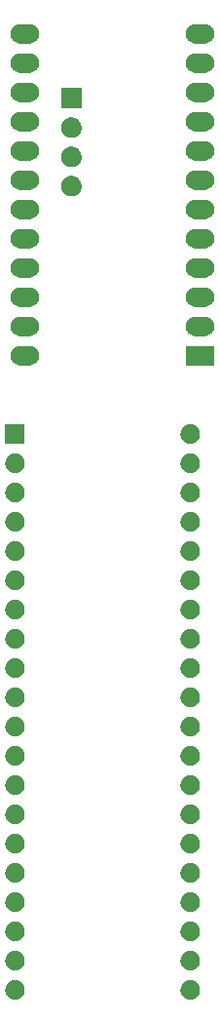
<source format=gbr>
%TF.GenerationSoftware,KiCad,Pcbnew,8.0.3*%
%TF.CreationDate,2024-06-20T16:00:29+02:00*%
%TF.ProjectId,adapter 8913-8910 long board reverse on air,61646170-7465-4722-9038-3931332d3839,rev?*%
%TF.SameCoordinates,Original*%
%TF.FileFunction,Soldermask,Top*%
%TF.FilePolarity,Negative*%
%FSLAX46Y46*%
G04 Gerber Fmt 4.6, Leading zero omitted, Abs format (unit mm)*
G04 Created by KiCad (PCBNEW 8.0.3) date 2024-06-20 16:00:29*
%MOMM*%
%LPD*%
G01*
G04 APERTURE LIST*
G04 APERTURE END LIST*
G36*
X164341199Y-143013662D02*
G01*
X164388954Y-143013662D01*
X164430194Y-143022427D01*
X164465901Y-143025945D01*
X164510759Y-143039552D01*
X164562973Y-143050651D01*
X164596384Y-143065526D01*
X164625435Y-143074339D01*
X164671602Y-143099015D01*
X164725500Y-143123012D01*
X164750554Y-143141215D01*
X164772453Y-143152920D01*
X164817128Y-143189584D01*
X164869430Y-143227584D01*
X164886411Y-143246443D01*
X164901320Y-143258679D01*
X164941387Y-143307501D01*
X164988473Y-143359795D01*
X164998364Y-143376927D01*
X165007079Y-143387546D01*
X165039306Y-143447840D01*
X165077427Y-143513867D01*
X165081813Y-143527368D01*
X165085660Y-143534564D01*
X165106861Y-143604455D01*
X165132404Y-143683067D01*
X165133303Y-143691623D01*
X165134054Y-143694098D01*
X165141371Y-143768389D01*
X165151000Y-143860000D01*
X165141370Y-143951619D01*
X165134054Y-144025901D01*
X165133303Y-144028375D01*
X165132404Y-144036933D01*
X165106856Y-144115558D01*
X165085660Y-144185435D01*
X165081814Y-144192629D01*
X165077427Y-144206133D01*
X165039299Y-144272172D01*
X165007079Y-144332453D01*
X164998366Y-144343069D01*
X164988473Y-144360205D01*
X164941378Y-144412509D01*
X164901320Y-144461320D01*
X164886414Y-144473552D01*
X164869430Y-144492416D01*
X164817118Y-144530423D01*
X164772453Y-144567079D01*
X164750559Y-144578780D01*
X164725500Y-144596988D01*
X164671591Y-144620989D01*
X164625435Y-144645660D01*
X164596391Y-144654470D01*
X164562973Y-144669349D01*
X164510748Y-144680449D01*
X164465901Y-144694054D01*
X164430203Y-144697570D01*
X164388954Y-144706338D01*
X164341188Y-144706338D01*
X164300000Y-144710395D01*
X164258811Y-144706338D01*
X164211046Y-144706338D01*
X164169797Y-144697570D01*
X164134098Y-144694054D01*
X164089248Y-144680448D01*
X164037027Y-144669349D01*
X164003610Y-144654471D01*
X163974564Y-144645660D01*
X163928402Y-144620986D01*
X163874500Y-144596988D01*
X163849443Y-144578783D01*
X163827546Y-144567079D01*
X163782873Y-144530416D01*
X163730570Y-144492416D01*
X163713588Y-144473555D01*
X163698679Y-144461320D01*
X163658610Y-144412496D01*
X163611527Y-144360205D01*
X163601636Y-144343073D01*
X163592920Y-144332453D01*
X163560687Y-144272148D01*
X163522573Y-144206133D01*
X163518186Y-144192634D01*
X163514339Y-144185435D01*
X163493128Y-144115512D01*
X163467596Y-144036933D01*
X163466697Y-144028380D01*
X163465945Y-144025901D01*
X163458613Y-143951467D01*
X163449000Y-143860000D01*
X163458612Y-143768540D01*
X163465945Y-143694098D01*
X163466697Y-143691618D01*
X163467596Y-143683067D01*
X163493123Y-143604502D01*
X163514339Y-143534564D01*
X163518187Y-143527363D01*
X163522573Y-143513867D01*
X163560680Y-143447863D01*
X163592920Y-143387546D01*
X163601638Y-143376923D01*
X163611527Y-143359795D01*
X163658601Y-143307513D01*
X163698679Y-143258679D01*
X163713591Y-143246440D01*
X163730570Y-143227584D01*
X163782862Y-143189591D01*
X163827546Y-143152920D01*
X163849448Y-143141213D01*
X163874500Y-143123012D01*
X163928391Y-143099018D01*
X163974564Y-143074339D01*
X164003617Y-143065525D01*
X164037027Y-143050651D01*
X164089237Y-143039553D01*
X164134098Y-143025945D01*
X164169806Y-143022427D01*
X164211046Y-143013662D01*
X164258801Y-143013662D01*
X164300000Y-143009604D01*
X164341199Y-143013662D01*
G37*
G36*
X179581199Y-143013662D02*
G01*
X179628954Y-143013662D01*
X179670194Y-143022427D01*
X179705901Y-143025945D01*
X179750759Y-143039552D01*
X179802973Y-143050651D01*
X179836384Y-143065526D01*
X179865435Y-143074339D01*
X179911602Y-143099015D01*
X179965500Y-143123012D01*
X179990554Y-143141215D01*
X180012453Y-143152920D01*
X180057128Y-143189584D01*
X180109430Y-143227584D01*
X180126411Y-143246443D01*
X180141320Y-143258679D01*
X180181387Y-143307501D01*
X180228473Y-143359795D01*
X180238364Y-143376927D01*
X180247079Y-143387546D01*
X180279306Y-143447840D01*
X180317427Y-143513867D01*
X180321813Y-143527368D01*
X180325660Y-143534564D01*
X180346861Y-143604455D01*
X180372404Y-143683067D01*
X180373303Y-143691623D01*
X180374054Y-143694098D01*
X180381371Y-143768389D01*
X180391000Y-143860000D01*
X180381370Y-143951619D01*
X180374054Y-144025901D01*
X180373303Y-144028375D01*
X180372404Y-144036933D01*
X180346856Y-144115558D01*
X180325660Y-144185435D01*
X180321814Y-144192629D01*
X180317427Y-144206133D01*
X180279299Y-144272172D01*
X180247079Y-144332453D01*
X180238366Y-144343069D01*
X180228473Y-144360205D01*
X180181378Y-144412509D01*
X180141320Y-144461320D01*
X180126414Y-144473552D01*
X180109430Y-144492416D01*
X180057118Y-144530423D01*
X180012453Y-144567079D01*
X179990559Y-144578780D01*
X179965500Y-144596988D01*
X179911591Y-144620989D01*
X179865435Y-144645660D01*
X179836391Y-144654470D01*
X179802973Y-144669349D01*
X179750748Y-144680449D01*
X179705901Y-144694054D01*
X179670203Y-144697570D01*
X179628954Y-144706338D01*
X179581188Y-144706338D01*
X179540000Y-144710395D01*
X179498811Y-144706338D01*
X179451046Y-144706338D01*
X179409797Y-144697570D01*
X179374098Y-144694054D01*
X179329248Y-144680448D01*
X179277027Y-144669349D01*
X179243610Y-144654471D01*
X179214564Y-144645660D01*
X179168402Y-144620986D01*
X179114500Y-144596988D01*
X179089443Y-144578783D01*
X179067546Y-144567079D01*
X179022873Y-144530416D01*
X178970570Y-144492416D01*
X178953588Y-144473555D01*
X178938679Y-144461320D01*
X178898610Y-144412496D01*
X178851527Y-144360205D01*
X178841636Y-144343073D01*
X178832920Y-144332453D01*
X178800687Y-144272148D01*
X178762573Y-144206133D01*
X178758186Y-144192634D01*
X178754339Y-144185435D01*
X178733128Y-144115512D01*
X178707596Y-144036933D01*
X178706697Y-144028380D01*
X178705945Y-144025901D01*
X178698613Y-143951467D01*
X178689000Y-143860000D01*
X178698612Y-143768540D01*
X178705945Y-143694098D01*
X178706697Y-143691618D01*
X178707596Y-143683067D01*
X178733123Y-143604502D01*
X178754339Y-143534564D01*
X178758187Y-143527363D01*
X178762573Y-143513867D01*
X178800680Y-143447863D01*
X178832920Y-143387546D01*
X178841638Y-143376923D01*
X178851527Y-143359795D01*
X178898601Y-143307513D01*
X178938679Y-143258679D01*
X178953591Y-143246440D01*
X178970570Y-143227584D01*
X179022862Y-143189591D01*
X179067546Y-143152920D01*
X179089448Y-143141213D01*
X179114500Y-143123012D01*
X179168391Y-143099018D01*
X179214564Y-143074339D01*
X179243617Y-143065525D01*
X179277027Y-143050651D01*
X179329237Y-143039553D01*
X179374098Y-143025945D01*
X179409806Y-143022427D01*
X179451046Y-143013662D01*
X179498801Y-143013662D01*
X179540000Y-143009604D01*
X179581199Y-143013662D01*
G37*
G36*
X164341199Y-140473662D02*
G01*
X164388954Y-140473662D01*
X164430194Y-140482427D01*
X164465901Y-140485945D01*
X164510759Y-140499552D01*
X164562973Y-140510651D01*
X164596384Y-140525526D01*
X164625435Y-140534339D01*
X164671602Y-140559015D01*
X164725500Y-140583012D01*
X164750554Y-140601215D01*
X164772453Y-140612920D01*
X164817128Y-140649584D01*
X164869430Y-140687584D01*
X164886411Y-140706443D01*
X164901320Y-140718679D01*
X164941387Y-140767501D01*
X164988473Y-140819795D01*
X164998364Y-140836927D01*
X165007079Y-140847546D01*
X165039306Y-140907840D01*
X165077427Y-140973867D01*
X165081813Y-140987368D01*
X165085660Y-140994564D01*
X165106861Y-141064455D01*
X165132404Y-141143067D01*
X165133303Y-141151623D01*
X165134054Y-141154098D01*
X165141371Y-141228389D01*
X165151000Y-141320000D01*
X165141370Y-141411619D01*
X165134054Y-141485901D01*
X165133303Y-141488375D01*
X165132404Y-141496933D01*
X165106856Y-141575558D01*
X165085660Y-141645435D01*
X165081814Y-141652629D01*
X165077427Y-141666133D01*
X165039299Y-141732172D01*
X165007079Y-141792453D01*
X164998366Y-141803069D01*
X164988473Y-141820205D01*
X164941378Y-141872509D01*
X164901320Y-141921320D01*
X164886414Y-141933552D01*
X164869430Y-141952416D01*
X164817118Y-141990423D01*
X164772453Y-142027079D01*
X164750559Y-142038780D01*
X164725500Y-142056988D01*
X164671591Y-142080989D01*
X164625435Y-142105660D01*
X164596391Y-142114470D01*
X164562973Y-142129349D01*
X164510748Y-142140449D01*
X164465901Y-142154054D01*
X164430203Y-142157570D01*
X164388954Y-142166338D01*
X164341188Y-142166338D01*
X164300000Y-142170395D01*
X164258811Y-142166338D01*
X164211046Y-142166338D01*
X164169797Y-142157570D01*
X164134098Y-142154054D01*
X164089248Y-142140448D01*
X164037027Y-142129349D01*
X164003610Y-142114471D01*
X163974564Y-142105660D01*
X163928402Y-142080986D01*
X163874500Y-142056988D01*
X163849443Y-142038783D01*
X163827546Y-142027079D01*
X163782873Y-141990416D01*
X163730570Y-141952416D01*
X163713588Y-141933555D01*
X163698679Y-141921320D01*
X163658610Y-141872496D01*
X163611527Y-141820205D01*
X163601636Y-141803073D01*
X163592920Y-141792453D01*
X163560687Y-141732148D01*
X163522573Y-141666133D01*
X163518186Y-141652634D01*
X163514339Y-141645435D01*
X163493128Y-141575512D01*
X163467596Y-141496933D01*
X163466697Y-141488380D01*
X163465945Y-141485901D01*
X163458613Y-141411467D01*
X163449000Y-141320000D01*
X163458612Y-141228540D01*
X163465945Y-141154098D01*
X163466697Y-141151618D01*
X163467596Y-141143067D01*
X163493123Y-141064502D01*
X163514339Y-140994564D01*
X163518187Y-140987363D01*
X163522573Y-140973867D01*
X163560680Y-140907863D01*
X163592920Y-140847546D01*
X163601638Y-140836923D01*
X163611527Y-140819795D01*
X163658601Y-140767513D01*
X163698679Y-140718679D01*
X163713591Y-140706440D01*
X163730570Y-140687584D01*
X163782862Y-140649591D01*
X163827546Y-140612920D01*
X163849448Y-140601213D01*
X163874500Y-140583012D01*
X163928391Y-140559018D01*
X163974564Y-140534339D01*
X164003617Y-140525525D01*
X164037027Y-140510651D01*
X164089237Y-140499553D01*
X164134098Y-140485945D01*
X164169806Y-140482427D01*
X164211046Y-140473662D01*
X164258801Y-140473662D01*
X164300000Y-140469604D01*
X164341199Y-140473662D01*
G37*
G36*
X179581199Y-140473662D02*
G01*
X179628954Y-140473662D01*
X179670194Y-140482427D01*
X179705901Y-140485945D01*
X179750759Y-140499552D01*
X179802973Y-140510651D01*
X179836384Y-140525526D01*
X179865435Y-140534339D01*
X179911602Y-140559015D01*
X179965500Y-140583012D01*
X179990554Y-140601215D01*
X180012453Y-140612920D01*
X180057128Y-140649584D01*
X180109430Y-140687584D01*
X180126411Y-140706443D01*
X180141320Y-140718679D01*
X180181387Y-140767501D01*
X180228473Y-140819795D01*
X180238364Y-140836927D01*
X180247079Y-140847546D01*
X180279306Y-140907840D01*
X180317427Y-140973867D01*
X180321813Y-140987368D01*
X180325660Y-140994564D01*
X180346861Y-141064455D01*
X180372404Y-141143067D01*
X180373303Y-141151623D01*
X180374054Y-141154098D01*
X180381371Y-141228389D01*
X180391000Y-141320000D01*
X180381370Y-141411619D01*
X180374054Y-141485901D01*
X180373303Y-141488375D01*
X180372404Y-141496933D01*
X180346856Y-141575558D01*
X180325660Y-141645435D01*
X180321814Y-141652629D01*
X180317427Y-141666133D01*
X180279299Y-141732172D01*
X180247079Y-141792453D01*
X180238366Y-141803069D01*
X180228473Y-141820205D01*
X180181378Y-141872509D01*
X180141320Y-141921320D01*
X180126414Y-141933552D01*
X180109430Y-141952416D01*
X180057118Y-141990423D01*
X180012453Y-142027079D01*
X179990559Y-142038780D01*
X179965500Y-142056988D01*
X179911591Y-142080989D01*
X179865435Y-142105660D01*
X179836391Y-142114470D01*
X179802973Y-142129349D01*
X179750748Y-142140449D01*
X179705901Y-142154054D01*
X179670203Y-142157570D01*
X179628954Y-142166338D01*
X179581188Y-142166338D01*
X179540000Y-142170395D01*
X179498811Y-142166338D01*
X179451046Y-142166338D01*
X179409797Y-142157570D01*
X179374098Y-142154054D01*
X179329248Y-142140448D01*
X179277027Y-142129349D01*
X179243610Y-142114471D01*
X179214564Y-142105660D01*
X179168402Y-142080986D01*
X179114500Y-142056988D01*
X179089443Y-142038783D01*
X179067546Y-142027079D01*
X179022873Y-141990416D01*
X178970570Y-141952416D01*
X178953588Y-141933555D01*
X178938679Y-141921320D01*
X178898610Y-141872496D01*
X178851527Y-141820205D01*
X178841636Y-141803073D01*
X178832920Y-141792453D01*
X178800687Y-141732148D01*
X178762573Y-141666133D01*
X178758186Y-141652634D01*
X178754339Y-141645435D01*
X178733128Y-141575512D01*
X178707596Y-141496933D01*
X178706697Y-141488380D01*
X178705945Y-141485901D01*
X178698613Y-141411467D01*
X178689000Y-141320000D01*
X178698612Y-141228540D01*
X178705945Y-141154098D01*
X178706697Y-141151618D01*
X178707596Y-141143067D01*
X178733123Y-141064502D01*
X178754339Y-140994564D01*
X178758187Y-140987363D01*
X178762573Y-140973867D01*
X178800680Y-140907863D01*
X178832920Y-140847546D01*
X178841638Y-140836923D01*
X178851527Y-140819795D01*
X178898601Y-140767513D01*
X178938679Y-140718679D01*
X178953591Y-140706440D01*
X178970570Y-140687584D01*
X179022862Y-140649591D01*
X179067546Y-140612920D01*
X179089448Y-140601213D01*
X179114500Y-140583012D01*
X179168391Y-140559018D01*
X179214564Y-140534339D01*
X179243617Y-140525525D01*
X179277027Y-140510651D01*
X179329237Y-140499553D01*
X179374098Y-140485945D01*
X179409806Y-140482427D01*
X179451046Y-140473662D01*
X179498801Y-140473662D01*
X179540000Y-140469604D01*
X179581199Y-140473662D01*
G37*
G36*
X164341199Y-137933662D02*
G01*
X164388954Y-137933662D01*
X164430194Y-137942427D01*
X164465901Y-137945945D01*
X164510759Y-137959552D01*
X164562973Y-137970651D01*
X164596384Y-137985526D01*
X164625435Y-137994339D01*
X164671602Y-138019015D01*
X164725500Y-138043012D01*
X164750554Y-138061215D01*
X164772453Y-138072920D01*
X164817128Y-138109584D01*
X164869430Y-138147584D01*
X164886411Y-138166443D01*
X164901320Y-138178679D01*
X164941387Y-138227501D01*
X164988473Y-138279795D01*
X164998364Y-138296927D01*
X165007079Y-138307546D01*
X165039306Y-138367840D01*
X165077427Y-138433867D01*
X165081813Y-138447368D01*
X165085660Y-138454564D01*
X165106861Y-138524455D01*
X165132404Y-138603067D01*
X165133303Y-138611623D01*
X165134054Y-138614098D01*
X165141371Y-138688389D01*
X165151000Y-138780000D01*
X165141370Y-138871619D01*
X165134054Y-138945901D01*
X165133303Y-138948375D01*
X165132404Y-138956933D01*
X165106856Y-139035558D01*
X165085660Y-139105435D01*
X165081814Y-139112629D01*
X165077427Y-139126133D01*
X165039299Y-139192172D01*
X165007079Y-139252453D01*
X164998366Y-139263069D01*
X164988473Y-139280205D01*
X164941378Y-139332509D01*
X164901320Y-139381320D01*
X164886414Y-139393552D01*
X164869430Y-139412416D01*
X164817118Y-139450423D01*
X164772453Y-139487079D01*
X164750559Y-139498780D01*
X164725500Y-139516988D01*
X164671591Y-139540989D01*
X164625435Y-139565660D01*
X164596391Y-139574470D01*
X164562973Y-139589349D01*
X164510748Y-139600449D01*
X164465901Y-139614054D01*
X164430203Y-139617570D01*
X164388954Y-139626338D01*
X164341188Y-139626338D01*
X164300000Y-139630395D01*
X164258811Y-139626338D01*
X164211046Y-139626338D01*
X164169797Y-139617570D01*
X164134098Y-139614054D01*
X164089248Y-139600448D01*
X164037027Y-139589349D01*
X164003610Y-139574471D01*
X163974564Y-139565660D01*
X163928402Y-139540986D01*
X163874500Y-139516988D01*
X163849443Y-139498783D01*
X163827546Y-139487079D01*
X163782873Y-139450416D01*
X163730570Y-139412416D01*
X163713588Y-139393555D01*
X163698679Y-139381320D01*
X163658610Y-139332496D01*
X163611527Y-139280205D01*
X163601636Y-139263073D01*
X163592920Y-139252453D01*
X163560687Y-139192148D01*
X163522573Y-139126133D01*
X163518186Y-139112634D01*
X163514339Y-139105435D01*
X163493128Y-139035512D01*
X163467596Y-138956933D01*
X163466697Y-138948380D01*
X163465945Y-138945901D01*
X163458613Y-138871467D01*
X163449000Y-138780000D01*
X163458612Y-138688540D01*
X163465945Y-138614098D01*
X163466697Y-138611618D01*
X163467596Y-138603067D01*
X163493123Y-138524502D01*
X163514339Y-138454564D01*
X163518187Y-138447363D01*
X163522573Y-138433867D01*
X163560680Y-138367863D01*
X163592920Y-138307546D01*
X163601638Y-138296923D01*
X163611527Y-138279795D01*
X163658601Y-138227513D01*
X163698679Y-138178679D01*
X163713591Y-138166440D01*
X163730570Y-138147584D01*
X163782862Y-138109591D01*
X163827546Y-138072920D01*
X163849448Y-138061213D01*
X163874500Y-138043012D01*
X163928391Y-138019018D01*
X163974564Y-137994339D01*
X164003617Y-137985525D01*
X164037027Y-137970651D01*
X164089237Y-137959553D01*
X164134098Y-137945945D01*
X164169806Y-137942427D01*
X164211046Y-137933662D01*
X164258801Y-137933662D01*
X164300000Y-137929604D01*
X164341199Y-137933662D01*
G37*
G36*
X179581199Y-137933662D02*
G01*
X179628954Y-137933662D01*
X179670194Y-137942427D01*
X179705901Y-137945945D01*
X179750759Y-137959552D01*
X179802973Y-137970651D01*
X179836384Y-137985526D01*
X179865435Y-137994339D01*
X179911602Y-138019015D01*
X179965500Y-138043012D01*
X179990554Y-138061215D01*
X180012453Y-138072920D01*
X180057128Y-138109584D01*
X180109430Y-138147584D01*
X180126411Y-138166443D01*
X180141320Y-138178679D01*
X180181387Y-138227501D01*
X180228473Y-138279795D01*
X180238364Y-138296927D01*
X180247079Y-138307546D01*
X180279306Y-138367840D01*
X180317427Y-138433867D01*
X180321813Y-138447368D01*
X180325660Y-138454564D01*
X180346861Y-138524455D01*
X180372404Y-138603067D01*
X180373303Y-138611623D01*
X180374054Y-138614098D01*
X180381371Y-138688389D01*
X180391000Y-138780000D01*
X180381370Y-138871619D01*
X180374054Y-138945901D01*
X180373303Y-138948375D01*
X180372404Y-138956933D01*
X180346856Y-139035558D01*
X180325660Y-139105435D01*
X180321814Y-139112629D01*
X180317427Y-139126133D01*
X180279299Y-139192172D01*
X180247079Y-139252453D01*
X180238366Y-139263069D01*
X180228473Y-139280205D01*
X180181378Y-139332509D01*
X180141320Y-139381320D01*
X180126414Y-139393552D01*
X180109430Y-139412416D01*
X180057118Y-139450423D01*
X180012453Y-139487079D01*
X179990559Y-139498780D01*
X179965500Y-139516988D01*
X179911591Y-139540989D01*
X179865435Y-139565660D01*
X179836391Y-139574470D01*
X179802973Y-139589349D01*
X179750748Y-139600449D01*
X179705901Y-139614054D01*
X179670203Y-139617570D01*
X179628954Y-139626338D01*
X179581188Y-139626338D01*
X179540000Y-139630395D01*
X179498811Y-139626338D01*
X179451046Y-139626338D01*
X179409797Y-139617570D01*
X179374098Y-139614054D01*
X179329248Y-139600448D01*
X179277027Y-139589349D01*
X179243610Y-139574471D01*
X179214564Y-139565660D01*
X179168402Y-139540986D01*
X179114500Y-139516988D01*
X179089443Y-139498783D01*
X179067546Y-139487079D01*
X179022873Y-139450416D01*
X178970570Y-139412416D01*
X178953588Y-139393555D01*
X178938679Y-139381320D01*
X178898610Y-139332496D01*
X178851527Y-139280205D01*
X178841636Y-139263073D01*
X178832920Y-139252453D01*
X178800687Y-139192148D01*
X178762573Y-139126133D01*
X178758186Y-139112634D01*
X178754339Y-139105435D01*
X178733128Y-139035512D01*
X178707596Y-138956933D01*
X178706697Y-138948380D01*
X178705945Y-138945901D01*
X178698613Y-138871467D01*
X178689000Y-138780000D01*
X178698612Y-138688540D01*
X178705945Y-138614098D01*
X178706697Y-138611618D01*
X178707596Y-138603067D01*
X178733123Y-138524502D01*
X178754339Y-138454564D01*
X178758187Y-138447363D01*
X178762573Y-138433867D01*
X178800680Y-138367863D01*
X178832920Y-138307546D01*
X178841638Y-138296923D01*
X178851527Y-138279795D01*
X178898601Y-138227513D01*
X178938679Y-138178679D01*
X178953591Y-138166440D01*
X178970570Y-138147584D01*
X179022862Y-138109591D01*
X179067546Y-138072920D01*
X179089448Y-138061213D01*
X179114500Y-138043012D01*
X179168391Y-138019018D01*
X179214564Y-137994339D01*
X179243617Y-137985525D01*
X179277027Y-137970651D01*
X179329237Y-137959553D01*
X179374098Y-137945945D01*
X179409806Y-137942427D01*
X179451046Y-137933662D01*
X179498801Y-137933662D01*
X179540000Y-137929604D01*
X179581199Y-137933662D01*
G37*
G36*
X164341199Y-135393662D02*
G01*
X164388954Y-135393662D01*
X164430194Y-135402427D01*
X164465901Y-135405945D01*
X164510759Y-135419552D01*
X164562973Y-135430651D01*
X164596384Y-135445526D01*
X164625435Y-135454339D01*
X164671602Y-135479015D01*
X164725500Y-135503012D01*
X164750554Y-135521215D01*
X164772453Y-135532920D01*
X164817128Y-135569584D01*
X164869430Y-135607584D01*
X164886411Y-135626443D01*
X164901320Y-135638679D01*
X164941387Y-135687501D01*
X164988473Y-135739795D01*
X164998364Y-135756927D01*
X165007079Y-135767546D01*
X165039306Y-135827840D01*
X165077427Y-135893867D01*
X165081813Y-135907368D01*
X165085660Y-135914564D01*
X165106861Y-135984455D01*
X165132404Y-136063067D01*
X165133303Y-136071623D01*
X165134054Y-136074098D01*
X165141371Y-136148389D01*
X165151000Y-136240000D01*
X165141370Y-136331619D01*
X165134054Y-136405901D01*
X165133303Y-136408375D01*
X165132404Y-136416933D01*
X165106856Y-136495558D01*
X165085660Y-136565435D01*
X165081814Y-136572629D01*
X165077427Y-136586133D01*
X165039299Y-136652172D01*
X165007079Y-136712453D01*
X164998366Y-136723069D01*
X164988473Y-136740205D01*
X164941378Y-136792509D01*
X164901320Y-136841320D01*
X164886414Y-136853552D01*
X164869430Y-136872416D01*
X164817118Y-136910423D01*
X164772453Y-136947079D01*
X164750559Y-136958780D01*
X164725500Y-136976988D01*
X164671591Y-137000989D01*
X164625435Y-137025660D01*
X164596391Y-137034470D01*
X164562973Y-137049349D01*
X164510748Y-137060449D01*
X164465901Y-137074054D01*
X164430203Y-137077570D01*
X164388954Y-137086338D01*
X164341188Y-137086338D01*
X164300000Y-137090395D01*
X164258811Y-137086338D01*
X164211046Y-137086338D01*
X164169797Y-137077570D01*
X164134098Y-137074054D01*
X164089248Y-137060448D01*
X164037027Y-137049349D01*
X164003610Y-137034471D01*
X163974564Y-137025660D01*
X163928402Y-137000986D01*
X163874500Y-136976988D01*
X163849443Y-136958783D01*
X163827546Y-136947079D01*
X163782873Y-136910416D01*
X163730570Y-136872416D01*
X163713588Y-136853555D01*
X163698679Y-136841320D01*
X163658610Y-136792496D01*
X163611527Y-136740205D01*
X163601636Y-136723073D01*
X163592920Y-136712453D01*
X163560687Y-136652148D01*
X163522573Y-136586133D01*
X163518186Y-136572634D01*
X163514339Y-136565435D01*
X163493128Y-136495512D01*
X163467596Y-136416933D01*
X163466697Y-136408380D01*
X163465945Y-136405901D01*
X163458613Y-136331467D01*
X163449000Y-136240000D01*
X163458612Y-136148540D01*
X163465945Y-136074098D01*
X163466697Y-136071618D01*
X163467596Y-136063067D01*
X163493123Y-135984502D01*
X163514339Y-135914564D01*
X163518187Y-135907363D01*
X163522573Y-135893867D01*
X163560680Y-135827863D01*
X163592920Y-135767546D01*
X163601638Y-135756923D01*
X163611527Y-135739795D01*
X163658601Y-135687513D01*
X163698679Y-135638679D01*
X163713591Y-135626440D01*
X163730570Y-135607584D01*
X163782862Y-135569591D01*
X163827546Y-135532920D01*
X163849448Y-135521213D01*
X163874500Y-135503012D01*
X163928391Y-135479018D01*
X163974564Y-135454339D01*
X164003617Y-135445525D01*
X164037027Y-135430651D01*
X164089237Y-135419553D01*
X164134098Y-135405945D01*
X164169806Y-135402427D01*
X164211046Y-135393662D01*
X164258801Y-135393662D01*
X164300000Y-135389604D01*
X164341199Y-135393662D01*
G37*
G36*
X179581199Y-135393662D02*
G01*
X179628954Y-135393662D01*
X179670194Y-135402427D01*
X179705901Y-135405945D01*
X179750759Y-135419552D01*
X179802973Y-135430651D01*
X179836384Y-135445526D01*
X179865435Y-135454339D01*
X179911602Y-135479015D01*
X179965500Y-135503012D01*
X179990554Y-135521215D01*
X180012453Y-135532920D01*
X180057128Y-135569584D01*
X180109430Y-135607584D01*
X180126411Y-135626443D01*
X180141320Y-135638679D01*
X180181387Y-135687501D01*
X180228473Y-135739795D01*
X180238364Y-135756927D01*
X180247079Y-135767546D01*
X180279306Y-135827840D01*
X180317427Y-135893867D01*
X180321813Y-135907368D01*
X180325660Y-135914564D01*
X180346861Y-135984455D01*
X180372404Y-136063067D01*
X180373303Y-136071623D01*
X180374054Y-136074098D01*
X180381371Y-136148389D01*
X180391000Y-136240000D01*
X180381370Y-136331619D01*
X180374054Y-136405901D01*
X180373303Y-136408375D01*
X180372404Y-136416933D01*
X180346856Y-136495558D01*
X180325660Y-136565435D01*
X180321814Y-136572629D01*
X180317427Y-136586133D01*
X180279299Y-136652172D01*
X180247079Y-136712453D01*
X180238366Y-136723069D01*
X180228473Y-136740205D01*
X180181378Y-136792509D01*
X180141320Y-136841320D01*
X180126414Y-136853552D01*
X180109430Y-136872416D01*
X180057118Y-136910423D01*
X180012453Y-136947079D01*
X179990559Y-136958780D01*
X179965500Y-136976988D01*
X179911591Y-137000989D01*
X179865435Y-137025660D01*
X179836391Y-137034470D01*
X179802973Y-137049349D01*
X179750748Y-137060449D01*
X179705901Y-137074054D01*
X179670203Y-137077570D01*
X179628954Y-137086338D01*
X179581188Y-137086338D01*
X179540000Y-137090395D01*
X179498811Y-137086338D01*
X179451046Y-137086338D01*
X179409797Y-137077570D01*
X179374098Y-137074054D01*
X179329248Y-137060448D01*
X179277027Y-137049349D01*
X179243610Y-137034471D01*
X179214564Y-137025660D01*
X179168402Y-137000986D01*
X179114500Y-136976988D01*
X179089443Y-136958783D01*
X179067546Y-136947079D01*
X179022873Y-136910416D01*
X178970570Y-136872416D01*
X178953588Y-136853555D01*
X178938679Y-136841320D01*
X178898610Y-136792496D01*
X178851527Y-136740205D01*
X178841636Y-136723073D01*
X178832920Y-136712453D01*
X178800687Y-136652148D01*
X178762573Y-136586133D01*
X178758186Y-136572634D01*
X178754339Y-136565435D01*
X178733128Y-136495512D01*
X178707596Y-136416933D01*
X178706697Y-136408380D01*
X178705945Y-136405901D01*
X178698613Y-136331467D01*
X178689000Y-136240000D01*
X178698612Y-136148540D01*
X178705945Y-136074098D01*
X178706697Y-136071618D01*
X178707596Y-136063067D01*
X178733123Y-135984502D01*
X178754339Y-135914564D01*
X178758187Y-135907363D01*
X178762573Y-135893867D01*
X178800680Y-135827863D01*
X178832920Y-135767546D01*
X178841638Y-135756923D01*
X178851527Y-135739795D01*
X178898601Y-135687513D01*
X178938679Y-135638679D01*
X178953591Y-135626440D01*
X178970570Y-135607584D01*
X179022862Y-135569591D01*
X179067546Y-135532920D01*
X179089448Y-135521213D01*
X179114500Y-135503012D01*
X179168391Y-135479018D01*
X179214564Y-135454339D01*
X179243617Y-135445525D01*
X179277027Y-135430651D01*
X179329237Y-135419553D01*
X179374098Y-135405945D01*
X179409806Y-135402427D01*
X179451046Y-135393662D01*
X179498801Y-135393662D01*
X179540000Y-135389604D01*
X179581199Y-135393662D01*
G37*
G36*
X164341199Y-132853662D02*
G01*
X164388954Y-132853662D01*
X164430194Y-132862427D01*
X164465901Y-132865945D01*
X164510759Y-132879552D01*
X164562973Y-132890651D01*
X164596384Y-132905526D01*
X164625435Y-132914339D01*
X164671602Y-132939015D01*
X164725500Y-132963012D01*
X164750554Y-132981215D01*
X164772453Y-132992920D01*
X164817128Y-133029584D01*
X164869430Y-133067584D01*
X164886411Y-133086443D01*
X164901320Y-133098679D01*
X164941387Y-133147501D01*
X164988473Y-133199795D01*
X164998364Y-133216927D01*
X165007079Y-133227546D01*
X165039306Y-133287840D01*
X165077427Y-133353867D01*
X165081813Y-133367368D01*
X165085660Y-133374564D01*
X165106861Y-133444455D01*
X165132404Y-133523067D01*
X165133303Y-133531623D01*
X165134054Y-133534098D01*
X165141371Y-133608389D01*
X165151000Y-133700000D01*
X165141370Y-133791619D01*
X165134054Y-133865901D01*
X165133303Y-133868375D01*
X165132404Y-133876933D01*
X165106856Y-133955558D01*
X165085660Y-134025435D01*
X165081814Y-134032629D01*
X165077427Y-134046133D01*
X165039299Y-134112172D01*
X165007079Y-134172453D01*
X164998366Y-134183069D01*
X164988473Y-134200205D01*
X164941378Y-134252509D01*
X164901320Y-134301320D01*
X164886414Y-134313552D01*
X164869430Y-134332416D01*
X164817118Y-134370423D01*
X164772453Y-134407079D01*
X164750559Y-134418780D01*
X164725500Y-134436988D01*
X164671591Y-134460989D01*
X164625435Y-134485660D01*
X164596391Y-134494470D01*
X164562973Y-134509349D01*
X164510748Y-134520449D01*
X164465901Y-134534054D01*
X164430203Y-134537570D01*
X164388954Y-134546338D01*
X164341188Y-134546338D01*
X164300000Y-134550395D01*
X164258811Y-134546338D01*
X164211046Y-134546338D01*
X164169797Y-134537570D01*
X164134098Y-134534054D01*
X164089248Y-134520448D01*
X164037027Y-134509349D01*
X164003610Y-134494471D01*
X163974564Y-134485660D01*
X163928402Y-134460986D01*
X163874500Y-134436988D01*
X163849443Y-134418783D01*
X163827546Y-134407079D01*
X163782873Y-134370416D01*
X163730570Y-134332416D01*
X163713588Y-134313555D01*
X163698679Y-134301320D01*
X163658610Y-134252496D01*
X163611527Y-134200205D01*
X163601636Y-134183073D01*
X163592920Y-134172453D01*
X163560687Y-134112148D01*
X163522573Y-134046133D01*
X163518186Y-134032634D01*
X163514339Y-134025435D01*
X163493128Y-133955512D01*
X163467596Y-133876933D01*
X163466697Y-133868380D01*
X163465945Y-133865901D01*
X163458613Y-133791467D01*
X163449000Y-133700000D01*
X163458612Y-133608540D01*
X163465945Y-133534098D01*
X163466697Y-133531618D01*
X163467596Y-133523067D01*
X163493123Y-133444502D01*
X163514339Y-133374564D01*
X163518187Y-133367363D01*
X163522573Y-133353867D01*
X163560680Y-133287863D01*
X163592920Y-133227546D01*
X163601638Y-133216923D01*
X163611527Y-133199795D01*
X163658601Y-133147513D01*
X163698679Y-133098679D01*
X163713591Y-133086440D01*
X163730570Y-133067584D01*
X163782862Y-133029591D01*
X163827546Y-132992920D01*
X163849448Y-132981213D01*
X163874500Y-132963012D01*
X163928391Y-132939018D01*
X163974564Y-132914339D01*
X164003617Y-132905525D01*
X164037027Y-132890651D01*
X164089237Y-132879553D01*
X164134098Y-132865945D01*
X164169806Y-132862427D01*
X164211046Y-132853662D01*
X164258801Y-132853662D01*
X164300000Y-132849604D01*
X164341199Y-132853662D01*
G37*
G36*
X179581199Y-132853662D02*
G01*
X179628954Y-132853662D01*
X179670194Y-132862427D01*
X179705901Y-132865945D01*
X179750759Y-132879552D01*
X179802973Y-132890651D01*
X179836384Y-132905526D01*
X179865435Y-132914339D01*
X179911602Y-132939015D01*
X179965500Y-132963012D01*
X179990554Y-132981215D01*
X180012453Y-132992920D01*
X180057128Y-133029584D01*
X180109430Y-133067584D01*
X180126411Y-133086443D01*
X180141320Y-133098679D01*
X180181387Y-133147501D01*
X180228473Y-133199795D01*
X180238364Y-133216927D01*
X180247079Y-133227546D01*
X180279306Y-133287840D01*
X180317427Y-133353867D01*
X180321813Y-133367368D01*
X180325660Y-133374564D01*
X180346861Y-133444455D01*
X180372404Y-133523067D01*
X180373303Y-133531623D01*
X180374054Y-133534098D01*
X180381371Y-133608389D01*
X180391000Y-133700000D01*
X180381370Y-133791619D01*
X180374054Y-133865901D01*
X180373303Y-133868375D01*
X180372404Y-133876933D01*
X180346856Y-133955558D01*
X180325660Y-134025435D01*
X180321814Y-134032629D01*
X180317427Y-134046133D01*
X180279299Y-134112172D01*
X180247079Y-134172453D01*
X180238366Y-134183069D01*
X180228473Y-134200205D01*
X180181378Y-134252509D01*
X180141320Y-134301320D01*
X180126414Y-134313552D01*
X180109430Y-134332416D01*
X180057118Y-134370423D01*
X180012453Y-134407079D01*
X179990559Y-134418780D01*
X179965500Y-134436988D01*
X179911591Y-134460989D01*
X179865435Y-134485660D01*
X179836391Y-134494470D01*
X179802973Y-134509349D01*
X179750748Y-134520449D01*
X179705901Y-134534054D01*
X179670203Y-134537570D01*
X179628954Y-134546338D01*
X179581188Y-134546338D01*
X179540000Y-134550395D01*
X179498811Y-134546338D01*
X179451046Y-134546338D01*
X179409797Y-134537570D01*
X179374098Y-134534054D01*
X179329248Y-134520448D01*
X179277027Y-134509349D01*
X179243610Y-134494471D01*
X179214564Y-134485660D01*
X179168402Y-134460986D01*
X179114500Y-134436988D01*
X179089443Y-134418783D01*
X179067546Y-134407079D01*
X179022873Y-134370416D01*
X178970570Y-134332416D01*
X178953588Y-134313555D01*
X178938679Y-134301320D01*
X178898610Y-134252496D01*
X178851527Y-134200205D01*
X178841636Y-134183073D01*
X178832920Y-134172453D01*
X178800687Y-134112148D01*
X178762573Y-134046133D01*
X178758186Y-134032634D01*
X178754339Y-134025435D01*
X178733128Y-133955512D01*
X178707596Y-133876933D01*
X178706697Y-133868380D01*
X178705945Y-133865901D01*
X178698613Y-133791467D01*
X178689000Y-133700000D01*
X178698612Y-133608540D01*
X178705945Y-133534098D01*
X178706697Y-133531618D01*
X178707596Y-133523067D01*
X178733123Y-133444502D01*
X178754339Y-133374564D01*
X178758187Y-133367363D01*
X178762573Y-133353867D01*
X178800680Y-133287863D01*
X178832920Y-133227546D01*
X178841638Y-133216923D01*
X178851527Y-133199795D01*
X178898601Y-133147513D01*
X178938679Y-133098679D01*
X178953591Y-133086440D01*
X178970570Y-133067584D01*
X179022862Y-133029591D01*
X179067546Y-132992920D01*
X179089448Y-132981213D01*
X179114500Y-132963012D01*
X179168391Y-132939018D01*
X179214564Y-132914339D01*
X179243617Y-132905525D01*
X179277027Y-132890651D01*
X179329237Y-132879553D01*
X179374098Y-132865945D01*
X179409806Y-132862427D01*
X179451046Y-132853662D01*
X179498801Y-132853662D01*
X179540000Y-132849604D01*
X179581199Y-132853662D01*
G37*
G36*
X164341199Y-130313662D02*
G01*
X164388954Y-130313662D01*
X164430194Y-130322427D01*
X164465901Y-130325945D01*
X164510759Y-130339552D01*
X164562973Y-130350651D01*
X164596384Y-130365526D01*
X164625435Y-130374339D01*
X164671602Y-130399015D01*
X164725500Y-130423012D01*
X164750554Y-130441215D01*
X164772453Y-130452920D01*
X164817128Y-130489584D01*
X164869430Y-130527584D01*
X164886411Y-130546443D01*
X164901320Y-130558679D01*
X164941387Y-130607501D01*
X164988473Y-130659795D01*
X164998364Y-130676927D01*
X165007079Y-130687546D01*
X165039306Y-130747840D01*
X165077427Y-130813867D01*
X165081813Y-130827368D01*
X165085660Y-130834564D01*
X165106861Y-130904455D01*
X165132404Y-130983067D01*
X165133303Y-130991623D01*
X165134054Y-130994098D01*
X165141371Y-131068389D01*
X165151000Y-131160000D01*
X165141370Y-131251619D01*
X165134054Y-131325901D01*
X165133303Y-131328375D01*
X165132404Y-131336933D01*
X165106856Y-131415558D01*
X165085660Y-131485435D01*
X165081814Y-131492629D01*
X165077427Y-131506133D01*
X165039299Y-131572172D01*
X165007079Y-131632453D01*
X164998366Y-131643069D01*
X164988473Y-131660205D01*
X164941378Y-131712509D01*
X164901320Y-131761320D01*
X164886414Y-131773552D01*
X164869430Y-131792416D01*
X164817118Y-131830423D01*
X164772453Y-131867079D01*
X164750559Y-131878780D01*
X164725500Y-131896988D01*
X164671591Y-131920989D01*
X164625435Y-131945660D01*
X164596391Y-131954470D01*
X164562973Y-131969349D01*
X164510748Y-131980449D01*
X164465901Y-131994054D01*
X164430203Y-131997570D01*
X164388954Y-132006338D01*
X164341188Y-132006338D01*
X164300000Y-132010395D01*
X164258811Y-132006338D01*
X164211046Y-132006338D01*
X164169797Y-131997570D01*
X164134098Y-131994054D01*
X164089248Y-131980448D01*
X164037027Y-131969349D01*
X164003610Y-131954471D01*
X163974564Y-131945660D01*
X163928402Y-131920986D01*
X163874500Y-131896988D01*
X163849443Y-131878783D01*
X163827546Y-131867079D01*
X163782873Y-131830416D01*
X163730570Y-131792416D01*
X163713588Y-131773555D01*
X163698679Y-131761320D01*
X163658610Y-131712496D01*
X163611527Y-131660205D01*
X163601636Y-131643073D01*
X163592920Y-131632453D01*
X163560687Y-131572148D01*
X163522573Y-131506133D01*
X163518186Y-131492634D01*
X163514339Y-131485435D01*
X163493128Y-131415512D01*
X163467596Y-131336933D01*
X163466697Y-131328380D01*
X163465945Y-131325901D01*
X163458613Y-131251467D01*
X163449000Y-131160000D01*
X163458612Y-131068540D01*
X163465945Y-130994098D01*
X163466697Y-130991618D01*
X163467596Y-130983067D01*
X163493123Y-130904502D01*
X163514339Y-130834564D01*
X163518187Y-130827363D01*
X163522573Y-130813867D01*
X163560680Y-130747863D01*
X163592920Y-130687546D01*
X163601638Y-130676923D01*
X163611527Y-130659795D01*
X163658601Y-130607513D01*
X163698679Y-130558679D01*
X163713591Y-130546440D01*
X163730570Y-130527584D01*
X163782862Y-130489591D01*
X163827546Y-130452920D01*
X163849448Y-130441213D01*
X163874500Y-130423012D01*
X163928391Y-130399018D01*
X163974564Y-130374339D01*
X164003617Y-130365525D01*
X164037027Y-130350651D01*
X164089237Y-130339553D01*
X164134098Y-130325945D01*
X164169806Y-130322427D01*
X164211046Y-130313662D01*
X164258801Y-130313662D01*
X164300000Y-130309604D01*
X164341199Y-130313662D01*
G37*
G36*
X179581199Y-130313662D02*
G01*
X179628954Y-130313662D01*
X179670194Y-130322427D01*
X179705901Y-130325945D01*
X179750759Y-130339552D01*
X179802973Y-130350651D01*
X179836384Y-130365526D01*
X179865435Y-130374339D01*
X179911602Y-130399015D01*
X179965500Y-130423012D01*
X179990554Y-130441215D01*
X180012453Y-130452920D01*
X180057128Y-130489584D01*
X180109430Y-130527584D01*
X180126411Y-130546443D01*
X180141320Y-130558679D01*
X180181387Y-130607501D01*
X180228473Y-130659795D01*
X180238364Y-130676927D01*
X180247079Y-130687546D01*
X180279306Y-130747840D01*
X180317427Y-130813867D01*
X180321813Y-130827368D01*
X180325660Y-130834564D01*
X180346861Y-130904455D01*
X180372404Y-130983067D01*
X180373303Y-130991623D01*
X180374054Y-130994098D01*
X180381371Y-131068389D01*
X180391000Y-131160000D01*
X180381370Y-131251619D01*
X180374054Y-131325901D01*
X180373303Y-131328375D01*
X180372404Y-131336933D01*
X180346856Y-131415558D01*
X180325660Y-131485435D01*
X180321814Y-131492629D01*
X180317427Y-131506133D01*
X180279299Y-131572172D01*
X180247079Y-131632453D01*
X180238366Y-131643069D01*
X180228473Y-131660205D01*
X180181378Y-131712509D01*
X180141320Y-131761320D01*
X180126414Y-131773552D01*
X180109430Y-131792416D01*
X180057118Y-131830423D01*
X180012453Y-131867079D01*
X179990559Y-131878780D01*
X179965500Y-131896988D01*
X179911591Y-131920989D01*
X179865435Y-131945660D01*
X179836391Y-131954470D01*
X179802973Y-131969349D01*
X179750748Y-131980449D01*
X179705901Y-131994054D01*
X179670203Y-131997570D01*
X179628954Y-132006338D01*
X179581188Y-132006338D01*
X179540000Y-132010395D01*
X179498811Y-132006338D01*
X179451046Y-132006338D01*
X179409797Y-131997570D01*
X179374098Y-131994054D01*
X179329248Y-131980448D01*
X179277027Y-131969349D01*
X179243610Y-131954471D01*
X179214564Y-131945660D01*
X179168402Y-131920986D01*
X179114500Y-131896988D01*
X179089443Y-131878783D01*
X179067546Y-131867079D01*
X179022873Y-131830416D01*
X178970570Y-131792416D01*
X178953588Y-131773555D01*
X178938679Y-131761320D01*
X178898610Y-131712496D01*
X178851527Y-131660205D01*
X178841636Y-131643073D01*
X178832920Y-131632453D01*
X178800687Y-131572148D01*
X178762573Y-131506133D01*
X178758186Y-131492634D01*
X178754339Y-131485435D01*
X178733128Y-131415512D01*
X178707596Y-131336933D01*
X178706697Y-131328380D01*
X178705945Y-131325901D01*
X178698613Y-131251467D01*
X178689000Y-131160000D01*
X178698612Y-131068540D01*
X178705945Y-130994098D01*
X178706697Y-130991618D01*
X178707596Y-130983067D01*
X178733123Y-130904502D01*
X178754339Y-130834564D01*
X178758187Y-130827363D01*
X178762573Y-130813867D01*
X178800680Y-130747863D01*
X178832920Y-130687546D01*
X178841638Y-130676923D01*
X178851527Y-130659795D01*
X178898601Y-130607513D01*
X178938679Y-130558679D01*
X178953591Y-130546440D01*
X178970570Y-130527584D01*
X179022862Y-130489591D01*
X179067546Y-130452920D01*
X179089448Y-130441213D01*
X179114500Y-130423012D01*
X179168391Y-130399018D01*
X179214564Y-130374339D01*
X179243617Y-130365525D01*
X179277027Y-130350651D01*
X179329237Y-130339553D01*
X179374098Y-130325945D01*
X179409806Y-130322427D01*
X179451046Y-130313662D01*
X179498801Y-130313662D01*
X179540000Y-130309604D01*
X179581199Y-130313662D01*
G37*
G36*
X164341199Y-127773662D02*
G01*
X164388954Y-127773662D01*
X164430194Y-127782427D01*
X164465901Y-127785945D01*
X164510759Y-127799552D01*
X164562973Y-127810651D01*
X164596384Y-127825526D01*
X164625435Y-127834339D01*
X164671602Y-127859015D01*
X164725500Y-127883012D01*
X164750554Y-127901215D01*
X164772453Y-127912920D01*
X164817128Y-127949584D01*
X164869430Y-127987584D01*
X164886411Y-128006443D01*
X164901320Y-128018679D01*
X164941387Y-128067501D01*
X164988473Y-128119795D01*
X164998364Y-128136927D01*
X165007079Y-128147546D01*
X165039306Y-128207840D01*
X165077427Y-128273867D01*
X165081813Y-128287368D01*
X165085660Y-128294564D01*
X165106861Y-128364455D01*
X165132404Y-128443067D01*
X165133303Y-128451623D01*
X165134054Y-128454098D01*
X165141371Y-128528389D01*
X165151000Y-128620000D01*
X165141370Y-128711619D01*
X165134054Y-128785901D01*
X165133303Y-128788375D01*
X165132404Y-128796933D01*
X165106856Y-128875558D01*
X165085660Y-128945435D01*
X165081814Y-128952629D01*
X165077427Y-128966133D01*
X165039299Y-129032172D01*
X165007079Y-129092453D01*
X164998366Y-129103069D01*
X164988473Y-129120205D01*
X164941378Y-129172509D01*
X164901320Y-129221320D01*
X164886414Y-129233552D01*
X164869430Y-129252416D01*
X164817118Y-129290423D01*
X164772453Y-129327079D01*
X164750559Y-129338780D01*
X164725500Y-129356988D01*
X164671591Y-129380989D01*
X164625435Y-129405660D01*
X164596391Y-129414470D01*
X164562973Y-129429349D01*
X164510748Y-129440449D01*
X164465901Y-129454054D01*
X164430203Y-129457570D01*
X164388954Y-129466338D01*
X164341188Y-129466338D01*
X164300000Y-129470395D01*
X164258811Y-129466338D01*
X164211046Y-129466338D01*
X164169797Y-129457570D01*
X164134098Y-129454054D01*
X164089248Y-129440448D01*
X164037027Y-129429349D01*
X164003610Y-129414471D01*
X163974564Y-129405660D01*
X163928402Y-129380986D01*
X163874500Y-129356988D01*
X163849443Y-129338783D01*
X163827546Y-129327079D01*
X163782873Y-129290416D01*
X163730570Y-129252416D01*
X163713588Y-129233555D01*
X163698679Y-129221320D01*
X163658610Y-129172496D01*
X163611527Y-129120205D01*
X163601636Y-129103073D01*
X163592920Y-129092453D01*
X163560687Y-129032148D01*
X163522573Y-128966133D01*
X163518186Y-128952634D01*
X163514339Y-128945435D01*
X163493128Y-128875512D01*
X163467596Y-128796933D01*
X163466697Y-128788380D01*
X163465945Y-128785901D01*
X163458613Y-128711467D01*
X163449000Y-128620000D01*
X163458612Y-128528540D01*
X163465945Y-128454098D01*
X163466697Y-128451618D01*
X163467596Y-128443067D01*
X163493123Y-128364502D01*
X163514339Y-128294564D01*
X163518187Y-128287363D01*
X163522573Y-128273867D01*
X163560680Y-128207863D01*
X163592920Y-128147546D01*
X163601638Y-128136923D01*
X163611527Y-128119795D01*
X163658601Y-128067513D01*
X163698679Y-128018679D01*
X163713591Y-128006440D01*
X163730570Y-127987584D01*
X163782862Y-127949591D01*
X163827546Y-127912920D01*
X163849448Y-127901213D01*
X163874500Y-127883012D01*
X163928391Y-127859018D01*
X163974564Y-127834339D01*
X164003617Y-127825525D01*
X164037027Y-127810651D01*
X164089237Y-127799553D01*
X164134098Y-127785945D01*
X164169806Y-127782427D01*
X164211046Y-127773662D01*
X164258801Y-127773662D01*
X164300000Y-127769604D01*
X164341199Y-127773662D01*
G37*
G36*
X179581199Y-127773662D02*
G01*
X179628954Y-127773662D01*
X179670194Y-127782427D01*
X179705901Y-127785945D01*
X179750759Y-127799552D01*
X179802973Y-127810651D01*
X179836384Y-127825526D01*
X179865435Y-127834339D01*
X179911602Y-127859015D01*
X179965500Y-127883012D01*
X179990554Y-127901215D01*
X180012453Y-127912920D01*
X180057128Y-127949584D01*
X180109430Y-127987584D01*
X180126411Y-128006443D01*
X180141320Y-128018679D01*
X180181387Y-128067501D01*
X180228473Y-128119795D01*
X180238364Y-128136927D01*
X180247079Y-128147546D01*
X180279306Y-128207840D01*
X180317427Y-128273867D01*
X180321813Y-128287368D01*
X180325660Y-128294564D01*
X180346861Y-128364455D01*
X180372404Y-128443067D01*
X180373303Y-128451623D01*
X180374054Y-128454098D01*
X180381371Y-128528389D01*
X180391000Y-128620000D01*
X180381370Y-128711619D01*
X180374054Y-128785901D01*
X180373303Y-128788375D01*
X180372404Y-128796933D01*
X180346856Y-128875558D01*
X180325660Y-128945435D01*
X180321814Y-128952629D01*
X180317427Y-128966133D01*
X180279299Y-129032172D01*
X180247079Y-129092453D01*
X180238366Y-129103069D01*
X180228473Y-129120205D01*
X180181378Y-129172509D01*
X180141320Y-129221320D01*
X180126414Y-129233552D01*
X180109430Y-129252416D01*
X180057118Y-129290423D01*
X180012453Y-129327079D01*
X179990559Y-129338780D01*
X179965500Y-129356988D01*
X179911591Y-129380989D01*
X179865435Y-129405660D01*
X179836391Y-129414470D01*
X179802973Y-129429349D01*
X179750748Y-129440449D01*
X179705901Y-129454054D01*
X179670203Y-129457570D01*
X179628954Y-129466338D01*
X179581188Y-129466338D01*
X179540000Y-129470395D01*
X179498811Y-129466338D01*
X179451046Y-129466338D01*
X179409797Y-129457570D01*
X179374098Y-129454054D01*
X179329248Y-129440448D01*
X179277027Y-129429349D01*
X179243610Y-129414471D01*
X179214564Y-129405660D01*
X179168402Y-129380986D01*
X179114500Y-129356988D01*
X179089443Y-129338783D01*
X179067546Y-129327079D01*
X179022873Y-129290416D01*
X178970570Y-129252416D01*
X178953588Y-129233555D01*
X178938679Y-129221320D01*
X178898610Y-129172496D01*
X178851527Y-129120205D01*
X178841636Y-129103073D01*
X178832920Y-129092453D01*
X178800687Y-129032148D01*
X178762573Y-128966133D01*
X178758186Y-128952634D01*
X178754339Y-128945435D01*
X178733128Y-128875512D01*
X178707596Y-128796933D01*
X178706697Y-128788380D01*
X178705945Y-128785901D01*
X178698613Y-128711467D01*
X178689000Y-128620000D01*
X178698612Y-128528540D01*
X178705945Y-128454098D01*
X178706697Y-128451618D01*
X178707596Y-128443067D01*
X178733123Y-128364502D01*
X178754339Y-128294564D01*
X178758187Y-128287363D01*
X178762573Y-128273867D01*
X178800680Y-128207863D01*
X178832920Y-128147546D01*
X178841638Y-128136923D01*
X178851527Y-128119795D01*
X178898601Y-128067513D01*
X178938679Y-128018679D01*
X178953591Y-128006440D01*
X178970570Y-127987584D01*
X179022862Y-127949591D01*
X179067546Y-127912920D01*
X179089448Y-127901213D01*
X179114500Y-127883012D01*
X179168391Y-127859018D01*
X179214564Y-127834339D01*
X179243617Y-127825525D01*
X179277027Y-127810651D01*
X179329237Y-127799553D01*
X179374098Y-127785945D01*
X179409806Y-127782427D01*
X179451046Y-127773662D01*
X179498801Y-127773662D01*
X179540000Y-127769604D01*
X179581199Y-127773662D01*
G37*
G36*
X164341199Y-125233662D02*
G01*
X164388954Y-125233662D01*
X164430194Y-125242427D01*
X164465901Y-125245945D01*
X164510759Y-125259552D01*
X164562973Y-125270651D01*
X164596384Y-125285526D01*
X164625435Y-125294339D01*
X164671602Y-125319015D01*
X164725500Y-125343012D01*
X164750554Y-125361215D01*
X164772453Y-125372920D01*
X164817128Y-125409584D01*
X164869430Y-125447584D01*
X164886411Y-125466443D01*
X164901320Y-125478679D01*
X164941387Y-125527501D01*
X164988473Y-125579795D01*
X164998364Y-125596927D01*
X165007079Y-125607546D01*
X165039306Y-125667840D01*
X165077427Y-125733867D01*
X165081813Y-125747368D01*
X165085660Y-125754564D01*
X165106861Y-125824455D01*
X165132404Y-125903067D01*
X165133303Y-125911623D01*
X165134054Y-125914098D01*
X165141371Y-125988389D01*
X165151000Y-126080000D01*
X165141370Y-126171619D01*
X165134054Y-126245901D01*
X165133303Y-126248375D01*
X165132404Y-126256933D01*
X165106856Y-126335558D01*
X165085660Y-126405435D01*
X165081814Y-126412629D01*
X165077427Y-126426133D01*
X165039299Y-126492172D01*
X165007079Y-126552453D01*
X164998366Y-126563069D01*
X164988473Y-126580205D01*
X164941378Y-126632509D01*
X164901320Y-126681320D01*
X164886414Y-126693552D01*
X164869430Y-126712416D01*
X164817118Y-126750423D01*
X164772453Y-126787079D01*
X164750559Y-126798780D01*
X164725500Y-126816988D01*
X164671591Y-126840989D01*
X164625435Y-126865660D01*
X164596391Y-126874470D01*
X164562973Y-126889349D01*
X164510748Y-126900449D01*
X164465901Y-126914054D01*
X164430203Y-126917570D01*
X164388954Y-126926338D01*
X164341188Y-126926338D01*
X164300000Y-126930395D01*
X164258811Y-126926338D01*
X164211046Y-126926338D01*
X164169797Y-126917570D01*
X164134098Y-126914054D01*
X164089248Y-126900448D01*
X164037027Y-126889349D01*
X164003610Y-126874471D01*
X163974564Y-126865660D01*
X163928402Y-126840986D01*
X163874500Y-126816988D01*
X163849443Y-126798783D01*
X163827546Y-126787079D01*
X163782873Y-126750416D01*
X163730570Y-126712416D01*
X163713588Y-126693555D01*
X163698679Y-126681320D01*
X163658610Y-126632496D01*
X163611527Y-126580205D01*
X163601636Y-126563073D01*
X163592920Y-126552453D01*
X163560687Y-126492148D01*
X163522573Y-126426133D01*
X163518186Y-126412634D01*
X163514339Y-126405435D01*
X163493128Y-126335512D01*
X163467596Y-126256933D01*
X163466697Y-126248380D01*
X163465945Y-126245901D01*
X163458613Y-126171467D01*
X163449000Y-126080000D01*
X163458612Y-125988540D01*
X163465945Y-125914098D01*
X163466697Y-125911618D01*
X163467596Y-125903067D01*
X163493123Y-125824502D01*
X163514339Y-125754564D01*
X163518187Y-125747363D01*
X163522573Y-125733867D01*
X163560680Y-125667863D01*
X163592920Y-125607546D01*
X163601638Y-125596923D01*
X163611527Y-125579795D01*
X163658601Y-125527513D01*
X163698679Y-125478679D01*
X163713591Y-125466440D01*
X163730570Y-125447584D01*
X163782862Y-125409591D01*
X163827546Y-125372920D01*
X163849448Y-125361213D01*
X163874500Y-125343012D01*
X163928391Y-125319018D01*
X163974564Y-125294339D01*
X164003617Y-125285525D01*
X164037027Y-125270651D01*
X164089237Y-125259553D01*
X164134098Y-125245945D01*
X164169806Y-125242427D01*
X164211046Y-125233662D01*
X164258801Y-125233662D01*
X164300000Y-125229604D01*
X164341199Y-125233662D01*
G37*
G36*
X179581199Y-125233662D02*
G01*
X179628954Y-125233662D01*
X179670194Y-125242427D01*
X179705901Y-125245945D01*
X179750759Y-125259552D01*
X179802973Y-125270651D01*
X179836384Y-125285526D01*
X179865435Y-125294339D01*
X179911602Y-125319015D01*
X179965500Y-125343012D01*
X179990554Y-125361215D01*
X180012453Y-125372920D01*
X180057128Y-125409584D01*
X180109430Y-125447584D01*
X180126411Y-125466443D01*
X180141320Y-125478679D01*
X180181387Y-125527501D01*
X180228473Y-125579795D01*
X180238364Y-125596927D01*
X180247079Y-125607546D01*
X180279306Y-125667840D01*
X180317427Y-125733867D01*
X180321813Y-125747368D01*
X180325660Y-125754564D01*
X180346861Y-125824455D01*
X180372404Y-125903067D01*
X180373303Y-125911623D01*
X180374054Y-125914098D01*
X180381371Y-125988389D01*
X180391000Y-126080000D01*
X180381370Y-126171619D01*
X180374054Y-126245901D01*
X180373303Y-126248375D01*
X180372404Y-126256933D01*
X180346856Y-126335558D01*
X180325660Y-126405435D01*
X180321814Y-126412629D01*
X180317427Y-126426133D01*
X180279299Y-126492172D01*
X180247079Y-126552453D01*
X180238366Y-126563069D01*
X180228473Y-126580205D01*
X180181378Y-126632509D01*
X180141320Y-126681320D01*
X180126414Y-126693552D01*
X180109430Y-126712416D01*
X180057118Y-126750423D01*
X180012453Y-126787079D01*
X179990559Y-126798780D01*
X179965500Y-126816988D01*
X179911591Y-126840989D01*
X179865435Y-126865660D01*
X179836391Y-126874470D01*
X179802973Y-126889349D01*
X179750748Y-126900449D01*
X179705901Y-126914054D01*
X179670203Y-126917570D01*
X179628954Y-126926338D01*
X179581188Y-126926338D01*
X179540000Y-126930395D01*
X179498811Y-126926338D01*
X179451046Y-126926338D01*
X179409797Y-126917570D01*
X179374098Y-126914054D01*
X179329248Y-126900448D01*
X179277027Y-126889349D01*
X179243610Y-126874471D01*
X179214564Y-126865660D01*
X179168402Y-126840986D01*
X179114500Y-126816988D01*
X179089443Y-126798783D01*
X179067546Y-126787079D01*
X179022873Y-126750416D01*
X178970570Y-126712416D01*
X178953588Y-126693555D01*
X178938679Y-126681320D01*
X178898610Y-126632496D01*
X178851527Y-126580205D01*
X178841636Y-126563073D01*
X178832920Y-126552453D01*
X178800687Y-126492148D01*
X178762573Y-126426133D01*
X178758186Y-126412634D01*
X178754339Y-126405435D01*
X178733128Y-126335512D01*
X178707596Y-126256933D01*
X178706697Y-126248380D01*
X178705945Y-126245901D01*
X178698613Y-126171467D01*
X178689000Y-126080000D01*
X178698612Y-125988540D01*
X178705945Y-125914098D01*
X178706697Y-125911618D01*
X178707596Y-125903067D01*
X178733123Y-125824502D01*
X178754339Y-125754564D01*
X178758187Y-125747363D01*
X178762573Y-125733867D01*
X178800680Y-125667863D01*
X178832920Y-125607546D01*
X178841638Y-125596923D01*
X178851527Y-125579795D01*
X178898601Y-125527513D01*
X178938679Y-125478679D01*
X178953591Y-125466440D01*
X178970570Y-125447584D01*
X179022862Y-125409591D01*
X179067546Y-125372920D01*
X179089448Y-125361213D01*
X179114500Y-125343012D01*
X179168391Y-125319018D01*
X179214564Y-125294339D01*
X179243617Y-125285525D01*
X179277027Y-125270651D01*
X179329237Y-125259553D01*
X179374098Y-125245945D01*
X179409806Y-125242427D01*
X179451046Y-125233662D01*
X179498801Y-125233662D01*
X179540000Y-125229604D01*
X179581199Y-125233662D01*
G37*
G36*
X164341199Y-122693662D02*
G01*
X164388954Y-122693662D01*
X164430194Y-122702427D01*
X164465901Y-122705945D01*
X164510759Y-122719552D01*
X164562973Y-122730651D01*
X164596384Y-122745526D01*
X164625435Y-122754339D01*
X164671602Y-122779015D01*
X164725500Y-122803012D01*
X164750554Y-122821215D01*
X164772453Y-122832920D01*
X164817128Y-122869584D01*
X164869430Y-122907584D01*
X164886411Y-122926443D01*
X164901320Y-122938679D01*
X164941387Y-122987501D01*
X164988473Y-123039795D01*
X164998364Y-123056927D01*
X165007079Y-123067546D01*
X165039306Y-123127840D01*
X165077427Y-123193867D01*
X165081813Y-123207368D01*
X165085660Y-123214564D01*
X165106861Y-123284455D01*
X165132404Y-123363067D01*
X165133303Y-123371623D01*
X165134054Y-123374098D01*
X165141371Y-123448389D01*
X165151000Y-123540000D01*
X165141370Y-123631619D01*
X165134054Y-123705901D01*
X165133303Y-123708375D01*
X165132404Y-123716933D01*
X165106856Y-123795558D01*
X165085660Y-123865435D01*
X165081814Y-123872629D01*
X165077427Y-123886133D01*
X165039299Y-123952172D01*
X165007079Y-124012453D01*
X164998366Y-124023069D01*
X164988473Y-124040205D01*
X164941378Y-124092509D01*
X164901320Y-124141320D01*
X164886414Y-124153552D01*
X164869430Y-124172416D01*
X164817118Y-124210423D01*
X164772453Y-124247079D01*
X164750559Y-124258780D01*
X164725500Y-124276988D01*
X164671591Y-124300989D01*
X164625435Y-124325660D01*
X164596391Y-124334470D01*
X164562973Y-124349349D01*
X164510748Y-124360449D01*
X164465901Y-124374054D01*
X164430203Y-124377570D01*
X164388954Y-124386338D01*
X164341188Y-124386338D01*
X164300000Y-124390395D01*
X164258811Y-124386338D01*
X164211046Y-124386338D01*
X164169797Y-124377570D01*
X164134098Y-124374054D01*
X164089248Y-124360448D01*
X164037027Y-124349349D01*
X164003610Y-124334471D01*
X163974564Y-124325660D01*
X163928402Y-124300986D01*
X163874500Y-124276988D01*
X163849443Y-124258783D01*
X163827546Y-124247079D01*
X163782873Y-124210416D01*
X163730570Y-124172416D01*
X163713588Y-124153555D01*
X163698679Y-124141320D01*
X163658610Y-124092496D01*
X163611527Y-124040205D01*
X163601636Y-124023073D01*
X163592920Y-124012453D01*
X163560687Y-123952148D01*
X163522573Y-123886133D01*
X163518186Y-123872634D01*
X163514339Y-123865435D01*
X163493128Y-123795512D01*
X163467596Y-123716933D01*
X163466697Y-123708380D01*
X163465945Y-123705901D01*
X163458613Y-123631467D01*
X163449000Y-123540000D01*
X163458612Y-123448540D01*
X163465945Y-123374098D01*
X163466697Y-123371618D01*
X163467596Y-123363067D01*
X163493123Y-123284502D01*
X163514339Y-123214564D01*
X163518187Y-123207363D01*
X163522573Y-123193867D01*
X163560680Y-123127863D01*
X163592920Y-123067546D01*
X163601638Y-123056923D01*
X163611527Y-123039795D01*
X163658601Y-122987513D01*
X163698679Y-122938679D01*
X163713591Y-122926440D01*
X163730570Y-122907584D01*
X163782862Y-122869591D01*
X163827546Y-122832920D01*
X163849448Y-122821213D01*
X163874500Y-122803012D01*
X163928391Y-122779018D01*
X163974564Y-122754339D01*
X164003617Y-122745525D01*
X164037027Y-122730651D01*
X164089237Y-122719553D01*
X164134098Y-122705945D01*
X164169806Y-122702427D01*
X164211046Y-122693662D01*
X164258801Y-122693662D01*
X164300000Y-122689604D01*
X164341199Y-122693662D01*
G37*
G36*
X179581199Y-122693662D02*
G01*
X179628954Y-122693662D01*
X179670194Y-122702427D01*
X179705901Y-122705945D01*
X179750759Y-122719552D01*
X179802973Y-122730651D01*
X179836384Y-122745526D01*
X179865435Y-122754339D01*
X179911602Y-122779015D01*
X179965500Y-122803012D01*
X179990554Y-122821215D01*
X180012453Y-122832920D01*
X180057128Y-122869584D01*
X180109430Y-122907584D01*
X180126411Y-122926443D01*
X180141320Y-122938679D01*
X180181387Y-122987501D01*
X180228473Y-123039795D01*
X180238364Y-123056927D01*
X180247079Y-123067546D01*
X180279306Y-123127840D01*
X180317427Y-123193867D01*
X180321813Y-123207368D01*
X180325660Y-123214564D01*
X180346861Y-123284455D01*
X180372404Y-123363067D01*
X180373303Y-123371623D01*
X180374054Y-123374098D01*
X180381371Y-123448389D01*
X180391000Y-123540000D01*
X180381370Y-123631619D01*
X180374054Y-123705901D01*
X180373303Y-123708375D01*
X180372404Y-123716933D01*
X180346856Y-123795558D01*
X180325660Y-123865435D01*
X180321814Y-123872629D01*
X180317427Y-123886133D01*
X180279299Y-123952172D01*
X180247079Y-124012453D01*
X180238366Y-124023069D01*
X180228473Y-124040205D01*
X180181378Y-124092509D01*
X180141320Y-124141320D01*
X180126414Y-124153552D01*
X180109430Y-124172416D01*
X180057118Y-124210423D01*
X180012453Y-124247079D01*
X179990559Y-124258780D01*
X179965500Y-124276988D01*
X179911591Y-124300989D01*
X179865435Y-124325660D01*
X179836391Y-124334470D01*
X179802973Y-124349349D01*
X179750748Y-124360449D01*
X179705901Y-124374054D01*
X179670203Y-124377570D01*
X179628954Y-124386338D01*
X179581188Y-124386338D01*
X179540000Y-124390395D01*
X179498811Y-124386338D01*
X179451046Y-124386338D01*
X179409797Y-124377570D01*
X179374098Y-124374054D01*
X179329248Y-124360448D01*
X179277027Y-124349349D01*
X179243610Y-124334471D01*
X179214564Y-124325660D01*
X179168402Y-124300986D01*
X179114500Y-124276988D01*
X179089443Y-124258783D01*
X179067546Y-124247079D01*
X179022873Y-124210416D01*
X178970570Y-124172416D01*
X178953588Y-124153555D01*
X178938679Y-124141320D01*
X178898610Y-124092496D01*
X178851527Y-124040205D01*
X178841636Y-124023073D01*
X178832920Y-124012453D01*
X178800687Y-123952148D01*
X178762573Y-123886133D01*
X178758186Y-123872634D01*
X178754339Y-123865435D01*
X178733128Y-123795512D01*
X178707596Y-123716933D01*
X178706697Y-123708380D01*
X178705945Y-123705901D01*
X178698613Y-123631467D01*
X178689000Y-123540000D01*
X178698612Y-123448540D01*
X178705945Y-123374098D01*
X178706697Y-123371618D01*
X178707596Y-123363067D01*
X178733123Y-123284502D01*
X178754339Y-123214564D01*
X178758187Y-123207363D01*
X178762573Y-123193867D01*
X178800680Y-123127863D01*
X178832920Y-123067546D01*
X178841638Y-123056923D01*
X178851527Y-123039795D01*
X178898601Y-122987513D01*
X178938679Y-122938679D01*
X178953591Y-122926440D01*
X178970570Y-122907584D01*
X179022862Y-122869591D01*
X179067546Y-122832920D01*
X179089448Y-122821213D01*
X179114500Y-122803012D01*
X179168391Y-122779018D01*
X179214564Y-122754339D01*
X179243617Y-122745525D01*
X179277027Y-122730651D01*
X179329237Y-122719553D01*
X179374098Y-122705945D01*
X179409806Y-122702427D01*
X179451046Y-122693662D01*
X179498801Y-122693662D01*
X179540000Y-122689604D01*
X179581199Y-122693662D01*
G37*
G36*
X164341199Y-120153662D02*
G01*
X164388954Y-120153662D01*
X164430194Y-120162427D01*
X164465901Y-120165945D01*
X164510759Y-120179552D01*
X164562973Y-120190651D01*
X164596384Y-120205526D01*
X164625435Y-120214339D01*
X164671602Y-120239015D01*
X164725500Y-120263012D01*
X164750554Y-120281215D01*
X164772453Y-120292920D01*
X164817128Y-120329584D01*
X164869430Y-120367584D01*
X164886411Y-120386443D01*
X164901320Y-120398679D01*
X164941387Y-120447501D01*
X164988473Y-120499795D01*
X164998364Y-120516927D01*
X165007079Y-120527546D01*
X165039306Y-120587840D01*
X165077427Y-120653867D01*
X165081813Y-120667368D01*
X165085660Y-120674564D01*
X165106861Y-120744455D01*
X165132404Y-120823067D01*
X165133303Y-120831623D01*
X165134054Y-120834098D01*
X165141371Y-120908389D01*
X165151000Y-121000000D01*
X165141370Y-121091619D01*
X165134054Y-121165901D01*
X165133303Y-121168375D01*
X165132404Y-121176933D01*
X165106856Y-121255558D01*
X165085660Y-121325435D01*
X165081814Y-121332629D01*
X165077427Y-121346133D01*
X165039299Y-121412172D01*
X165007079Y-121472453D01*
X164998366Y-121483069D01*
X164988473Y-121500205D01*
X164941378Y-121552509D01*
X164901320Y-121601320D01*
X164886414Y-121613552D01*
X164869430Y-121632416D01*
X164817118Y-121670423D01*
X164772453Y-121707079D01*
X164750559Y-121718780D01*
X164725500Y-121736988D01*
X164671591Y-121760989D01*
X164625435Y-121785660D01*
X164596391Y-121794470D01*
X164562973Y-121809349D01*
X164510748Y-121820449D01*
X164465901Y-121834054D01*
X164430203Y-121837570D01*
X164388954Y-121846338D01*
X164341188Y-121846338D01*
X164300000Y-121850395D01*
X164258811Y-121846338D01*
X164211046Y-121846338D01*
X164169797Y-121837570D01*
X164134098Y-121834054D01*
X164089248Y-121820448D01*
X164037027Y-121809349D01*
X164003610Y-121794471D01*
X163974564Y-121785660D01*
X163928402Y-121760986D01*
X163874500Y-121736988D01*
X163849443Y-121718783D01*
X163827546Y-121707079D01*
X163782873Y-121670416D01*
X163730570Y-121632416D01*
X163713588Y-121613555D01*
X163698679Y-121601320D01*
X163658610Y-121552496D01*
X163611527Y-121500205D01*
X163601636Y-121483073D01*
X163592920Y-121472453D01*
X163560687Y-121412148D01*
X163522573Y-121346133D01*
X163518186Y-121332634D01*
X163514339Y-121325435D01*
X163493128Y-121255512D01*
X163467596Y-121176933D01*
X163466697Y-121168380D01*
X163465945Y-121165901D01*
X163458613Y-121091467D01*
X163449000Y-121000000D01*
X163458612Y-120908540D01*
X163465945Y-120834098D01*
X163466697Y-120831618D01*
X163467596Y-120823067D01*
X163493123Y-120744502D01*
X163514339Y-120674564D01*
X163518187Y-120667363D01*
X163522573Y-120653867D01*
X163560680Y-120587863D01*
X163592920Y-120527546D01*
X163601638Y-120516923D01*
X163611527Y-120499795D01*
X163658601Y-120447513D01*
X163698679Y-120398679D01*
X163713591Y-120386440D01*
X163730570Y-120367584D01*
X163782862Y-120329591D01*
X163827546Y-120292920D01*
X163849448Y-120281213D01*
X163874500Y-120263012D01*
X163928391Y-120239018D01*
X163974564Y-120214339D01*
X164003617Y-120205525D01*
X164037027Y-120190651D01*
X164089237Y-120179553D01*
X164134098Y-120165945D01*
X164169806Y-120162427D01*
X164211046Y-120153662D01*
X164258801Y-120153662D01*
X164300000Y-120149604D01*
X164341199Y-120153662D01*
G37*
G36*
X179581199Y-120153662D02*
G01*
X179628954Y-120153662D01*
X179670194Y-120162427D01*
X179705901Y-120165945D01*
X179750759Y-120179552D01*
X179802973Y-120190651D01*
X179836384Y-120205526D01*
X179865435Y-120214339D01*
X179911602Y-120239015D01*
X179965500Y-120263012D01*
X179990554Y-120281215D01*
X180012453Y-120292920D01*
X180057128Y-120329584D01*
X180109430Y-120367584D01*
X180126411Y-120386443D01*
X180141320Y-120398679D01*
X180181387Y-120447501D01*
X180228473Y-120499795D01*
X180238364Y-120516927D01*
X180247079Y-120527546D01*
X180279306Y-120587840D01*
X180317427Y-120653867D01*
X180321813Y-120667368D01*
X180325660Y-120674564D01*
X180346861Y-120744455D01*
X180372404Y-120823067D01*
X180373303Y-120831623D01*
X180374054Y-120834098D01*
X180381371Y-120908389D01*
X180391000Y-121000000D01*
X180381370Y-121091619D01*
X180374054Y-121165901D01*
X180373303Y-121168375D01*
X180372404Y-121176933D01*
X180346856Y-121255558D01*
X180325660Y-121325435D01*
X180321814Y-121332629D01*
X180317427Y-121346133D01*
X180279299Y-121412172D01*
X180247079Y-121472453D01*
X180238366Y-121483069D01*
X180228473Y-121500205D01*
X180181378Y-121552509D01*
X180141320Y-121601320D01*
X180126414Y-121613552D01*
X180109430Y-121632416D01*
X180057118Y-121670423D01*
X180012453Y-121707079D01*
X179990559Y-121718780D01*
X179965500Y-121736988D01*
X179911591Y-121760989D01*
X179865435Y-121785660D01*
X179836391Y-121794470D01*
X179802973Y-121809349D01*
X179750748Y-121820449D01*
X179705901Y-121834054D01*
X179670203Y-121837570D01*
X179628954Y-121846338D01*
X179581188Y-121846338D01*
X179540000Y-121850395D01*
X179498811Y-121846338D01*
X179451046Y-121846338D01*
X179409797Y-121837570D01*
X179374098Y-121834054D01*
X179329248Y-121820448D01*
X179277027Y-121809349D01*
X179243610Y-121794471D01*
X179214564Y-121785660D01*
X179168402Y-121760986D01*
X179114500Y-121736988D01*
X179089443Y-121718783D01*
X179067546Y-121707079D01*
X179022873Y-121670416D01*
X178970570Y-121632416D01*
X178953588Y-121613555D01*
X178938679Y-121601320D01*
X178898610Y-121552496D01*
X178851527Y-121500205D01*
X178841636Y-121483073D01*
X178832920Y-121472453D01*
X178800687Y-121412148D01*
X178762573Y-121346133D01*
X178758186Y-121332634D01*
X178754339Y-121325435D01*
X178733128Y-121255512D01*
X178707596Y-121176933D01*
X178706697Y-121168380D01*
X178705945Y-121165901D01*
X178698613Y-121091467D01*
X178689000Y-121000000D01*
X178698612Y-120908540D01*
X178705945Y-120834098D01*
X178706697Y-120831618D01*
X178707596Y-120823067D01*
X178733123Y-120744502D01*
X178754339Y-120674564D01*
X178758187Y-120667363D01*
X178762573Y-120653867D01*
X178800680Y-120587863D01*
X178832920Y-120527546D01*
X178841638Y-120516923D01*
X178851527Y-120499795D01*
X178898601Y-120447513D01*
X178938679Y-120398679D01*
X178953591Y-120386440D01*
X178970570Y-120367584D01*
X179022862Y-120329591D01*
X179067546Y-120292920D01*
X179089448Y-120281213D01*
X179114500Y-120263012D01*
X179168391Y-120239018D01*
X179214564Y-120214339D01*
X179243617Y-120205525D01*
X179277027Y-120190651D01*
X179329237Y-120179553D01*
X179374098Y-120165945D01*
X179409806Y-120162427D01*
X179451046Y-120153662D01*
X179498801Y-120153662D01*
X179540000Y-120149604D01*
X179581199Y-120153662D01*
G37*
G36*
X164341199Y-117613662D02*
G01*
X164388954Y-117613662D01*
X164430194Y-117622427D01*
X164465901Y-117625945D01*
X164510759Y-117639552D01*
X164562973Y-117650651D01*
X164596384Y-117665526D01*
X164625435Y-117674339D01*
X164671602Y-117699015D01*
X164725500Y-117723012D01*
X164750554Y-117741215D01*
X164772453Y-117752920D01*
X164817128Y-117789584D01*
X164869430Y-117827584D01*
X164886411Y-117846443D01*
X164901320Y-117858679D01*
X164941387Y-117907501D01*
X164988473Y-117959795D01*
X164998364Y-117976927D01*
X165007079Y-117987546D01*
X165039306Y-118047840D01*
X165077427Y-118113867D01*
X165081813Y-118127368D01*
X165085660Y-118134564D01*
X165106861Y-118204455D01*
X165132404Y-118283067D01*
X165133303Y-118291623D01*
X165134054Y-118294098D01*
X165141371Y-118368389D01*
X165151000Y-118460000D01*
X165141370Y-118551619D01*
X165134054Y-118625901D01*
X165133303Y-118628375D01*
X165132404Y-118636933D01*
X165106856Y-118715558D01*
X165085660Y-118785435D01*
X165081814Y-118792629D01*
X165077427Y-118806133D01*
X165039299Y-118872172D01*
X165007079Y-118932453D01*
X164998366Y-118943069D01*
X164988473Y-118960205D01*
X164941378Y-119012509D01*
X164901320Y-119061320D01*
X164886414Y-119073552D01*
X164869430Y-119092416D01*
X164817118Y-119130423D01*
X164772453Y-119167079D01*
X164750559Y-119178780D01*
X164725500Y-119196988D01*
X164671591Y-119220989D01*
X164625435Y-119245660D01*
X164596391Y-119254470D01*
X164562973Y-119269349D01*
X164510748Y-119280449D01*
X164465901Y-119294054D01*
X164430203Y-119297570D01*
X164388954Y-119306338D01*
X164341188Y-119306338D01*
X164300000Y-119310395D01*
X164258811Y-119306338D01*
X164211046Y-119306338D01*
X164169797Y-119297570D01*
X164134098Y-119294054D01*
X164089248Y-119280448D01*
X164037027Y-119269349D01*
X164003610Y-119254471D01*
X163974564Y-119245660D01*
X163928402Y-119220986D01*
X163874500Y-119196988D01*
X163849443Y-119178783D01*
X163827546Y-119167079D01*
X163782873Y-119130416D01*
X163730570Y-119092416D01*
X163713588Y-119073555D01*
X163698679Y-119061320D01*
X163658610Y-119012496D01*
X163611527Y-118960205D01*
X163601636Y-118943073D01*
X163592920Y-118932453D01*
X163560687Y-118872148D01*
X163522573Y-118806133D01*
X163518186Y-118792634D01*
X163514339Y-118785435D01*
X163493128Y-118715512D01*
X163467596Y-118636933D01*
X163466697Y-118628380D01*
X163465945Y-118625901D01*
X163458613Y-118551467D01*
X163449000Y-118460000D01*
X163458612Y-118368540D01*
X163465945Y-118294098D01*
X163466697Y-118291618D01*
X163467596Y-118283067D01*
X163493123Y-118204502D01*
X163514339Y-118134564D01*
X163518187Y-118127363D01*
X163522573Y-118113867D01*
X163560680Y-118047863D01*
X163592920Y-117987546D01*
X163601638Y-117976923D01*
X163611527Y-117959795D01*
X163658601Y-117907513D01*
X163698679Y-117858679D01*
X163713591Y-117846440D01*
X163730570Y-117827584D01*
X163782862Y-117789591D01*
X163827546Y-117752920D01*
X163849448Y-117741213D01*
X163874500Y-117723012D01*
X163928391Y-117699018D01*
X163974564Y-117674339D01*
X164003617Y-117665525D01*
X164037027Y-117650651D01*
X164089237Y-117639553D01*
X164134098Y-117625945D01*
X164169806Y-117622427D01*
X164211046Y-117613662D01*
X164258801Y-117613662D01*
X164300000Y-117609604D01*
X164341199Y-117613662D01*
G37*
G36*
X179581199Y-117613662D02*
G01*
X179628954Y-117613662D01*
X179670194Y-117622427D01*
X179705901Y-117625945D01*
X179750759Y-117639552D01*
X179802973Y-117650651D01*
X179836384Y-117665526D01*
X179865435Y-117674339D01*
X179911602Y-117699015D01*
X179965500Y-117723012D01*
X179990554Y-117741215D01*
X180012453Y-117752920D01*
X180057128Y-117789584D01*
X180109430Y-117827584D01*
X180126411Y-117846443D01*
X180141320Y-117858679D01*
X180181387Y-117907501D01*
X180228473Y-117959795D01*
X180238364Y-117976927D01*
X180247079Y-117987546D01*
X180279306Y-118047840D01*
X180317427Y-118113867D01*
X180321813Y-118127368D01*
X180325660Y-118134564D01*
X180346861Y-118204455D01*
X180372404Y-118283067D01*
X180373303Y-118291623D01*
X180374054Y-118294098D01*
X180381371Y-118368389D01*
X180391000Y-118460000D01*
X180381370Y-118551619D01*
X180374054Y-118625901D01*
X180373303Y-118628375D01*
X180372404Y-118636933D01*
X180346856Y-118715558D01*
X180325660Y-118785435D01*
X180321814Y-118792629D01*
X180317427Y-118806133D01*
X180279299Y-118872172D01*
X180247079Y-118932453D01*
X180238366Y-118943069D01*
X180228473Y-118960205D01*
X180181378Y-119012509D01*
X180141320Y-119061320D01*
X180126414Y-119073552D01*
X180109430Y-119092416D01*
X180057118Y-119130423D01*
X180012453Y-119167079D01*
X179990559Y-119178780D01*
X179965500Y-119196988D01*
X179911591Y-119220989D01*
X179865435Y-119245660D01*
X179836391Y-119254470D01*
X179802973Y-119269349D01*
X179750748Y-119280449D01*
X179705901Y-119294054D01*
X179670203Y-119297570D01*
X179628954Y-119306338D01*
X179581188Y-119306338D01*
X179540000Y-119310395D01*
X179498811Y-119306338D01*
X179451046Y-119306338D01*
X179409797Y-119297570D01*
X179374098Y-119294054D01*
X179329248Y-119280448D01*
X179277027Y-119269349D01*
X179243610Y-119254471D01*
X179214564Y-119245660D01*
X179168402Y-119220986D01*
X179114500Y-119196988D01*
X179089443Y-119178783D01*
X179067546Y-119167079D01*
X179022873Y-119130416D01*
X178970570Y-119092416D01*
X178953588Y-119073555D01*
X178938679Y-119061320D01*
X178898610Y-119012496D01*
X178851527Y-118960205D01*
X178841636Y-118943073D01*
X178832920Y-118932453D01*
X178800687Y-118872148D01*
X178762573Y-118806133D01*
X178758186Y-118792634D01*
X178754339Y-118785435D01*
X178733128Y-118715512D01*
X178707596Y-118636933D01*
X178706697Y-118628380D01*
X178705945Y-118625901D01*
X178698613Y-118551467D01*
X178689000Y-118460000D01*
X178698612Y-118368540D01*
X178705945Y-118294098D01*
X178706697Y-118291618D01*
X178707596Y-118283067D01*
X178733123Y-118204502D01*
X178754339Y-118134564D01*
X178758187Y-118127363D01*
X178762573Y-118113867D01*
X178800680Y-118047863D01*
X178832920Y-117987546D01*
X178841638Y-117976923D01*
X178851527Y-117959795D01*
X178898601Y-117907513D01*
X178938679Y-117858679D01*
X178953591Y-117846440D01*
X178970570Y-117827584D01*
X179022862Y-117789591D01*
X179067546Y-117752920D01*
X179089448Y-117741213D01*
X179114500Y-117723012D01*
X179168391Y-117699018D01*
X179214564Y-117674339D01*
X179243617Y-117665525D01*
X179277027Y-117650651D01*
X179329237Y-117639553D01*
X179374098Y-117625945D01*
X179409806Y-117622427D01*
X179451046Y-117613662D01*
X179498801Y-117613662D01*
X179540000Y-117609604D01*
X179581199Y-117613662D01*
G37*
G36*
X164341199Y-115073662D02*
G01*
X164388954Y-115073662D01*
X164430194Y-115082427D01*
X164465901Y-115085945D01*
X164510759Y-115099552D01*
X164562973Y-115110651D01*
X164596384Y-115125526D01*
X164625435Y-115134339D01*
X164671602Y-115159015D01*
X164725500Y-115183012D01*
X164750554Y-115201215D01*
X164772453Y-115212920D01*
X164817128Y-115249584D01*
X164869430Y-115287584D01*
X164886411Y-115306443D01*
X164901320Y-115318679D01*
X164941387Y-115367501D01*
X164988473Y-115419795D01*
X164998364Y-115436927D01*
X165007079Y-115447546D01*
X165039306Y-115507840D01*
X165077427Y-115573867D01*
X165081813Y-115587368D01*
X165085660Y-115594564D01*
X165106861Y-115664455D01*
X165132404Y-115743067D01*
X165133303Y-115751623D01*
X165134054Y-115754098D01*
X165141371Y-115828389D01*
X165151000Y-115920000D01*
X165141370Y-116011619D01*
X165134054Y-116085901D01*
X165133303Y-116088375D01*
X165132404Y-116096933D01*
X165106856Y-116175558D01*
X165085660Y-116245435D01*
X165081814Y-116252629D01*
X165077427Y-116266133D01*
X165039299Y-116332172D01*
X165007079Y-116392453D01*
X164998366Y-116403069D01*
X164988473Y-116420205D01*
X164941378Y-116472509D01*
X164901320Y-116521320D01*
X164886414Y-116533552D01*
X164869430Y-116552416D01*
X164817118Y-116590423D01*
X164772453Y-116627079D01*
X164750559Y-116638780D01*
X164725500Y-116656988D01*
X164671591Y-116680989D01*
X164625435Y-116705660D01*
X164596391Y-116714470D01*
X164562973Y-116729349D01*
X164510748Y-116740449D01*
X164465901Y-116754054D01*
X164430203Y-116757570D01*
X164388954Y-116766338D01*
X164341188Y-116766338D01*
X164300000Y-116770395D01*
X164258811Y-116766338D01*
X164211046Y-116766338D01*
X164169797Y-116757570D01*
X164134098Y-116754054D01*
X164089248Y-116740448D01*
X164037027Y-116729349D01*
X164003610Y-116714471D01*
X163974564Y-116705660D01*
X163928402Y-116680986D01*
X163874500Y-116656988D01*
X163849443Y-116638783D01*
X163827546Y-116627079D01*
X163782873Y-116590416D01*
X163730570Y-116552416D01*
X163713588Y-116533555D01*
X163698679Y-116521320D01*
X163658610Y-116472496D01*
X163611527Y-116420205D01*
X163601636Y-116403073D01*
X163592920Y-116392453D01*
X163560687Y-116332148D01*
X163522573Y-116266133D01*
X163518186Y-116252634D01*
X163514339Y-116245435D01*
X163493128Y-116175512D01*
X163467596Y-116096933D01*
X163466697Y-116088380D01*
X163465945Y-116085901D01*
X163458613Y-116011467D01*
X163449000Y-115920000D01*
X163458612Y-115828540D01*
X163465945Y-115754098D01*
X163466697Y-115751618D01*
X163467596Y-115743067D01*
X163493123Y-115664502D01*
X163514339Y-115594564D01*
X163518187Y-115587363D01*
X163522573Y-115573867D01*
X163560680Y-115507863D01*
X163592920Y-115447546D01*
X163601638Y-115436923D01*
X163611527Y-115419795D01*
X163658601Y-115367513D01*
X163698679Y-115318679D01*
X163713591Y-115306440D01*
X163730570Y-115287584D01*
X163782862Y-115249591D01*
X163827546Y-115212920D01*
X163849448Y-115201213D01*
X163874500Y-115183012D01*
X163928391Y-115159018D01*
X163974564Y-115134339D01*
X164003617Y-115125525D01*
X164037027Y-115110651D01*
X164089237Y-115099553D01*
X164134098Y-115085945D01*
X164169806Y-115082427D01*
X164211046Y-115073662D01*
X164258801Y-115073662D01*
X164300000Y-115069604D01*
X164341199Y-115073662D01*
G37*
G36*
X179581199Y-115073662D02*
G01*
X179628954Y-115073662D01*
X179670194Y-115082427D01*
X179705901Y-115085945D01*
X179750759Y-115099552D01*
X179802973Y-115110651D01*
X179836384Y-115125526D01*
X179865435Y-115134339D01*
X179911602Y-115159015D01*
X179965500Y-115183012D01*
X179990554Y-115201215D01*
X180012453Y-115212920D01*
X180057128Y-115249584D01*
X180109430Y-115287584D01*
X180126411Y-115306443D01*
X180141320Y-115318679D01*
X180181387Y-115367501D01*
X180228473Y-115419795D01*
X180238364Y-115436927D01*
X180247079Y-115447546D01*
X180279306Y-115507840D01*
X180317427Y-115573867D01*
X180321813Y-115587368D01*
X180325660Y-115594564D01*
X180346861Y-115664455D01*
X180372404Y-115743067D01*
X180373303Y-115751623D01*
X180374054Y-115754098D01*
X180381371Y-115828389D01*
X180391000Y-115920000D01*
X180381370Y-116011619D01*
X180374054Y-116085901D01*
X180373303Y-116088375D01*
X180372404Y-116096933D01*
X180346856Y-116175558D01*
X180325660Y-116245435D01*
X180321814Y-116252629D01*
X180317427Y-116266133D01*
X180279299Y-116332172D01*
X180247079Y-116392453D01*
X180238366Y-116403069D01*
X180228473Y-116420205D01*
X180181378Y-116472509D01*
X180141320Y-116521320D01*
X180126414Y-116533552D01*
X180109430Y-116552416D01*
X180057118Y-116590423D01*
X180012453Y-116627079D01*
X179990559Y-116638780D01*
X179965500Y-116656988D01*
X179911591Y-116680989D01*
X179865435Y-116705660D01*
X179836391Y-116714470D01*
X179802973Y-116729349D01*
X179750748Y-116740449D01*
X179705901Y-116754054D01*
X179670203Y-116757570D01*
X179628954Y-116766338D01*
X179581188Y-116766338D01*
X179540000Y-116770395D01*
X179498811Y-116766338D01*
X179451046Y-116766338D01*
X179409797Y-116757570D01*
X179374098Y-116754054D01*
X179329248Y-116740448D01*
X179277027Y-116729349D01*
X179243610Y-116714471D01*
X179214564Y-116705660D01*
X179168402Y-116680986D01*
X179114500Y-116656988D01*
X179089443Y-116638783D01*
X179067546Y-116627079D01*
X179022873Y-116590416D01*
X178970570Y-116552416D01*
X178953588Y-116533555D01*
X178938679Y-116521320D01*
X178898610Y-116472496D01*
X178851527Y-116420205D01*
X178841636Y-116403073D01*
X178832920Y-116392453D01*
X178800687Y-116332148D01*
X178762573Y-116266133D01*
X178758186Y-116252634D01*
X178754339Y-116245435D01*
X178733128Y-116175512D01*
X178707596Y-116096933D01*
X178706697Y-116088380D01*
X178705945Y-116085901D01*
X178698613Y-116011467D01*
X178689000Y-115920000D01*
X178698612Y-115828540D01*
X178705945Y-115754098D01*
X178706697Y-115751618D01*
X178707596Y-115743067D01*
X178733123Y-115664502D01*
X178754339Y-115594564D01*
X178758187Y-115587363D01*
X178762573Y-115573867D01*
X178800680Y-115507863D01*
X178832920Y-115447546D01*
X178841638Y-115436923D01*
X178851527Y-115419795D01*
X178898601Y-115367513D01*
X178938679Y-115318679D01*
X178953591Y-115306440D01*
X178970570Y-115287584D01*
X179022862Y-115249591D01*
X179067546Y-115212920D01*
X179089448Y-115201213D01*
X179114500Y-115183012D01*
X179168391Y-115159018D01*
X179214564Y-115134339D01*
X179243617Y-115125525D01*
X179277027Y-115110651D01*
X179329237Y-115099553D01*
X179374098Y-115085945D01*
X179409806Y-115082427D01*
X179451046Y-115073662D01*
X179498801Y-115073662D01*
X179540000Y-115069604D01*
X179581199Y-115073662D01*
G37*
G36*
X164341199Y-112533662D02*
G01*
X164388954Y-112533662D01*
X164430194Y-112542427D01*
X164465901Y-112545945D01*
X164510759Y-112559552D01*
X164562973Y-112570651D01*
X164596384Y-112585526D01*
X164625435Y-112594339D01*
X164671602Y-112619015D01*
X164725500Y-112643012D01*
X164750554Y-112661215D01*
X164772453Y-112672920D01*
X164817128Y-112709584D01*
X164869430Y-112747584D01*
X164886411Y-112766443D01*
X164901320Y-112778679D01*
X164941387Y-112827501D01*
X164988473Y-112879795D01*
X164998364Y-112896927D01*
X165007079Y-112907546D01*
X165039306Y-112967840D01*
X165077427Y-113033867D01*
X165081813Y-113047368D01*
X165085660Y-113054564D01*
X165106861Y-113124455D01*
X165132404Y-113203067D01*
X165133303Y-113211623D01*
X165134054Y-113214098D01*
X165141371Y-113288389D01*
X165151000Y-113380000D01*
X165141370Y-113471619D01*
X165134054Y-113545901D01*
X165133303Y-113548375D01*
X165132404Y-113556933D01*
X165106856Y-113635558D01*
X165085660Y-113705435D01*
X165081814Y-113712629D01*
X165077427Y-113726133D01*
X165039299Y-113792172D01*
X165007079Y-113852453D01*
X164998366Y-113863069D01*
X164988473Y-113880205D01*
X164941378Y-113932509D01*
X164901320Y-113981320D01*
X164886414Y-113993552D01*
X164869430Y-114012416D01*
X164817118Y-114050423D01*
X164772453Y-114087079D01*
X164750559Y-114098780D01*
X164725500Y-114116988D01*
X164671591Y-114140989D01*
X164625435Y-114165660D01*
X164596391Y-114174470D01*
X164562973Y-114189349D01*
X164510748Y-114200449D01*
X164465901Y-114214054D01*
X164430203Y-114217570D01*
X164388954Y-114226338D01*
X164341188Y-114226338D01*
X164300000Y-114230395D01*
X164258811Y-114226338D01*
X164211046Y-114226338D01*
X164169797Y-114217570D01*
X164134098Y-114214054D01*
X164089248Y-114200448D01*
X164037027Y-114189349D01*
X164003610Y-114174471D01*
X163974564Y-114165660D01*
X163928402Y-114140986D01*
X163874500Y-114116988D01*
X163849443Y-114098783D01*
X163827546Y-114087079D01*
X163782873Y-114050416D01*
X163730570Y-114012416D01*
X163713588Y-113993555D01*
X163698679Y-113981320D01*
X163658610Y-113932496D01*
X163611527Y-113880205D01*
X163601636Y-113863073D01*
X163592920Y-113852453D01*
X163560687Y-113792148D01*
X163522573Y-113726133D01*
X163518186Y-113712634D01*
X163514339Y-113705435D01*
X163493128Y-113635512D01*
X163467596Y-113556933D01*
X163466697Y-113548380D01*
X163465945Y-113545901D01*
X163458613Y-113471467D01*
X163449000Y-113380000D01*
X163458612Y-113288540D01*
X163465945Y-113214098D01*
X163466697Y-113211618D01*
X163467596Y-113203067D01*
X163493123Y-113124502D01*
X163514339Y-113054564D01*
X163518187Y-113047363D01*
X163522573Y-113033867D01*
X163560680Y-112967863D01*
X163592920Y-112907546D01*
X163601638Y-112896923D01*
X163611527Y-112879795D01*
X163658601Y-112827513D01*
X163698679Y-112778679D01*
X163713591Y-112766440D01*
X163730570Y-112747584D01*
X163782862Y-112709591D01*
X163827546Y-112672920D01*
X163849448Y-112661213D01*
X163874500Y-112643012D01*
X163928391Y-112619018D01*
X163974564Y-112594339D01*
X164003617Y-112585525D01*
X164037027Y-112570651D01*
X164089237Y-112559553D01*
X164134098Y-112545945D01*
X164169806Y-112542427D01*
X164211046Y-112533662D01*
X164258801Y-112533662D01*
X164300000Y-112529604D01*
X164341199Y-112533662D01*
G37*
G36*
X179581199Y-112533662D02*
G01*
X179628954Y-112533662D01*
X179670194Y-112542427D01*
X179705901Y-112545945D01*
X179750759Y-112559552D01*
X179802973Y-112570651D01*
X179836384Y-112585526D01*
X179865435Y-112594339D01*
X179911602Y-112619015D01*
X179965500Y-112643012D01*
X179990554Y-112661215D01*
X180012453Y-112672920D01*
X180057128Y-112709584D01*
X180109430Y-112747584D01*
X180126411Y-112766443D01*
X180141320Y-112778679D01*
X180181387Y-112827501D01*
X180228473Y-112879795D01*
X180238364Y-112896927D01*
X180247079Y-112907546D01*
X180279306Y-112967840D01*
X180317427Y-113033867D01*
X180321813Y-113047368D01*
X180325660Y-113054564D01*
X180346861Y-113124455D01*
X180372404Y-113203067D01*
X180373303Y-113211623D01*
X180374054Y-113214098D01*
X180381371Y-113288389D01*
X180391000Y-113380000D01*
X180381370Y-113471619D01*
X180374054Y-113545901D01*
X180373303Y-113548375D01*
X180372404Y-113556933D01*
X180346856Y-113635558D01*
X180325660Y-113705435D01*
X180321814Y-113712629D01*
X180317427Y-113726133D01*
X180279299Y-113792172D01*
X180247079Y-113852453D01*
X180238366Y-113863069D01*
X180228473Y-113880205D01*
X180181378Y-113932509D01*
X180141320Y-113981320D01*
X180126414Y-113993552D01*
X180109430Y-114012416D01*
X180057118Y-114050423D01*
X180012453Y-114087079D01*
X179990559Y-114098780D01*
X179965500Y-114116988D01*
X179911591Y-114140989D01*
X179865435Y-114165660D01*
X179836391Y-114174470D01*
X179802973Y-114189349D01*
X179750748Y-114200449D01*
X179705901Y-114214054D01*
X179670203Y-114217570D01*
X179628954Y-114226338D01*
X179581188Y-114226338D01*
X179540000Y-114230395D01*
X179498811Y-114226338D01*
X179451046Y-114226338D01*
X179409797Y-114217570D01*
X179374098Y-114214054D01*
X179329248Y-114200448D01*
X179277027Y-114189349D01*
X179243610Y-114174471D01*
X179214564Y-114165660D01*
X179168402Y-114140986D01*
X179114500Y-114116988D01*
X179089443Y-114098783D01*
X179067546Y-114087079D01*
X179022873Y-114050416D01*
X178970570Y-114012416D01*
X178953588Y-113993555D01*
X178938679Y-113981320D01*
X178898610Y-113932496D01*
X178851527Y-113880205D01*
X178841636Y-113863073D01*
X178832920Y-113852453D01*
X178800687Y-113792148D01*
X178762573Y-113726133D01*
X178758186Y-113712634D01*
X178754339Y-113705435D01*
X178733128Y-113635512D01*
X178707596Y-113556933D01*
X178706697Y-113548380D01*
X178705945Y-113545901D01*
X178698613Y-113471467D01*
X178689000Y-113380000D01*
X178698612Y-113288540D01*
X178705945Y-113214098D01*
X178706697Y-113211618D01*
X178707596Y-113203067D01*
X178733123Y-113124502D01*
X178754339Y-113054564D01*
X178758187Y-113047363D01*
X178762573Y-113033867D01*
X178800680Y-112967863D01*
X178832920Y-112907546D01*
X178841638Y-112896923D01*
X178851527Y-112879795D01*
X178898601Y-112827513D01*
X178938679Y-112778679D01*
X178953591Y-112766440D01*
X178970570Y-112747584D01*
X179022862Y-112709591D01*
X179067546Y-112672920D01*
X179089448Y-112661213D01*
X179114500Y-112643012D01*
X179168391Y-112619018D01*
X179214564Y-112594339D01*
X179243617Y-112585525D01*
X179277027Y-112570651D01*
X179329237Y-112559553D01*
X179374098Y-112545945D01*
X179409806Y-112542427D01*
X179451046Y-112533662D01*
X179498801Y-112533662D01*
X179540000Y-112529604D01*
X179581199Y-112533662D01*
G37*
G36*
X164341199Y-109993662D02*
G01*
X164388954Y-109993662D01*
X164430194Y-110002427D01*
X164465901Y-110005945D01*
X164510759Y-110019552D01*
X164562973Y-110030651D01*
X164596384Y-110045526D01*
X164625435Y-110054339D01*
X164671602Y-110079015D01*
X164725500Y-110103012D01*
X164750554Y-110121215D01*
X164772453Y-110132920D01*
X164817128Y-110169584D01*
X164869430Y-110207584D01*
X164886411Y-110226443D01*
X164901320Y-110238679D01*
X164941387Y-110287501D01*
X164988473Y-110339795D01*
X164998364Y-110356927D01*
X165007079Y-110367546D01*
X165039306Y-110427840D01*
X165077427Y-110493867D01*
X165081813Y-110507368D01*
X165085660Y-110514564D01*
X165106861Y-110584455D01*
X165132404Y-110663067D01*
X165133303Y-110671623D01*
X165134054Y-110674098D01*
X165141371Y-110748389D01*
X165151000Y-110840000D01*
X165141370Y-110931619D01*
X165134054Y-111005901D01*
X165133303Y-111008375D01*
X165132404Y-111016933D01*
X165106856Y-111095558D01*
X165085660Y-111165435D01*
X165081814Y-111172629D01*
X165077427Y-111186133D01*
X165039299Y-111252172D01*
X165007079Y-111312453D01*
X164998366Y-111323069D01*
X164988473Y-111340205D01*
X164941378Y-111392509D01*
X164901320Y-111441320D01*
X164886414Y-111453552D01*
X164869430Y-111472416D01*
X164817118Y-111510423D01*
X164772453Y-111547079D01*
X164750559Y-111558780D01*
X164725500Y-111576988D01*
X164671591Y-111600989D01*
X164625435Y-111625660D01*
X164596391Y-111634470D01*
X164562973Y-111649349D01*
X164510748Y-111660449D01*
X164465901Y-111674054D01*
X164430203Y-111677570D01*
X164388954Y-111686338D01*
X164341188Y-111686338D01*
X164300000Y-111690395D01*
X164258811Y-111686338D01*
X164211046Y-111686338D01*
X164169797Y-111677570D01*
X164134098Y-111674054D01*
X164089248Y-111660448D01*
X164037027Y-111649349D01*
X164003610Y-111634471D01*
X163974564Y-111625660D01*
X163928402Y-111600986D01*
X163874500Y-111576988D01*
X163849443Y-111558783D01*
X163827546Y-111547079D01*
X163782873Y-111510416D01*
X163730570Y-111472416D01*
X163713588Y-111453555D01*
X163698679Y-111441320D01*
X163658610Y-111392496D01*
X163611527Y-111340205D01*
X163601636Y-111323073D01*
X163592920Y-111312453D01*
X163560687Y-111252148D01*
X163522573Y-111186133D01*
X163518186Y-111172634D01*
X163514339Y-111165435D01*
X163493128Y-111095512D01*
X163467596Y-111016933D01*
X163466697Y-111008380D01*
X163465945Y-111005901D01*
X163458613Y-110931467D01*
X163449000Y-110840000D01*
X163458612Y-110748540D01*
X163465945Y-110674098D01*
X163466697Y-110671618D01*
X163467596Y-110663067D01*
X163493123Y-110584502D01*
X163514339Y-110514564D01*
X163518187Y-110507363D01*
X163522573Y-110493867D01*
X163560680Y-110427863D01*
X163592920Y-110367546D01*
X163601638Y-110356923D01*
X163611527Y-110339795D01*
X163658601Y-110287513D01*
X163698679Y-110238679D01*
X163713591Y-110226440D01*
X163730570Y-110207584D01*
X163782862Y-110169591D01*
X163827546Y-110132920D01*
X163849448Y-110121213D01*
X163874500Y-110103012D01*
X163928391Y-110079018D01*
X163974564Y-110054339D01*
X164003617Y-110045525D01*
X164037027Y-110030651D01*
X164089237Y-110019553D01*
X164134098Y-110005945D01*
X164169806Y-110002427D01*
X164211046Y-109993662D01*
X164258801Y-109993662D01*
X164300000Y-109989604D01*
X164341199Y-109993662D01*
G37*
G36*
X179581199Y-109993662D02*
G01*
X179628954Y-109993662D01*
X179670194Y-110002427D01*
X179705901Y-110005945D01*
X179750759Y-110019552D01*
X179802973Y-110030651D01*
X179836384Y-110045526D01*
X179865435Y-110054339D01*
X179911602Y-110079015D01*
X179965500Y-110103012D01*
X179990554Y-110121215D01*
X180012453Y-110132920D01*
X180057128Y-110169584D01*
X180109430Y-110207584D01*
X180126411Y-110226443D01*
X180141320Y-110238679D01*
X180181387Y-110287501D01*
X180228473Y-110339795D01*
X180238364Y-110356927D01*
X180247079Y-110367546D01*
X180279306Y-110427840D01*
X180317427Y-110493867D01*
X180321813Y-110507368D01*
X180325660Y-110514564D01*
X180346861Y-110584455D01*
X180372404Y-110663067D01*
X180373303Y-110671623D01*
X180374054Y-110674098D01*
X180381371Y-110748389D01*
X180391000Y-110840000D01*
X180381370Y-110931619D01*
X180374054Y-111005901D01*
X180373303Y-111008375D01*
X180372404Y-111016933D01*
X180346856Y-111095558D01*
X180325660Y-111165435D01*
X180321814Y-111172629D01*
X180317427Y-111186133D01*
X180279299Y-111252172D01*
X180247079Y-111312453D01*
X180238366Y-111323069D01*
X180228473Y-111340205D01*
X180181378Y-111392509D01*
X180141320Y-111441320D01*
X180126414Y-111453552D01*
X180109430Y-111472416D01*
X180057118Y-111510423D01*
X180012453Y-111547079D01*
X179990559Y-111558780D01*
X179965500Y-111576988D01*
X179911591Y-111600989D01*
X179865435Y-111625660D01*
X179836391Y-111634470D01*
X179802973Y-111649349D01*
X179750748Y-111660449D01*
X179705901Y-111674054D01*
X179670203Y-111677570D01*
X179628954Y-111686338D01*
X179581188Y-111686338D01*
X179540000Y-111690395D01*
X179498811Y-111686338D01*
X179451046Y-111686338D01*
X179409797Y-111677570D01*
X179374098Y-111674054D01*
X179329248Y-111660448D01*
X179277027Y-111649349D01*
X179243610Y-111634471D01*
X179214564Y-111625660D01*
X179168402Y-111600986D01*
X179114500Y-111576988D01*
X179089443Y-111558783D01*
X179067546Y-111547079D01*
X179022873Y-111510416D01*
X178970570Y-111472416D01*
X178953588Y-111453555D01*
X178938679Y-111441320D01*
X178898610Y-111392496D01*
X178851527Y-111340205D01*
X178841636Y-111323073D01*
X178832920Y-111312453D01*
X178800687Y-111252148D01*
X178762573Y-111186133D01*
X178758186Y-111172634D01*
X178754339Y-111165435D01*
X178733128Y-111095512D01*
X178707596Y-111016933D01*
X178706697Y-111008380D01*
X178705945Y-111005901D01*
X178698613Y-110931467D01*
X178689000Y-110840000D01*
X178698612Y-110748540D01*
X178705945Y-110674098D01*
X178706697Y-110671618D01*
X178707596Y-110663067D01*
X178733123Y-110584502D01*
X178754339Y-110514564D01*
X178758187Y-110507363D01*
X178762573Y-110493867D01*
X178800680Y-110427863D01*
X178832920Y-110367546D01*
X178841638Y-110356923D01*
X178851527Y-110339795D01*
X178898601Y-110287513D01*
X178938679Y-110238679D01*
X178953591Y-110226440D01*
X178970570Y-110207584D01*
X179022862Y-110169591D01*
X179067546Y-110132920D01*
X179089448Y-110121213D01*
X179114500Y-110103012D01*
X179168391Y-110079018D01*
X179214564Y-110054339D01*
X179243617Y-110045525D01*
X179277027Y-110030651D01*
X179329237Y-110019553D01*
X179374098Y-110005945D01*
X179409806Y-110002427D01*
X179451046Y-109993662D01*
X179498801Y-109993662D01*
X179540000Y-109989604D01*
X179581199Y-109993662D01*
G37*
G36*
X164341199Y-107453662D02*
G01*
X164388954Y-107453662D01*
X164430194Y-107462427D01*
X164465901Y-107465945D01*
X164510759Y-107479552D01*
X164562973Y-107490651D01*
X164596384Y-107505526D01*
X164625435Y-107514339D01*
X164671602Y-107539015D01*
X164725500Y-107563012D01*
X164750554Y-107581215D01*
X164772453Y-107592920D01*
X164817128Y-107629584D01*
X164869430Y-107667584D01*
X164886411Y-107686443D01*
X164901320Y-107698679D01*
X164941387Y-107747501D01*
X164988473Y-107799795D01*
X164998364Y-107816927D01*
X165007079Y-107827546D01*
X165039306Y-107887840D01*
X165077427Y-107953867D01*
X165081813Y-107967368D01*
X165085660Y-107974564D01*
X165106861Y-108044455D01*
X165132404Y-108123067D01*
X165133303Y-108131623D01*
X165134054Y-108134098D01*
X165141371Y-108208389D01*
X165151000Y-108300000D01*
X165141370Y-108391619D01*
X165134054Y-108465901D01*
X165133303Y-108468375D01*
X165132404Y-108476933D01*
X165106856Y-108555558D01*
X165085660Y-108625435D01*
X165081814Y-108632629D01*
X165077427Y-108646133D01*
X165039299Y-108712172D01*
X165007079Y-108772453D01*
X164998366Y-108783069D01*
X164988473Y-108800205D01*
X164941378Y-108852509D01*
X164901320Y-108901320D01*
X164886414Y-108913552D01*
X164869430Y-108932416D01*
X164817118Y-108970423D01*
X164772453Y-109007079D01*
X164750559Y-109018780D01*
X164725500Y-109036988D01*
X164671591Y-109060989D01*
X164625435Y-109085660D01*
X164596391Y-109094470D01*
X164562973Y-109109349D01*
X164510748Y-109120449D01*
X164465901Y-109134054D01*
X164430203Y-109137570D01*
X164388954Y-109146338D01*
X164341188Y-109146338D01*
X164300000Y-109150395D01*
X164258811Y-109146338D01*
X164211046Y-109146338D01*
X164169797Y-109137570D01*
X164134098Y-109134054D01*
X164089248Y-109120448D01*
X164037027Y-109109349D01*
X164003610Y-109094471D01*
X163974564Y-109085660D01*
X163928402Y-109060986D01*
X163874500Y-109036988D01*
X163849443Y-109018783D01*
X163827546Y-109007079D01*
X163782873Y-108970416D01*
X163730570Y-108932416D01*
X163713588Y-108913555D01*
X163698679Y-108901320D01*
X163658610Y-108852496D01*
X163611527Y-108800205D01*
X163601636Y-108783073D01*
X163592920Y-108772453D01*
X163560687Y-108712148D01*
X163522573Y-108646133D01*
X163518186Y-108632634D01*
X163514339Y-108625435D01*
X163493128Y-108555512D01*
X163467596Y-108476933D01*
X163466697Y-108468380D01*
X163465945Y-108465901D01*
X163458613Y-108391467D01*
X163449000Y-108300000D01*
X163458612Y-108208540D01*
X163465945Y-108134098D01*
X163466697Y-108131618D01*
X163467596Y-108123067D01*
X163493123Y-108044502D01*
X163514339Y-107974564D01*
X163518187Y-107967363D01*
X163522573Y-107953867D01*
X163560680Y-107887863D01*
X163592920Y-107827546D01*
X163601638Y-107816923D01*
X163611527Y-107799795D01*
X163658601Y-107747513D01*
X163698679Y-107698679D01*
X163713591Y-107686440D01*
X163730570Y-107667584D01*
X163782862Y-107629591D01*
X163827546Y-107592920D01*
X163849448Y-107581213D01*
X163874500Y-107563012D01*
X163928391Y-107539018D01*
X163974564Y-107514339D01*
X164003617Y-107505525D01*
X164037027Y-107490651D01*
X164089237Y-107479553D01*
X164134098Y-107465945D01*
X164169806Y-107462427D01*
X164211046Y-107453662D01*
X164258801Y-107453662D01*
X164300000Y-107449604D01*
X164341199Y-107453662D01*
G37*
G36*
X179581199Y-107453662D02*
G01*
X179628954Y-107453662D01*
X179670194Y-107462427D01*
X179705901Y-107465945D01*
X179750759Y-107479552D01*
X179802973Y-107490651D01*
X179836384Y-107505526D01*
X179865435Y-107514339D01*
X179911602Y-107539015D01*
X179965500Y-107563012D01*
X179990554Y-107581215D01*
X180012453Y-107592920D01*
X180057128Y-107629584D01*
X180109430Y-107667584D01*
X180126411Y-107686443D01*
X180141320Y-107698679D01*
X180181387Y-107747501D01*
X180228473Y-107799795D01*
X180238364Y-107816927D01*
X180247079Y-107827546D01*
X180279306Y-107887840D01*
X180317427Y-107953867D01*
X180321813Y-107967368D01*
X180325660Y-107974564D01*
X180346861Y-108044455D01*
X180372404Y-108123067D01*
X180373303Y-108131623D01*
X180374054Y-108134098D01*
X180381371Y-108208389D01*
X180391000Y-108300000D01*
X180381370Y-108391619D01*
X180374054Y-108465901D01*
X180373303Y-108468375D01*
X180372404Y-108476933D01*
X180346856Y-108555558D01*
X180325660Y-108625435D01*
X180321814Y-108632629D01*
X180317427Y-108646133D01*
X180279299Y-108712172D01*
X180247079Y-108772453D01*
X180238366Y-108783069D01*
X180228473Y-108800205D01*
X180181378Y-108852509D01*
X180141320Y-108901320D01*
X180126414Y-108913552D01*
X180109430Y-108932416D01*
X180057118Y-108970423D01*
X180012453Y-109007079D01*
X179990559Y-109018780D01*
X179965500Y-109036988D01*
X179911591Y-109060989D01*
X179865435Y-109085660D01*
X179836391Y-109094470D01*
X179802973Y-109109349D01*
X179750748Y-109120449D01*
X179705901Y-109134054D01*
X179670203Y-109137570D01*
X179628954Y-109146338D01*
X179581188Y-109146338D01*
X179540000Y-109150395D01*
X179498811Y-109146338D01*
X179451046Y-109146338D01*
X179409797Y-109137570D01*
X179374098Y-109134054D01*
X179329248Y-109120448D01*
X179277027Y-109109349D01*
X179243610Y-109094471D01*
X179214564Y-109085660D01*
X179168402Y-109060986D01*
X179114500Y-109036988D01*
X179089443Y-109018783D01*
X179067546Y-109007079D01*
X179022873Y-108970416D01*
X178970570Y-108932416D01*
X178953588Y-108913555D01*
X178938679Y-108901320D01*
X178898610Y-108852496D01*
X178851527Y-108800205D01*
X178841636Y-108783073D01*
X178832920Y-108772453D01*
X178800687Y-108712148D01*
X178762573Y-108646133D01*
X178758186Y-108632634D01*
X178754339Y-108625435D01*
X178733128Y-108555512D01*
X178707596Y-108476933D01*
X178706697Y-108468380D01*
X178705945Y-108465901D01*
X178698613Y-108391467D01*
X178689000Y-108300000D01*
X178698612Y-108208540D01*
X178705945Y-108134098D01*
X178706697Y-108131618D01*
X178707596Y-108123067D01*
X178733123Y-108044502D01*
X178754339Y-107974564D01*
X178758187Y-107967363D01*
X178762573Y-107953867D01*
X178800680Y-107887863D01*
X178832920Y-107827546D01*
X178841638Y-107816923D01*
X178851527Y-107799795D01*
X178898601Y-107747513D01*
X178938679Y-107698679D01*
X178953591Y-107686440D01*
X178970570Y-107667584D01*
X179022862Y-107629591D01*
X179067546Y-107592920D01*
X179089448Y-107581213D01*
X179114500Y-107563012D01*
X179168391Y-107539018D01*
X179214564Y-107514339D01*
X179243617Y-107505525D01*
X179277027Y-107490651D01*
X179329237Y-107479553D01*
X179374098Y-107465945D01*
X179409806Y-107462427D01*
X179451046Y-107453662D01*
X179498801Y-107453662D01*
X179540000Y-107449604D01*
X179581199Y-107453662D01*
G37*
G36*
X164341199Y-104913662D02*
G01*
X164388954Y-104913662D01*
X164430194Y-104922427D01*
X164465901Y-104925945D01*
X164510759Y-104939552D01*
X164562973Y-104950651D01*
X164596384Y-104965526D01*
X164625435Y-104974339D01*
X164671602Y-104999015D01*
X164725500Y-105023012D01*
X164750554Y-105041215D01*
X164772453Y-105052920D01*
X164817128Y-105089584D01*
X164869430Y-105127584D01*
X164886411Y-105146443D01*
X164901320Y-105158679D01*
X164941387Y-105207501D01*
X164988473Y-105259795D01*
X164998364Y-105276927D01*
X165007079Y-105287546D01*
X165039306Y-105347840D01*
X165077427Y-105413867D01*
X165081813Y-105427368D01*
X165085660Y-105434564D01*
X165106861Y-105504455D01*
X165132404Y-105583067D01*
X165133303Y-105591623D01*
X165134054Y-105594098D01*
X165141371Y-105668389D01*
X165151000Y-105760000D01*
X165141370Y-105851619D01*
X165134054Y-105925901D01*
X165133303Y-105928375D01*
X165132404Y-105936933D01*
X165106856Y-106015558D01*
X165085660Y-106085435D01*
X165081814Y-106092629D01*
X165077427Y-106106133D01*
X165039299Y-106172172D01*
X165007079Y-106232453D01*
X164998366Y-106243069D01*
X164988473Y-106260205D01*
X164941378Y-106312509D01*
X164901320Y-106361320D01*
X164886414Y-106373552D01*
X164869430Y-106392416D01*
X164817118Y-106430423D01*
X164772453Y-106467079D01*
X164750559Y-106478780D01*
X164725500Y-106496988D01*
X164671591Y-106520989D01*
X164625435Y-106545660D01*
X164596391Y-106554470D01*
X164562973Y-106569349D01*
X164510748Y-106580449D01*
X164465901Y-106594054D01*
X164430203Y-106597570D01*
X164388954Y-106606338D01*
X164341188Y-106606338D01*
X164300000Y-106610395D01*
X164258811Y-106606338D01*
X164211046Y-106606338D01*
X164169797Y-106597570D01*
X164134098Y-106594054D01*
X164089248Y-106580448D01*
X164037027Y-106569349D01*
X164003610Y-106554471D01*
X163974564Y-106545660D01*
X163928402Y-106520986D01*
X163874500Y-106496988D01*
X163849443Y-106478783D01*
X163827546Y-106467079D01*
X163782873Y-106430416D01*
X163730570Y-106392416D01*
X163713588Y-106373555D01*
X163698679Y-106361320D01*
X163658610Y-106312496D01*
X163611527Y-106260205D01*
X163601636Y-106243073D01*
X163592920Y-106232453D01*
X163560687Y-106172148D01*
X163522573Y-106106133D01*
X163518186Y-106092634D01*
X163514339Y-106085435D01*
X163493128Y-106015512D01*
X163467596Y-105936933D01*
X163466697Y-105928380D01*
X163465945Y-105925901D01*
X163458613Y-105851467D01*
X163449000Y-105760000D01*
X163458612Y-105668540D01*
X163465945Y-105594098D01*
X163466697Y-105591618D01*
X163467596Y-105583067D01*
X163493123Y-105504502D01*
X163514339Y-105434564D01*
X163518187Y-105427363D01*
X163522573Y-105413867D01*
X163560680Y-105347863D01*
X163592920Y-105287546D01*
X163601638Y-105276923D01*
X163611527Y-105259795D01*
X163658601Y-105207513D01*
X163698679Y-105158679D01*
X163713591Y-105146440D01*
X163730570Y-105127584D01*
X163782862Y-105089591D01*
X163827546Y-105052920D01*
X163849448Y-105041213D01*
X163874500Y-105023012D01*
X163928391Y-104999018D01*
X163974564Y-104974339D01*
X164003617Y-104965525D01*
X164037027Y-104950651D01*
X164089237Y-104939553D01*
X164134098Y-104925945D01*
X164169806Y-104922427D01*
X164211046Y-104913662D01*
X164258801Y-104913662D01*
X164300000Y-104909604D01*
X164341199Y-104913662D01*
G37*
G36*
X179581199Y-104913662D02*
G01*
X179628954Y-104913662D01*
X179670194Y-104922427D01*
X179705901Y-104925945D01*
X179750759Y-104939552D01*
X179802973Y-104950651D01*
X179836384Y-104965526D01*
X179865435Y-104974339D01*
X179911602Y-104999015D01*
X179965500Y-105023012D01*
X179990554Y-105041215D01*
X180012453Y-105052920D01*
X180057128Y-105089584D01*
X180109430Y-105127584D01*
X180126411Y-105146443D01*
X180141320Y-105158679D01*
X180181387Y-105207501D01*
X180228473Y-105259795D01*
X180238364Y-105276927D01*
X180247079Y-105287546D01*
X180279306Y-105347840D01*
X180317427Y-105413867D01*
X180321813Y-105427368D01*
X180325660Y-105434564D01*
X180346861Y-105504455D01*
X180372404Y-105583067D01*
X180373303Y-105591623D01*
X180374054Y-105594098D01*
X180381371Y-105668389D01*
X180391000Y-105760000D01*
X180381370Y-105851619D01*
X180374054Y-105925901D01*
X180373303Y-105928375D01*
X180372404Y-105936933D01*
X180346856Y-106015558D01*
X180325660Y-106085435D01*
X180321814Y-106092629D01*
X180317427Y-106106133D01*
X180279299Y-106172172D01*
X180247079Y-106232453D01*
X180238366Y-106243069D01*
X180228473Y-106260205D01*
X180181378Y-106312509D01*
X180141320Y-106361320D01*
X180126414Y-106373552D01*
X180109430Y-106392416D01*
X180057118Y-106430423D01*
X180012453Y-106467079D01*
X179990559Y-106478780D01*
X179965500Y-106496988D01*
X179911591Y-106520989D01*
X179865435Y-106545660D01*
X179836391Y-106554470D01*
X179802973Y-106569349D01*
X179750748Y-106580449D01*
X179705901Y-106594054D01*
X179670203Y-106597570D01*
X179628954Y-106606338D01*
X179581188Y-106606338D01*
X179540000Y-106610395D01*
X179498811Y-106606338D01*
X179451046Y-106606338D01*
X179409797Y-106597570D01*
X179374098Y-106594054D01*
X179329248Y-106580448D01*
X179277027Y-106569349D01*
X179243610Y-106554471D01*
X179214564Y-106545660D01*
X179168402Y-106520986D01*
X179114500Y-106496988D01*
X179089443Y-106478783D01*
X179067546Y-106467079D01*
X179022873Y-106430416D01*
X178970570Y-106392416D01*
X178953588Y-106373555D01*
X178938679Y-106361320D01*
X178898610Y-106312496D01*
X178851527Y-106260205D01*
X178841636Y-106243073D01*
X178832920Y-106232453D01*
X178800687Y-106172148D01*
X178762573Y-106106133D01*
X178758186Y-106092634D01*
X178754339Y-106085435D01*
X178733128Y-106015512D01*
X178707596Y-105936933D01*
X178706697Y-105928380D01*
X178705945Y-105925901D01*
X178698613Y-105851467D01*
X178689000Y-105760000D01*
X178698612Y-105668540D01*
X178705945Y-105594098D01*
X178706697Y-105591618D01*
X178707596Y-105583067D01*
X178733123Y-105504502D01*
X178754339Y-105434564D01*
X178758187Y-105427363D01*
X178762573Y-105413867D01*
X178800680Y-105347863D01*
X178832920Y-105287546D01*
X178841638Y-105276923D01*
X178851527Y-105259795D01*
X178898601Y-105207513D01*
X178938679Y-105158679D01*
X178953591Y-105146440D01*
X178970570Y-105127584D01*
X179022862Y-105089591D01*
X179067546Y-105052920D01*
X179089448Y-105041213D01*
X179114500Y-105023012D01*
X179168391Y-104999018D01*
X179214564Y-104974339D01*
X179243617Y-104965525D01*
X179277027Y-104950651D01*
X179329237Y-104939553D01*
X179374098Y-104925945D01*
X179409806Y-104922427D01*
X179451046Y-104913662D01*
X179498801Y-104913662D01*
X179540000Y-104909604D01*
X179581199Y-104913662D01*
G37*
G36*
X164341199Y-102373662D02*
G01*
X164388954Y-102373662D01*
X164430194Y-102382427D01*
X164465901Y-102385945D01*
X164510759Y-102399552D01*
X164562973Y-102410651D01*
X164596384Y-102425526D01*
X164625435Y-102434339D01*
X164671602Y-102459015D01*
X164725500Y-102483012D01*
X164750554Y-102501215D01*
X164772453Y-102512920D01*
X164817128Y-102549584D01*
X164869430Y-102587584D01*
X164886411Y-102606443D01*
X164901320Y-102618679D01*
X164941387Y-102667501D01*
X164988473Y-102719795D01*
X164998364Y-102736927D01*
X165007079Y-102747546D01*
X165039306Y-102807840D01*
X165077427Y-102873867D01*
X165081813Y-102887368D01*
X165085660Y-102894564D01*
X165106861Y-102964455D01*
X165132404Y-103043067D01*
X165133303Y-103051623D01*
X165134054Y-103054098D01*
X165141371Y-103128389D01*
X165151000Y-103220000D01*
X165141370Y-103311619D01*
X165134054Y-103385901D01*
X165133303Y-103388375D01*
X165132404Y-103396933D01*
X165106856Y-103475558D01*
X165085660Y-103545435D01*
X165081814Y-103552629D01*
X165077427Y-103566133D01*
X165039299Y-103632172D01*
X165007079Y-103692453D01*
X164998366Y-103703069D01*
X164988473Y-103720205D01*
X164941378Y-103772509D01*
X164901320Y-103821320D01*
X164886414Y-103833552D01*
X164869430Y-103852416D01*
X164817118Y-103890423D01*
X164772453Y-103927079D01*
X164750559Y-103938780D01*
X164725500Y-103956988D01*
X164671591Y-103980989D01*
X164625435Y-104005660D01*
X164596391Y-104014470D01*
X164562973Y-104029349D01*
X164510748Y-104040449D01*
X164465901Y-104054054D01*
X164430203Y-104057570D01*
X164388954Y-104066338D01*
X164341188Y-104066338D01*
X164300000Y-104070395D01*
X164258811Y-104066338D01*
X164211046Y-104066338D01*
X164169797Y-104057570D01*
X164134098Y-104054054D01*
X164089248Y-104040448D01*
X164037027Y-104029349D01*
X164003610Y-104014471D01*
X163974564Y-104005660D01*
X163928402Y-103980986D01*
X163874500Y-103956988D01*
X163849443Y-103938783D01*
X163827546Y-103927079D01*
X163782873Y-103890416D01*
X163730570Y-103852416D01*
X163713588Y-103833555D01*
X163698679Y-103821320D01*
X163658610Y-103772496D01*
X163611527Y-103720205D01*
X163601636Y-103703073D01*
X163592920Y-103692453D01*
X163560687Y-103632148D01*
X163522573Y-103566133D01*
X163518186Y-103552634D01*
X163514339Y-103545435D01*
X163493128Y-103475512D01*
X163467596Y-103396933D01*
X163466697Y-103388380D01*
X163465945Y-103385901D01*
X163458613Y-103311467D01*
X163449000Y-103220000D01*
X163458612Y-103128540D01*
X163465945Y-103054098D01*
X163466697Y-103051618D01*
X163467596Y-103043067D01*
X163493123Y-102964502D01*
X163514339Y-102894564D01*
X163518187Y-102887363D01*
X163522573Y-102873867D01*
X163560680Y-102807863D01*
X163592920Y-102747546D01*
X163601638Y-102736923D01*
X163611527Y-102719795D01*
X163658601Y-102667513D01*
X163698679Y-102618679D01*
X163713591Y-102606440D01*
X163730570Y-102587584D01*
X163782862Y-102549591D01*
X163827546Y-102512920D01*
X163849448Y-102501213D01*
X163874500Y-102483012D01*
X163928391Y-102459018D01*
X163974564Y-102434339D01*
X164003617Y-102425525D01*
X164037027Y-102410651D01*
X164089237Y-102399553D01*
X164134098Y-102385945D01*
X164169806Y-102382427D01*
X164211046Y-102373662D01*
X164258801Y-102373662D01*
X164300000Y-102369604D01*
X164341199Y-102373662D01*
G37*
G36*
X179581199Y-102373662D02*
G01*
X179628954Y-102373662D01*
X179670194Y-102382427D01*
X179705901Y-102385945D01*
X179750759Y-102399552D01*
X179802973Y-102410651D01*
X179836384Y-102425526D01*
X179865435Y-102434339D01*
X179911602Y-102459015D01*
X179965500Y-102483012D01*
X179990554Y-102501215D01*
X180012453Y-102512920D01*
X180057128Y-102549584D01*
X180109430Y-102587584D01*
X180126411Y-102606443D01*
X180141320Y-102618679D01*
X180181387Y-102667501D01*
X180228473Y-102719795D01*
X180238364Y-102736927D01*
X180247079Y-102747546D01*
X180279306Y-102807840D01*
X180317427Y-102873867D01*
X180321813Y-102887368D01*
X180325660Y-102894564D01*
X180346861Y-102964455D01*
X180372404Y-103043067D01*
X180373303Y-103051623D01*
X180374054Y-103054098D01*
X180381371Y-103128389D01*
X180391000Y-103220000D01*
X180381370Y-103311619D01*
X180374054Y-103385901D01*
X180373303Y-103388375D01*
X180372404Y-103396933D01*
X180346856Y-103475558D01*
X180325660Y-103545435D01*
X180321814Y-103552629D01*
X180317427Y-103566133D01*
X180279299Y-103632172D01*
X180247079Y-103692453D01*
X180238366Y-103703069D01*
X180228473Y-103720205D01*
X180181378Y-103772509D01*
X180141320Y-103821320D01*
X180126414Y-103833552D01*
X180109430Y-103852416D01*
X180057118Y-103890423D01*
X180012453Y-103927079D01*
X179990559Y-103938780D01*
X179965500Y-103956988D01*
X179911591Y-103980989D01*
X179865435Y-104005660D01*
X179836391Y-104014470D01*
X179802973Y-104029349D01*
X179750748Y-104040449D01*
X179705901Y-104054054D01*
X179670203Y-104057570D01*
X179628954Y-104066338D01*
X179581188Y-104066338D01*
X179540000Y-104070395D01*
X179498811Y-104066338D01*
X179451046Y-104066338D01*
X179409797Y-104057570D01*
X179374098Y-104054054D01*
X179329248Y-104040448D01*
X179277027Y-104029349D01*
X179243610Y-104014471D01*
X179214564Y-104005660D01*
X179168402Y-103980986D01*
X179114500Y-103956988D01*
X179089443Y-103938783D01*
X179067546Y-103927079D01*
X179022873Y-103890416D01*
X178970570Y-103852416D01*
X178953588Y-103833555D01*
X178938679Y-103821320D01*
X178898610Y-103772496D01*
X178851527Y-103720205D01*
X178841636Y-103703073D01*
X178832920Y-103692453D01*
X178800687Y-103632148D01*
X178762573Y-103566133D01*
X178758186Y-103552634D01*
X178754339Y-103545435D01*
X178733128Y-103475512D01*
X178707596Y-103396933D01*
X178706697Y-103388380D01*
X178705945Y-103385901D01*
X178698613Y-103311467D01*
X178689000Y-103220000D01*
X178698612Y-103128540D01*
X178705945Y-103054098D01*
X178706697Y-103051618D01*
X178707596Y-103043067D01*
X178733123Y-102964502D01*
X178754339Y-102894564D01*
X178758187Y-102887363D01*
X178762573Y-102873867D01*
X178800680Y-102807863D01*
X178832920Y-102747546D01*
X178841638Y-102736923D01*
X178851527Y-102719795D01*
X178898601Y-102667513D01*
X178938679Y-102618679D01*
X178953591Y-102606440D01*
X178970570Y-102587584D01*
X179022862Y-102549591D01*
X179067546Y-102512920D01*
X179089448Y-102501213D01*
X179114500Y-102483012D01*
X179168391Y-102459018D01*
X179214564Y-102434339D01*
X179243617Y-102425525D01*
X179277027Y-102410651D01*
X179329237Y-102399553D01*
X179374098Y-102385945D01*
X179409806Y-102382427D01*
X179451046Y-102373662D01*
X179498801Y-102373662D01*
X179540000Y-102369604D01*
X179581199Y-102373662D01*
G37*
G36*
X164341199Y-99833662D02*
G01*
X164388954Y-99833662D01*
X164430194Y-99842427D01*
X164465901Y-99845945D01*
X164510759Y-99859552D01*
X164562973Y-99870651D01*
X164596384Y-99885526D01*
X164625435Y-99894339D01*
X164671602Y-99919015D01*
X164725500Y-99943012D01*
X164750554Y-99961215D01*
X164772453Y-99972920D01*
X164817128Y-100009584D01*
X164869430Y-100047584D01*
X164886411Y-100066443D01*
X164901320Y-100078679D01*
X164941387Y-100127501D01*
X164988473Y-100179795D01*
X164998364Y-100196927D01*
X165007079Y-100207546D01*
X165039306Y-100267840D01*
X165077427Y-100333867D01*
X165081813Y-100347368D01*
X165085660Y-100354564D01*
X165106861Y-100424455D01*
X165132404Y-100503067D01*
X165133303Y-100511623D01*
X165134054Y-100514098D01*
X165141371Y-100588389D01*
X165151000Y-100680000D01*
X165141370Y-100771619D01*
X165134054Y-100845901D01*
X165133303Y-100848375D01*
X165132404Y-100856933D01*
X165106856Y-100935558D01*
X165085660Y-101005435D01*
X165081814Y-101012629D01*
X165077427Y-101026133D01*
X165039299Y-101092172D01*
X165007079Y-101152453D01*
X164998366Y-101163069D01*
X164988473Y-101180205D01*
X164941378Y-101232509D01*
X164901320Y-101281320D01*
X164886414Y-101293552D01*
X164869430Y-101312416D01*
X164817118Y-101350423D01*
X164772453Y-101387079D01*
X164750559Y-101398780D01*
X164725500Y-101416988D01*
X164671591Y-101440989D01*
X164625435Y-101465660D01*
X164596391Y-101474470D01*
X164562973Y-101489349D01*
X164510748Y-101500449D01*
X164465901Y-101514054D01*
X164430203Y-101517570D01*
X164388954Y-101526338D01*
X164341188Y-101526338D01*
X164300000Y-101530395D01*
X164258811Y-101526338D01*
X164211046Y-101526338D01*
X164169797Y-101517570D01*
X164134098Y-101514054D01*
X164089248Y-101500448D01*
X164037027Y-101489349D01*
X164003610Y-101474471D01*
X163974564Y-101465660D01*
X163928402Y-101440986D01*
X163874500Y-101416988D01*
X163849443Y-101398783D01*
X163827546Y-101387079D01*
X163782873Y-101350416D01*
X163730570Y-101312416D01*
X163713588Y-101293555D01*
X163698679Y-101281320D01*
X163658610Y-101232496D01*
X163611527Y-101180205D01*
X163601636Y-101163073D01*
X163592920Y-101152453D01*
X163560687Y-101092148D01*
X163522573Y-101026133D01*
X163518186Y-101012634D01*
X163514339Y-101005435D01*
X163493128Y-100935512D01*
X163467596Y-100856933D01*
X163466697Y-100848380D01*
X163465945Y-100845901D01*
X163458613Y-100771467D01*
X163449000Y-100680000D01*
X163458612Y-100588540D01*
X163465945Y-100514098D01*
X163466697Y-100511618D01*
X163467596Y-100503067D01*
X163493123Y-100424502D01*
X163514339Y-100354564D01*
X163518187Y-100347363D01*
X163522573Y-100333867D01*
X163560680Y-100267863D01*
X163592920Y-100207546D01*
X163601638Y-100196923D01*
X163611527Y-100179795D01*
X163658601Y-100127513D01*
X163698679Y-100078679D01*
X163713591Y-100066440D01*
X163730570Y-100047584D01*
X163782862Y-100009591D01*
X163827546Y-99972920D01*
X163849448Y-99961213D01*
X163874500Y-99943012D01*
X163928391Y-99919018D01*
X163974564Y-99894339D01*
X164003617Y-99885525D01*
X164037027Y-99870651D01*
X164089237Y-99859553D01*
X164134098Y-99845945D01*
X164169806Y-99842427D01*
X164211046Y-99833662D01*
X164258801Y-99833662D01*
X164300000Y-99829604D01*
X164341199Y-99833662D01*
G37*
G36*
X179581199Y-99833662D02*
G01*
X179628954Y-99833662D01*
X179670194Y-99842427D01*
X179705901Y-99845945D01*
X179750759Y-99859552D01*
X179802973Y-99870651D01*
X179836384Y-99885526D01*
X179865435Y-99894339D01*
X179911602Y-99919015D01*
X179965500Y-99943012D01*
X179990554Y-99961215D01*
X180012453Y-99972920D01*
X180057128Y-100009584D01*
X180109430Y-100047584D01*
X180126411Y-100066443D01*
X180141320Y-100078679D01*
X180181387Y-100127501D01*
X180228473Y-100179795D01*
X180238364Y-100196927D01*
X180247079Y-100207546D01*
X180279306Y-100267840D01*
X180317427Y-100333867D01*
X180321813Y-100347368D01*
X180325660Y-100354564D01*
X180346861Y-100424455D01*
X180372404Y-100503067D01*
X180373303Y-100511623D01*
X180374054Y-100514098D01*
X180381371Y-100588389D01*
X180391000Y-100680000D01*
X180381370Y-100771619D01*
X180374054Y-100845901D01*
X180373303Y-100848375D01*
X180372404Y-100856933D01*
X180346856Y-100935558D01*
X180325660Y-101005435D01*
X180321814Y-101012629D01*
X180317427Y-101026133D01*
X180279299Y-101092172D01*
X180247079Y-101152453D01*
X180238366Y-101163069D01*
X180228473Y-101180205D01*
X180181378Y-101232509D01*
X180141320Y-101281320D01*
X180126414Y-101293552D01*
X180109430Y-101312416D01*
X180057118Y-101350423D01*
X180012453Y-101387079D01*
X179990559Y-101398780D01*
X179965500Y-101416988D01*
X179911591Y-101440989D01*
X179865435Y-101465660D01*
X179836391Y-101474470D01*
X179802973Y-101489349D01*
X179750748Y-101500449D01*
X179705901Y-101514054D01*
X179670203Y-101517570D01*
X179628954Y-101526338D01*
X179581188Y-101526338D01*
X179540000Y-101530395D01*
X179498811Y-101526338D01*
X179451046Y-101526338D01*
X179409797Y-101517570D01*
X179374098Y-101514054D01*
X179329248Y-101500448D01*
X179277027Y-101489349D01*
X179243610Y-101474471D01*
X179214564Y-101465660D01*
X179168402Y-101440986D01*
X179114500Y-101416988D01*
X179089443Y-101398783D01*
X179067546Y-101387079D01*
X179022873Y-101350416D01*
X178970570Y-101312416D01*
X178953588Y-101293555D01*
X178938679Y-101281320D01*
X178898610Y-101232496D01*
X178851527Y-101180205D01*
X178841636Y-101163073D01*
X178832920Y-101152453D01*
X178800687Y-101092148D01*
X178762573Y-101026133D01*
X178758186Y-101012634D01*
X178754339Y-101005435D01*
X178733128Y-100935512D01*
X178707596Y-100856933D01*
X178706697Y-100848380D01*
X178705945Y-100845901D01*
X178698613Y-100771467D01*
X178689000Y-100680000D01*
X178698612Y-100588540D01*
X178705945Y-100514098D01*
X178706697Y-100511618D01*
X178707596Y-100503067D01*
X178733123Y-100424502D01*
X178754339Y-100354564D01*
X178758187Y-100347363D01*
X178762573Y-100333867D01*
X178800680Y-100267863D01*
X178832920Y-100207546D01*
X178841638Y-100196923D01*
X178851527Y-100179795D01*
X178898601Y-100127513D01*
X178938679Y-100078679D01*
X178953591Y-100066440D01*
X178970570Y-100047584D01*
X179022862Y-100009591D01*
X179067546Y-99972920D01*
X179089448Y-99961213D01*
X179114500Y-99943012D01*
X179168391Y-99919018D01*
X179214564Y-99894339D01*
X179243617Y-99885525D01*
X179277027Y-99870651D01*
X179329237Y-99859553D01*
X179374098Y-99845945D01*
X179409806Y-99842427D01*
X179451046Y-99833662D01*
X179498801Y-99833662D01*
X179540000Y-99829604D01*
X179581199Y-99833662D01*
G37*
G36*
X164341199Y-97293662D02*
G01*
X164388954Y-97293662D01*
X164430194Y-97302427D01*
X164465901Y-97305945D01*
X164510759Y-97319552D01*
X164562973Y-97330651D01*
X164596384Y-97345526D01*
X164625435Y-97354339D01*
X164671602Y-97379015D01*
X164725500Y-97403012D01*
X164750554Y-97421215D01*
X164772453Y-97432920D01*
X164817128Y-97469584D01*
X164869430Y-97507584D01*
X164886411Y-97526443D01*
X164901320Y-97538679D01*
X164941387Y-97587501D01*
X164988473Y-97639795D01*
X164998364Y-97656927D01*
X165007079Y-97667546D01*
X165039306Y-97727840D01*
X165077427Y-97793867D01*
X165081813Y-97807368D01*
X165085660Y-97814564D01*
X165106861Y-97884455D01*
X165132404Y-97963067D01*
X165133303Y-97971623D01*
X165134054Y-97974098D01*
X165141371Y-98048389D01*
X165151000Y-98140000D01*
X165141370Y-98231619D01*
X165134054Y-98305901D01*
X165133303Y-98308375D01*
X165132404Y-98316933D01*
X165106856Y-98395558D01*
X165085660Y-98465435D01*
X165081814Y-98472629D01*
X165077427Y-98486133D01*
X165039299Y-98552172D01*
X165007079Y-98612453D01*
X164998366Y-98623069D01*
X164988473Y-98640205D01*
X164941378Y-98692509D01*
X164901320Y-98741320D01*
X164886414Y-98753552D01*
X164869430Y-98772416D01*
X164817118Y-98810423D01*
X164772453Y-98847079D01*
X164750559Y-98858780D01*
X164725500Y-98876988D01*
X164671591Y-98900989D01*
X164625435Y-98925660D01*
X164596391Y-98934470D01*
X164562973Y-98949349D01*
X164510748Y-98960449D01*
X164465901Y-98974054D01*
X164430203Y-98977570D01*
X164388954Y-98986338D01*
X164341188Y-98986338D01*
X164300000Y-98990395D01*
X164258811Y-98986338D01*
X164211046Y-98986338D01*
X164169797Y-98977570D01*
X164134098Y-98974054D01*
X164089248Y-98960448D01*
X164037027Y-98949349D01*
X164003610Y-98934471D01*
X163974564Y-98925660D01*
X163928402Y-98900986D01*
X163874500Y-98876988D01*
X163849443Y-98858783D01*
X163827546Y-98847079D01*
X163782873Y-98810416D01*
X163730570Y-98772416D01*
X163713588Y-98753555D01*
X163698679Y-98741320D01*
X163658610Y-98692496D01*
X163611527Y-98640205D01*
X163601636Y-98623073D01*
X163592920Y-98612453D01*
X163560687Y-98552148D01*
X163522573Y-98486133D01*
X163518186Y-98472634D01*
X163514339Y-98465435D01*
X163493128Y-98395512D01*
X163467596Y-98316933D01*
X163466697Y-98308380D01*
X163465945Y-98305901D01*
X163458613Y-98231467D01*
X163449000Y-98140000D01*
X163458612Y-98048540D01*
X163465945Y-97974098D01*
X163466697Y-97971618D01*
X163467596Y-97963067D01*
X163493123Y-97884502D01*
X163514339Y-97814564D01*
X163518187Y-97807363D01*
X163522573Y-97793867D01*
X163560680Y-97727863D01*
X163592920Y-97667546D01*
X163601638Y-97656923D01*
X163611527Y-97639795D01*
X163658601Y-97587513D01*
X163698679Y-97538679D01*
X163713591Y-97526440D01*
X163730570Y-97507584D01*
X163782862Y-97469591D01*
X163827546Y-97432920D01*
X163849448Y-97421213D01*
X163874500Y-97403012D01*
X163928391Y-97379018D01*
X163974564Y-97354339D01*
X164003617Y-97345525D01*
X164037027Y-97330651D01*
X164089237Y-97319553D01*
X164134098Y-97305945D01*
X164169806Y-97302427D01*
X164211046Y-97293662D01*
X164258801Y-97293662D01*
X164300000Y-97289604D01*
X164341199Y-97293662D01*
G37*
G36*
X179581199Y-97293662D02*
G01*
X179628954Y-97293662D01*
X179670194Y-97302427D01*
X179705901Y-97305945D01*
X179750759Y-97319552D01*
X179802973Y-97330651D01*
X179836384Y-97345526D01*
X179865435Y-97354339D01*
X179911602Y-97379015D01*
X179965500Y-97403012D01*
X179990554Y-97421215D01*
X180012453Y-97432920D01*
X180057128Y-97469584D01*
X180109430Y-97507584D01*
X180126411Y-97526443D01*
X180141320Y-97538679D01*
X180181387Y-97587501D01*
X180228473Y-97639795D01*
X180238364Y-97656927D01*
X180247079Y-97667546D01*
X180279306Y-97727840D01*
X180317427Y-97793867D01*
X180321813Y-97807368D01*
X180325660Y-97814564D01*
X180346861Y-97884455D01*
X180372404Y-97963067D01*
X180373303Y-97971623D01*
X180374054Y-97974098D01*
X180381371Y-98048389D01*
X180391000Y-98140000D01*
X180381370Y-98231619D01*
X180374054Y-98305901D01*
X180373303Y-98308375D01*
X180372404Y-98316933D01*
X180346856Y-98395558D01*
X180325660Y-98465435D01*
X180321814Y-98472629D01*
X180317427Y-98486133D01*
X180279299Y-98552172D01*
X180247079Y-98612453D01*
X180238366Y-98623069D01*
X180228473Y-98640205D01*
X180181378Y-98692509D01*
X180141320Y-98741320D01*
X180126414Y-98753552D01*
X180109430Y-98772416D01*
X180057118Y-98810423D01*
X180012453Y-98847079D01*
X179990559Y-98858780D01*
X179965500Y-98876988D01*
X179911591Y-98900989D01*
X179865435Y-98925660D01*
X179836391Y-98934470D01*
X179802973Y-98949349D01*
X179750748Y-98960449D01*
X179705901Y-98974054D01*
X179670203Y-98977570D01*
X179628954Y-98986338D01*
X179581188Y-98986338D01*
X179540000Y-98990395D01*
X179498811Y-98986338D01*
X179451046Y-98986338D01*
X179409797Y-98977570D01*
X179374098Y-98974054D01*
X179329248Y-98960448D01*
X179277027Y-98949349D01*
X179243610Y-98934471D01*
X179214564Y-98925660D01*
X179168402Y-98900986D01*
X179114500Y-98876988D01*
X179089443Y-98858783D01*
X179067546Y-98847079D01*
X179022873Y-98810416D01*
X178970570Y-98772416D01*
X178953588Y-98753555D01*
X178938679Y-98741320D01*
X178898610Y-98692496D01*
X178851527Y-98640205D01*
X178841636Y-98623073D01*
X178832920Y-98612453D01*
X178800687Y-98552148D01*
X178762573Y-98486133D01*
X178758186Y-98472634D01*
X178754339Y-98465435D01*
X178733128Y-98395512D01*
X178707596Y-98316933D01*
X178706697Y-98308380D01*
X178705945Y-98305901D01*
X178698613Y-98231467D01*
X178689000Y-98140000D01*
X178698612Y-98048540D01*
X178705945Y-97974098D01*
X178706697Y-97971618D01*
X178707596Y-97963067D01*
X178733123Y-97884502D01*
X178754339Y-97814564D01*
X178758187Y-97807363D01*
X178762573Y-97793867D01*
X178800680Y-97727863D01*
X178832920Y-97667546D01*
X178841638Y-97656923D01*
X178851527Y-97639795D01*
X178898601Y-97587513D01*
X178938679Y-97538679D01*
X178953591Y-97526440D01*
X178970570Y-97507584D01*
X179022862Y-97469591D01*
X179067546Y-97432920D01*
X179089448Y-97421213D01*
X179114500Y-97403012D01*
X179168391Y-97379018D01*
X179214564Y-97354339D01*
X179243617Y-97345525D01*
X179277027Y-97330651D01*
X179329237Y-97319553D01*
X179374098Y-97305945D01*
X179409806Y-97302427D01*
X179451046Y-97293662D01*
X179498801Y-97293662D01*
X179540000Y-97289604D01*
X179581199Y-97293662D01*
G37*
G36*
X165119517Y-94752882D02*
G01*
X165136062Y-94763938D01*
X165147118Y-94780483D01*
X165151000Y-94800000D01*
X165151000Y-96400000D01*
X165147118Y-96419517D01*
X165136062Y-96436062D01*
X165119517Y-96447118D01*
X165100000Y-96451000D01*
X163500000Y-96451000D01*
X163480483Y-96447118D01*
X163463938Y-96436062D01*
X163452882Y-96419517D01*
X163449000Y-96400000D01*
X163449000Y-94800000D01*
X163452882Y-94780483D01*
X163463938Y-94763938D01*
X163480483Y-94752882D01*
X163500000Y-94749000D01*
X165100000Y-94749000D01*
X165119517Y-94752882D01*
G37*
G36*
X179581199Y-94753662D02*
G01*
X179628954Y-94753662D01*
X179670194Y-94762427D01*
X179705901Y-94765945D01*
X179750759Y-94779552D01*
X179802973Y-94790651D01*
X179836384Y-94805526D01*
X179865435Y-94814339D01*
X179911602Y-94839015D01*
X179965500Y-94863012D01*
X179990554Y-94881215D01*
X180012453Y-94892920D01*
X180057128Y-94929584D01*
X180109430Y-94967584D01*
X180126411Y-94986443D01*
X180141320Y-94998679D01*
X180181387Y-95047501D01*
X180228473Y-95099795D01*
X180238364Y-95116927D01*
X180247079Y-95127546D01*
X180279306Y-95187840D01*
X180317427Y-95253867D01*
X180321813Y-95267368D01*
X180325660Y-95274564D01*
X180346861Y-95344455D01*
X180372404Y-95423067D01*
X180373303Y-95431623D01*
X180374054Y-95434098D01*
X180381371Y-95508389D01*
X180391000Y-95600000D01*
X180381370Y-95691619D01*
X180374054Y-95765901D01*
X180373303Y-95768375D01*
X180372404Y-95776933D01*
X180346856Y-95855558D01*
X180325660Y-95925435D01*
X180321814Y-95932629D01*
X180317427Y-95946133D01*
X180279299Y-96012172D01*
X180247079Y-96072453D01*
X180238366Y-96083069D01*
X180228473Y-96100205D01*
X180181378Y-96152509D01*
X180141320Y-96201320D01*
X180126414Y-96213552D01*
X180109430Y-96232416D01*
X180057118Y-96270423D01*
X180012453Y-96307079D01*
X179990559Y-96318780D01*
X179965500Y-96336988D01*
X179911591Y-96360989D01*
X179865435Y-96385660D01*
X179836391Y-96394470D01*
X179802973Y-96409349D01*
X179750748Y-96420449D01*
X179705901Y-96434054D01*
X179670203Y-96437570D01*
X179628954Y-96446338D01*
X179581188Y-96446338D01*
X179540000Y-96450395D01*
X179498811Y-96446338D01*
X179451046Y-96446338D01*
X179409797Y-96437570D01*
X179374098Y-96434054D01*
X179329248Y-96420448D01*
X179277027Y-96409349D01*
X179243610Y-96394471D01*
X179214564Y-96385660D01*
X179168402Y-96360986D01*
X179114500Y-96336988D01*
X179089443Y-96318783D01*
X179067546Y-96307079D01*
X179022873Y-96270416D01*
X178970570Y-96232416D01*
X178953588Y-96213555D01*
X178938679Y-96201320D01*
X178898610Y-96152496D01*
X178851527Y-96100205D01*
X178841636Y-96083073D01*
X178832920Y-96072453D01*
X178800687Y-96012148D01*
X178762573Y-95946133D01*
X178758186Y-95932634D01*
X178754339Y-95925435D01*
X178733128Y-95855512D01*
X178707596Y-95776933D01*
X178706697Y-95768380D01*
X178705945Y-95765901D01*
X178698613Y-95691467D01*
X178689000Y-95600000D01*
X178698612Y-95508540D01*
X178705945Y-95434098D01*
X178706697Y-95431618D01*
X178707596Y-95423067D01*
X178733123Y-95344502D01*
X178754339Y-95274564D01*
X178758187Y-95267363D01*
X178762573Y-95253867D01*
X178800680Y-95187863D01*
X178832920Y-95127546D01*
X178841638Y-95116923D01*
X178851527Y-95099795D01*
X178898601Y-95047513D01*
X178938679Y-94998679D01*
X178953591Y-94986440D01*
X178970570Y-94967584D01*
X179022862Y-94929591D01*
X179067546Y-94892920D01*
X179089448Y-94881213D01*
X179114500Y-94863012D01*
X179168391Y-94839018D01*
X179214564Y-94814339D01*
X179243617Y-94805525D01*
X179277027Y-94790651D01*
X179329237Y-94779553D01*
X179374098Y-94765945D01*
X179409806Y-94762427D01*
X179451046Y-94753662D01*
X179498801Y-94753662D01*
X179540000Y-94749604D01*
X179581199Y-94753662D01*
G37*
G36*
X165643413Y-87953098D02*
G01*
X165807032Y-87985644D01*
X165961159Y-88049485D01*
X166099869Y-88142168D01*
X166217832Y-88260131D01*
X166310515Y-88398841D01*
X166374356Y-88552968D01*
X166406902Y-88716587D01*
X166406902Y-88883413D01*
X166374356Y-89047032D01*
X166310515Y-89201159D01*
X166217832Y-89339869D01*
X166099869Y-89457832D01*
X165961159Y-89550515D01*
X165807032Y-89614356D01*
X165643413Y-89646902D01*
X164760000Y-89651000D01*
X164676587Y-89646902D01*
X164512968Y-89614356D01*
X164358841Y-89550515D01*
X164220131Y-89457832D01*
X164102168Y-89339869D01*
X164009485Y-89201159D01*
X163945644Y-89047032D01*
X163913098Y-88883413D01*
X163913098Y-88716587D01*
X163945644Y-88552968D01*
X164009485Y-88398841D01*
X164102168Y-88260131D01*
X164220131Y-88142168D01*
X164358841Y-88049485D01*
X164512968Y-87985644D01*
X164676587Y-87953098D01*
X165560000Y-87949000D01*
X165643413Y-87953098D01*
G37*
G36*
X181619517Y-87952882D02*
G01*
X181636062Y-87963938D01*
X181647118Y-87980483D01*
X181651000Y-88000000D01*
X181651000Y-89600000D01*
X181647118Y-89619517D01*
X181636062Y-89636062D01*
X181619517Y-89647118D01*
X181600000Y-89651000D01*
X179200000Y-89651000D01*
X179180483Y-89647118D01*
X179163938Y-89636062D01*
X179152882Y-89619517D01*
X179149000Y-89600000D01*
X179149000Y-88000000D01*
X179152882Y-87980483D01*
X179163938Y-87963938D01*
X179180483Y-87952882D01*
X179200000Y-87949000D01*
X181600000Y-87949000D01*
X181619517Y-87952882D01*
G37*
G36*
X165643413Y-85413098D02*
G01*
X165807032Y-85445644D01*
X165961159Y-85509485D01*
X166099869Y-85602168D01*
X166217832Y-85720131D01*
X166310515Y-85858841D01*
X166374356Y-86012968D01*
X166406902Y-86176587D01*
X166406902Y-86343413D01*
X166374356Y-86507032D01*
X166310515Y-86661159D01*
X166217832Y-86799869D01*
X166099869Y-86917832D01*
X165961159Y-87010515D01*
X165807032Y-87074356D01*
X165643413Y-87106902D01*
X164760000Y-87111000D01*
X164676587Y-87106902D01*
X164512968Y-87074356D01*
X164358841Y-87010515D01*
X164220131Y-86917832D01*
X164102168Y-86799869D01*
X164009485Y-86661159D01*
X163945644Y-86507032D01*
X163913098Y-86343413D01*
X163913098Y-86176587D01*
X163945644Y-86012968D01*
X164009485Y-85858841D01*
X164102168Y-85720131D01*
X164220131Y-85602168D01*
X164358841Y-85509485D01*
X164512968Y-85445644D01*
X164676587Y-85413098D01*
X165560000Y-85409000D01*
X165643413Y-85413098D01*
G37*
G36*
X180883413Y-85413098D02*
G01*
X181047032Y-85445644D01*
X181201159Y-85509485D01*
X181339869Y-85602168D01*
X181457832Y-85720131D01*
X181550515Y-85858841D01*
X181614356Y-86012968D01*
X181646902Y-86176587D01*
X181646902Y-86343413D01*
X181614356Y-86507032D01*
X181550515Y-86661159D01*
X181457832Y-86799869D01*
X181339869Y-86917832D01*
X181201159Y-87010515D01*
X181047032Y-87074356D01*
X180883413Y-87106902D01*
X180000000Y-87111000D01*
X179916587Y-87106902D01*
X179752968Y-87074356D01*
X179598841Y-87010515D01*
X179460131Y-86917832D01*
X179342168Y-86799869D01*
X179249485Y-86661159D01*
X179185644Y-86507032D01*
X179153098Y-86343413D01*
X179153098Y-86176587D01*
X179185644Y-86012968D01*
X179249485Y-85858841D01*
X179342168Y-85720131D01*
X179460131Y-85602168D01*
X179598841Y-85509485D01*
X179752968Y-85445644D01*
X179916587Y-85413098D01*
X180800000Y-85409000D01*
X180883413Y-85413098D01*
G37*
G36*
X165643413Y-82873098D02*
G01*
X165807032Y-82905644D01*
X165961159Y-82969485D01*
X166099869Y-83062168D01*
X166217832Y-83180131D01*
X166310515Y-83318841D01*
X166374356Y-83472968D01*
X166406902Y-83636587D01*
X166406902Y-83803413D01*
X166374356Y-83967032D01*
X166310515Y-84121159D01*
X166217832Y-84259869D01*
X166099869Y-84377832D01*
X165961159Y-84470515D01*
X165807032Y-84534356D01*
X165643413Y-84566902D01*
X164760000Y-84571000D01*
X164676587Y-84566902D01*
X164512968Y-84534356D01*
X164358841Y-84470515D01*
X164220131Y-84377832D01*
X164102168Y-84259869D01*
X164009485Y-84121159D01*
X163945644Y-83967032D01*
X163913098Y-83803413D01*
X163913098Y-83636587D01*
X163945644Y-83472968D01*
X164009485Y-83318841D01*
X164102168Y-83180131D01*
X164220131Y-83062168D01*
X164358841Y-82969485D01*
X164512968Y-82905644D01*
X164676587Y-82873098D01*
X165560000Y-82869000D01*
X165643413Y-82873098D01*
G37*
G36*
X180883413Y-82873098D02*
G01*
X181047032Y-82905644D01*
X181201159Y-82969485D01*
X181339869Y-83062168D01*
X181457832Y-83180131D01*
X181550515Y-83318841D01*
X181614356Y-83472968D01*
X181646902Y-83636587D01*
X181646902Y-83803413D01*
X181614356Y-83967032D01*
X181550515Y-84121159D01*
X181457832Y-84259869D01*
X181339869Y-84377832D01*
X181201159Y-84470515D01*
X181047032Y-84534356D01*
X180883413Y-84566902D01*
X180000000Y-84571000D01*
X179916587Y-84566902D01*
X179752968Y-84534356D01*
X179598841Y-84470515D01*
X179460131Y-84377832D01*
X179342168Y-84259869D01*
X179249485Y-84121159D01*
X179185644Y-83967032D01*
X179153098Y-83803413D01*
X179153098Y-83636587D01*
X179185644Y-83472968D01*
X179249485Y-83318841D01*
X179342168Y-83180131D01*
X179460131Y-83062168D01*
X179598841Y-82969485D01*
X179752968Y-82905644D01*
X179916587Y-82873098D01*
X180800000Y-82869000D01*
X180883413Y-82873098D01*
G37*
G36*
X165643413Y-80333098D02*
G01*
X165807032Y-80365644D01*
X165961159Y-80429485D01*
X166099869Y-80522168D01*
X166217832Y-80640131D01*
X166310515Y-80778841D01*
X166374356Y-80932968D01*
X166406902Y-81096587D01*
X166406902Y-81263413D01*
X166374356Y-81427032D01*
X166310515Y-81581159D01*
X166217832Y-81719869D01*
X166099869Y-81837832D01*
X165961159Y-81930515D01*
X165807032Y-81994356D01*
X165643413Y-82026902D01*
X164760000Y-82031000D01*
X164676587Y-82026902D01*
X164512968Y-81994356D01*
X164358841Y-81930515D01*
X164220131Y-81837832D01*
X164102168Y-81719869D01*
X164009485Y-81581159D01*
X163945644Y-81427032D01*
X163913098Y-81263413D01*
X163913098Y-81096587D01*
X163945644Y-80932968D01*
X164009485Y-80778841D01*
X164102168Y-80640131D01*
X164220131Y-80522168D01*
X164358841Y-80429485D01*
X164512968Y-80365644D01*
X164676587Y-80333098D01*
X165560000Y-80329000D01*
X165643413Y-80333098D01*
G37*
G36*
X180883413Y-80333098D02*
G01*
X181047032Y-80365644D01*
X181201159Y-80429485D01*
X181339869Y-80522168D01*
X181457832Y-80640131D01*
X181550515Y-80778841D01*
X181614356Y-80932968D01*
X181646902Y-81096587D01*
X181646902Y-81263413D01*
X181614356Y-81427032D01*
X181550515Y-81581159D01*
X181457832Y-81719869D01*
X181339869Y-81837832D01*
X181201159Y-81930515D01*
X181047032Y-81994356D01*
X180883413Y-82026902D01*
X180000000Y-82031000D01*
X179916587Y-82026902D01*
X179752968Y-81994356D01*
X179598841Y-81930515D01*
X179460131Y-81837832D01*
X179342168Y-81719869D01*
X179249485Y-81581159D01*
X179185644Y-81427032D01*
X179153098Y-81263413D01*
X179153098Y-81096587D01*
X179185644Y-80932968D01*
X179249485Y-80778841D01*
X179342168Y-80640131D01*
X179460131Y-80522168D01*
X179598841Y-80429485D01*
X179752968Y-80365644D01*
X179916587Y-80333098D01*
X180800000Y-80329000D01*
X180883413Y-80333098D01*
G37*
G36*
X165643413Y-77793098D02*
G01*
X165807032Y-77825644D01*
X165961159Y-77889485D01*
X166099869Y-77982168D01*
X166217832Y-78100131D01*
X166310515Y-78238841D01*
X166374356Y-78392968D01*
X166406902Y-78556587D01*
X166406902Y-78723413D01*
X166374356Y-78887032D01*
X166310515Y-79041159D01*
X166217832Y-79179869D01*
X166099869Y-79297832D01*
X165961159Y-79390515D01*
X165807032Y-79454356D01*
X165643413Y-79486902D01*
X164760000Y-79491000D01*
X164676587Y-79486902D01*
X164512968Y-79454356D01*
X164358841Y-79390515D01*
X164220131Y-79297832D01*
X164102168Y-79179869D01*
X164009485Y-79041159D01*
X163945644Y-78887032D01*
X163913098Y-78723413D01*
X163913098Y-78556587D01*
X163945644Y-78392968D01*
X164009485Y-78238841D01*
X164102168Y-78100131D01*
X164220131Y-77982168D01*
X164358841Y-77889485D01*
X164512968Y-77825644D01*
X164676587Y-77793098D01*
X165560000Y-77789000D01*
X165643413Y-77793098D01*
G37*
G36*
X180883413Y-77793098D02*
G01*
X181047032Y-77825644D01*
X181201159Y-77889485D01*
X181339869Y-77982168D01*
X181457832Y-78100131D01*
X181550515Y-78238841D01*
X181614356Y-78392968D01*
X181646902Y-78556587D01*
X181646902Y-78723413D01*
X181614356Y-78887032D01*
X181550515Y-79041159D01*
X181457832Y-79179869D01*
X181339869Y-79297832D01*
X181201159Y-79390515D01*
X181047032Y-79454356D01*
X180883413Y-79486902D01*
X180000000Y-79491000D01*
X179916587Y-79486902D01*
X179752968Y-79454356D01*
X179598841Y-79390515D01*
X179460131Y-79297832D01*
X179342168Y-79179869D01*
X179249485Y-79041159D01*
X179185644Y-78887032D01*
X179153098Y-78723413D01*
X179153098Y-78556587D01*
X179185644Y-78392968D01*
X179249485Y-78238841D01*
X179342168Y-78100131D01*
X179460131Y-77982168D01*
X179598841Y-77889485D01*
X179752968Y-77825644D01*
X179916587Y-77793098D01*
X180800000Y-77789000D01*
X180883413Y-77793098D01*
G37*
G36*
X165643413Y-75253098D02*
G01*
X165807032Y-75285644D01*
X165961159Y-75349485D01*
X166099869Y-75442168D01*
X166217832Y-75560131D01*
X166310515Y-75698841D01*
X166374356Y-75852968D01*
X166406902Y-76016587D01*
X166406902Y-76183413D01*
X166374356Y-76347032D01*
X166310515Y-76501159D01*
X166217832Y-76639869D01*
X166099869Y-76757832D01*
X165961159Y-76850515D01*
X165807032Y-76914356D01*
X165643413Y-76946902D01*
X164760000Y-76951000D01*
X164676587Y-76946902D01*
X164512968Y-76914356D01*
X164358841Y-76850515D01*
X164220131Y-76757832D01*
X164102168Y-76639869D01*
X164009485Y-76501159D01*
X163945644Y-76347032D01*
X163913098Y-76183413D01*
X163913098Y-76016587D01*
X163945644Y-75852968D01*
X164009485Y-75698841D01*
X164102168Y-75560131D01*
X164220131Y-75442168D01*
X164358841Y-75349485D01*
X164512968Y-75285644D01*
X164676587Y-75253098D01*
X165560000Y-75249000D01*
X165643413Y-75253098D01*
G37*
G36*
X180883413Y-75253098D02*
G01*
X181047032Y-75285644D01*
X181201159Y-75349485D01*
X181339869Y-75442168D01*
X181457832Y-75560131D01*
X181550515Y-75698841D01*
X181614356Y-75852968D01*
X181646902Y-76016587D01*
X181646902Y-76183413D01*
X181614356Y-76347032D01*
X181550515Y-76501159D01*
X181457832Y-76639869D01*
X181339869Y-76757832D01*
X181201159Y-76850515D01*
X181047032Y-76914356D01*
X180883413Y-76946902D01*
X180000000Y-76951000D01*
X179916587Y-76946902D01*
X179752968Y-76914356D01*
X179598841Y-76850515D01*
X179460131Y-76757832D01*
X179342168Y-76639869D01*
X179249485Y-76501159D01*
X179185644Y-76347032D01*
X179153098Y-76183413D01*
X179153098Y-76016587D01*
X179185644Y-75852968D01*
X179249485Y-75698841D01*
X179342168Y-75560131D01*
X179460131Y-75442168D01*
X179598841Y-75349485D01*
X179752968Y-75285644D01*
X179916587Y-75253098D01*
X180800000Y-75249000D01*
X180883413Y-75253098D01*
G37*
G36*
X169243983Y-73183936D02*
G01*
X169294180Y-73183936D01*
X169337524Y-73193149D01*
X169375659Y-73196905D01*
X169423566Y-73211437D01*
X169478424Y-73223098D01*
X169513530Y-73238728D01*
X169544566Y-73248143D01*
X169593884Y-73274504D01*
X169650500Y-73299711D01*
X169676822Y-73318835D01*
X169700232Y-73331348D01*
X169747988Y-73370540D01*
X169802887Y-73410427D01*
X169820711Y-73430223D01*
X169836675Y-73443324D01*
X169879572Y-73495594D01*
X169928924Y-73550405D01*
X169939292Y-73568363D01*
X169948651Y-73579767D01*
X169983273Y-73644542D01*
X170023104Y-73713530D01*
X170027685Y-73727630D01*
X170031856Y-73735433D01*
X170054852Y-73811242D01*
X170081311Y-73892672D01*
X170082242Y-73901532D01*
X170083094Y-73904340D01*
X170091384Y-73988513D01*
X170101000Y-74080000D01*
X170091383Y-74171494D01*
X170083094Y-74255659D01*
X170082242Y-74258466D01*
X170081311Y-74267328D01*
X170054848Y-74348771D01*
X170031856Y-74424566D01*
X170027686Y-74432366D01*
X170023104Y-74446470D01*
X169983266Y-74515470D01*
X169948651Y-74580232D01*
X169939294Y-74591633D01*
X169928924Y-74609595D01*
X169879563Y-74664415D01*
X169836675Y-74716675D01*
X169820714Y-74729773D01*
X169802887Y-74749573D01*
X169747977Y-74789467D01*
X169700232Y-74828651D01*
X169676827Y-74841161D01*
X169650500Y-74860289D01*
X169593873Y-74885500D01*
X169544566Y-74911856D01*
X169513537Y-74921268D01*
X169478424Y-74936902D01*
X169423555Y-74948564D01*
X169375659Y-74963094D01*
X169337532Y-74966849D01*
X169294180Y-74976064D01*
X169243973Y-74976064D01*
X169200000Y-74980395D01*
X169156027Y-74976064D01*
X169105820Y-74976064D01*
X169062467Y-74966849D01*
X169024340Y-74963094D01*
X168976441Y-74948563D01*
X168921576Y-74936902D01*
X168886464Y-74921269D01*
X168855433Y-74911856D01*
X168806120Y-74885498D01*
X168749500Y-74860289D01*
X168723175Y-74841163D01*
X168699767Y-74828651D01*
X168652013Y-74789460D01*
X168597113Y-74749573D01*
X168579287Y-74729776D01*
X168563324Y-74716675D01*
X168520425Y-74664402D01*
X168471076Y-74609595D01*
X168460708Y-74591637D01*
X168451348Y-74580232D01*
X168416719Y-74515447D01*
X168376896Y-74446470D01*
X168372315Y-74432371D01*
X168368143Y-74424566D01*
X168345136Y-74348725D01*
X168318689Y-74267328D01*
X168317758Y-74258471D01*
X168316905Y-74255659D01*
X168308600Y-74171342D01*
X168299000Y-74080000D01*
X168308599Y-73988664D01*
X168316905Y-73904340D01*
X168317758Y-73901527D01*
X168318689Y-73892672D01*
X168345132Y-73811288D01*
X168368143Y-73735433D01*
X168372315Y-73727626D01*
X168376896Y-73713530D01*
X168416712Y-73644565D01*
X168451348Y-73579767D01*
X168460710Y-73568359D01*
X168471076Y-73550405D01*
X168520416Y-73495607D01*
X168563324Y-73443324D01*
X168579291Y-73430219D01*
X168597113Y-73410427D01*
X168652002Y-73370546D01*
X168699767Y-73331348D01*
X168723180Y-73318833D01*
X168749500Y-73299711D01*
X168806109Y-73274506D01*
X168855433Y-73248143D01*
X168886471Y-73238727D01*
X168921576Y-73223098D01*
X168976430Y-73211438D01*
X169024340Y-73196905D01*
X169062476Y-73193148D01*
X169105820Y-73183936D01*
X169156016Y-73183936D01*
X169200000Y-73179604D01*
X169243983Y-73183936D01*
G37*
G36*
X165643413Y-72713098D02*
G01*
X165807032Y-72745644D01*
X165961159Y-72809485D01*
X166099869Y-72902168D01*
X166217832Y-73020131D01*
X166310515Y-73158841D01*
X166374356Y-73312968D01*
X166406902Y-73476587D01*
X166406902Y-73643413D01*
X166374356Y-73807032D01*
X166310515Y-73961159D01*
X166217832Y-74099869D01*
X166099869Y-74217832D01*
X165961159Y-74310515D01*
X165807032Y-74374356D01*
X165643413Y-74406902D01*
X164760000Y-74411000D01*
X164676587Y-74406902D01*
X164512968Y-74374356D01*
X164358841Y-74310515D01*
X164220131Y-74217832D01*
X164102168Y-74099869D01*
X164009485Y-73961159D01*
X163945644Y-73807032D01*
X163913098Y-73643413D01*
X163913098Y-73476587D01*
X163945644Y-73312968D01*
X164009485Y-73158841D01*
X164102168Y-73020131D01*
X164220131Y-72902168D01*
X164358841Y-72809485D01*
X164512968Y-72745644D01*
X164676587Y-72713098D01*
X165560000Y-72709000D01*
X165643413Y-72713098D01*
G37*
G36*
X180883413Y-72713098D02*
G01*
X181047032Y-72745644D01*
X181201159Y-72809485D01*
X181339869Y-72902168D01*
X181457832Y-73020131D01*
X181550515Y-73158841D01*
X181614356Y-73312968D01*
X181646902Y-73476587D01*
X181646902Y-73643413D01*
X181614356Y-73807032D01*
X181550515Y-73961159D01*
X181457832Y-74099869D01*
X181339869Y-74217832D01*
X181201159Y-74310515D01*
X181047032Y-74374356D01*
X180883413Y-74406902D01*
X180000000Y-74411000D01*
X179916587Y-74406902D01*
X179752968Y-74374356D01*
X179598841Y-74310515D01*
X179460131Y-74217832D01*
X179342168Y-74099869D01*
X179249485Y-73961159D01*
X179185644Y-73807032D01*
X179153098Y-73643413D01*
X179153098Y-73476587D01*
X179185644Y-73312968D01*
X179249485Y-73158841D01*
X179342168Y-73020131D01*
X179460131Y-72902168D01*
X179598841Y-72809485D01*
X179752968Y-72745644D01*
X179916587Y-72713098D01*
X180800000Y-72709000D01*
X180883413Y-72713098D01*
G37*
G36*
X169243983Y-70643936D02*
G01*
X169294180Y-70643936D01*
X169337524Y-70653149D01*
X169375659Y-70656905D01*
X169423566Y-70671437D01*
X169478424Y-70683098D01*
X169513530Y-70698728D01*
X169544566Y-70708143D01*
X169593884Y-70734504D01*
X169650500Y-70759711D01*
X169676822Y-70778835D01*
X169700232Y-70791348D01*
X169747988Y-70830540D01*
X169802887Y-70870427D01*
X169820711Y-70890223D01*
X169836675Y-70903324D01*
X169879572Y-70955594D01*
X169928924Y-71010405D01*
X169939292Y-71028363D01*
X169948651Y-71039767D01*
X169983273Y-71104542D01*
X170023104Y-71173530D01*
X170027685Y-71187630D01*
X170031856Y-71195433D01*
X170054852Y-71271242D01*
X170081311Y-71352672D01*
X170082242Y-71361532D01*
X170083094Y-71364340D01*
X170091384Y-71448513D01*
X170101000Y-71540000D01*
X170091383Y-71631494D01*
X170083094Y-71715659D01*
X170082242Y-71718466D01*
X170081311Y-71727328D01*
X170054848Y-71808771D01*
X170031856Y-71884566D01*
X170027686Y-71892366D01*
X170023104Y-71906470D01*
X169983266Y-71975470D01*
X169948651Y-72040232D01*
X169939294Y-72051633D01*
X169928924Y-72069595D01*
X169879563Y-72124415D01*
X169836675Y-72176675D01*
X169820714Y-72189773D01*
X169802887Y-72209573D01*
X169747977Y-72249467D01*
X169700232Y-72288651D01*
X169676827Y-72301161D01*
X169650500Y-72320289D01*
X169593873Y-72345500D01*
X169544566Y-72371856D01*
X169513537Y-72381268D01*
X169478424Y-72396902D01*
X169423555Y-72408564D01*
X169375659Y-72423094D01*
X169337532Y-72426849D01*
X169294180Y-72436064D01*
X169243973Y-72436064D01*
X169200000Y-72440395D01*
X169156027Y-72436064D01*
X169105820Y-72436064D01*
X169062467Y-72426849D01*
X169024340Y-72423094D01*
X168976441Y-72408563D01*
X168921576Y-72396902D01*
X168886464Y-72381269D01*
X168855433Y-72371856D01*
X168806120Y-72345498D01*
X168749500Y-72320289D01*
X168723175Y-72301163D01*
X168699767Y-72288651D01*
X168652013Y-72249460D01*
X168597113Y-72209573D01*
X168579287Y-72189776D01*
X168563324Y-72176675D01*
X168520425Y-72124402D01*
X168471076Y-72069595D01*
X168460708Y-72051637D01*
X168451348Y-72040232D01*
X168416719Y-71975447D01*
X168376896Y-71906470D01*
X168372315Y-71892371D01*
X168368143Y-71884566D01*
X168345136Y-71808725D01*
X168318689Y-71727328D01*
X168317758Y-71718471D01*
X168316905Y-71715659D01*
X168308600Y-71631342D01*
X168299000Y-71540000D01*
X168308599Y-71448664D01*
X168316905Y-71364340D01*
X168317758Y-71361527D01*
X168318689Y-71352672D01*
X168345132Y-71271288D01*
X168368143Y-71195433D01*
X168372315Y-71187626D01*
X168376896Y-71173530D01*
X168416712Y-71104565D01*
X168451348Y-71039767D01*
X168460710Y-71028359D01*
X168471076Y-71010405D01*
X168520416Y-70955607D01*
X168563324Y-70903324D01*
X168579291Y-70890219D01*
X168597113Y-70870427D01*
X168652002Y-70830546D01*
X168699767Y-70791348D01*
X168723180Y-70778833D01*
X168749500Y-70759711D01*
X168806109Y-70734506D01*
X168855433Y-70708143D01*
X168886471Y-70698727D01*
X168921576Y-70683098D01*
X168976430Y-70671438D01*
X169024340Y-70656905D01*
X169062476Y-70653148D01*
X169105820Y-70643936D01*
X169156016Y-70643936D01*
X169200000Y-70639604D01*
X169243983Y-70643936D01*
G37*
G36*
X165643413Y-70173098D02*
G01*
X165807032Y-70205644D01*
X165961159Y-70269485D01*
X166099869Y-70362168D01*
X166217832Y-70480131D01*
X166310515Y-70618841D01*
X166374356Y-70772968D01*
X166406902Y-70936587D01*
X166406902Y-71103413D01*
X166374356Y-71267032D01*
X166310515Y-71421159D01*
X166217832Y-71559869D01*
X166099869Y-71677832D01*
X165961159Y-71770515D01*
X165807032Y-71834356D01*
X165643413Y-71866902D01*
X164760000Y-71871000D01*
X164676587Y-71866902D01*
X164512968Y-71834356D01*
X164358841Y-71770515D01*
X164220131Y-71677832D01*
X164102168Y-71559869D01*
X164009485Y-71421159D01*
X163945644Y-71267032D01*
X163913098Y-71103413D01*
X163913098Y-70936587D01*
X163945644Y-70772968D01*
X164009485Y-70618841D01*
X164102168Y-70480131D01*
X164220131Y-70362168D01*
X164358841Y-70269485D01*
X164512968Y-70205644D01*
X164676587Y-70173098D01*
X165560000Y-70169000D01*
X165643413Y-70173098D01*
G37*
G36*
X180883413Y-70173098D02*
G01*
X181047032Y-70205644D01*
X181201159Y-70269485D01*
X181339869Y-70362168D01*
X181457832Y-70480131D01*
X181550515Y-70618841D01*
X181614356Y-70772968D01*
X181646902Y-70936587D01*
X181646902Y-71103413D01*
X181614356Y-71267032D01*
X181550515Y-71421159D01*
X181457832Y-71559869D01*
X181339869Y-71677832D01*
X181201159Y-71770515D01*
X181047032Y-71834356D01*
X180883413Y-71866902D01*
X180000000Y-71871000D01*
X179916587Y-71866902D01*
X179752968Y-71834356D01*
X179598841Y-71770515D01*
X179460131Y-71677832D01*
X179342168Y-71559869D01*
X179249485Y-71421159D01*
X179185644Y-71267032D01*
X179153098Y-71103413D01*
X179153098Y-70936587D01*
X179185644Y-70772968D01*
X179249485Y-70618841D01*
X179342168Y-70480131D01*
X179460131Y-70362168D01*
X179598841Y-70269485D01*
X179752968Y-70205644D01*
X179916587Y-70173098D01*
X180800000Y-70169000D01*
X180883413Y-70173098D01*
G37*
G36*
X169243983Y-68103936D02*
G01*
X169294180Y-68103936D01*
X169337524Y-68113149D01*
X169375659Y-68116905D01*
X169423566Y-68131437D01*
X169478424Y-68143098D01*
X169513530Y-68158728D01*
X169544566Y-68168143D01*
X169593884Y-68194504D01*
X169650500Y-68219711D01*
X169676822Y-68238835D01*
X169700232Y-68251348D01*
X169747988Y-68290540D01*
X169802887Y-68330427D01*
X169820711Y-68350223D01*
X169836675Y-68363324D01*
X169879572Y-68415594D01*
X169928924Y-68470405D01*
X169939292Y-68488363D01*
X169948651Y-68499767D01*
X169983273Y-68564542D01*
X170023104Y-68633530D01*
X170027685Y-68647630D01*
X170031856Y-68655433D01*
X170054852Y-68731242D01*
X170081311Y-68812672D01*
X170082242Y-68821532D01*
X170083094Y-68824340D01*
X170091384Y-68908513D01*
X170101000Y-69000000D01*
X170091383Y-69091494D01*
X170083094Y-69175659D01*
X170082242Y-69178466D01*
X170081311Y-69187328D01*
X170054848Y-69268771D01*
X170031856Y-69344566D01*
X170027686Y-69352366D01*
X170023104Y-69366470D01*
X169983266Y-69435470D01*
X169948651Y-69500232D01*
X169939294Y-69511633D01*
X169928924Y-69529595D01*
X169879563Y-69584415D01*
X169836675Y-69636675D01*
X169820714Y-69649773D01*
X169802887Y-69669573D01*
X169747977Y-69709467D01*
X169700232Y-69748651D01*
X169676827Y-69761161D01*
X169650500Y-69780289D01*
X169593873Y-69805500D01*
X169544566Y-69831856D01*
X169513537Y-69841268D01*
X169478424Y-69856902D01*
X169423555Y-69868564D01*
X169375659Y-69883094D01*
X169337532Y-69886849D01*
X169294180Y-69896064D01*
X169243973Y-69896064D01*
X169200000Y-69900395D01*
X169156027Y-69896064D01*
X169105820Y-69896064D01*
X169062467Y-69886849D01*
X169024340Y-69883094D01*
X168976441Y-69868563D01*
X168921576Y-69856902D01*
X168886464Y-69841269D01*
X168855433Y-69831856D01*
X168806120Y-69805498D01*
X168749500Y-69780289D01*
X168723175Y-69761163D01*
X168699767Y-69748651D01*
X168652013Y-69709460D01*
X168597113Y-69669573D01*
X168579287Y-69649776D01*
X168563324Y-69636675D01*
X168520425Y-69584402D01*
X168471076Y-69529595D01*
X168460708Y-69511637D01*
X168451348Y-69500232D01*
X168416719Y-69435447D01*
X168376896Y-69366470D01*
X168372315Y-69352371D01*
X168368143Y-69344566D01*
X168345136Y-69268725D01*
X168318689Y-69187328D01*
X168317758Y-69178471D01*
X168316905Y-69175659D01*
X168308600Y-69091342D01*
X168299000Y-69000000D01*
X168308599Y-68908664D01*
X168316905Y-68824340D01*
X168317758Y-68821527D01*
X168318689Y-68812672D01*
X168345132Y-68731288D01*
X168368143Y-68655433D01*
X168372315Y-68647626D01*
X168376896Y-68633530D01*
X168416712Y-68564565D01*
X168451348Y-68499767D01*
X168460710Y-68488359D01*
X168471076Y-68470405D01*
X168520416Y-68415607D01*
X168563324Y-68363324D01*
X168579291Y-68350219D01*
X168597113Y-68330427D01*
X168652002Y-68290546D01*
X168699767Y-68251348D01*
X168723180Y-68238833D01*
X168749500Y-68219711D01*
X168806109Y-68194506D01*
X168855433Y-68168143D01*
X168886471Y-68158727D01*
X168921576Y-68143098D01*
X168976430Y-68131438D01*
X169024340Y-68116905D01*
X169062476Y-68113148D01*
X169105820Y-68103936D01*
X169156016Y-68103936D01*
X169200000Y-68099604D01*
X169243983Y-68103936D01*
G37*
G36*
X165643413Y-67633098D02*
G01*
X165807032Y-67665644D01*
X165961159Y-67729485D01*
X166099869Y-67822168D01*
X166217832Y-67940131D01*
X166310515Y-68078841D01*
X166374356Y-68232968D01*
X166406902Y-68396587D01*
X166406902Y-68563413D01*
X166374356Y-68727032D01*
X166310515Y-68881159D01*
X166217832Y-69019869D01*
X166099869Y-69137832D01*
X165961159Y-69230515D01*
X165807032Y-69294356D01*
X165643413Y-69326902D01*
X164760000Y-69331000D01*
X164676587Y-69326902D01*
X164512968Y-69294356D01*
X164358841Y-69230515D01*
X164220131Y-69137832D01*
X164102168Y-69019869D01*
X164009485Y-68881159D01*
X163945644Y-68727032D01*
X163913098Y-68563413D01*
X163913098Y-68396587D01*
X163945644Y-68232968D01*
X164009485Y-68078841D01*
X164102168Y-67940131D01*
X164220131Y-67822168D01*
X164358841Y-67729485D01*
X164512968Y-67665644D01*
X164676587Y-67633098D01*
X165560000Y-67629000D01*
X165643413Y-67633098D01*
G37*
G36*
X180883413Y-67633098D02*
G01*
X181047032Y-67665644D01*
X181201159Y-67729485D01*
X181339869Y-67822168D01*
X181457832Y-67940131D01*
X181550515Y-68078841D01*
X181614356Y-68232968D01*
X181646902Y-68396587D01*
X181646902Y-68563413D01*
X181614356Y-68727032D01*
X181550515Y-68881159D01*
X181457832Y-69019869D01*
X181339869Y-69137832D01*
X181201159Y-69230515D01*
X181047032Y-69294356D01*
X180883413Y-69326902D01*
X180000000Y-69331000D01*
X179916587Y-69326902D01*
X179752968Y-69294356D01*
X179598841Y-69230515D01*
X179460131Y-69137832D01*
X179342168Y-69019869D01*
X179249485Y-68881159D01*
X179185644Y-68727032D01*
X179153098Y-68563413D01*
X179153098Y-68396587D01*
X179185644Y-68232968D01*
X179249485Y-68078841D01*
X179342168Y-67940131D01*
X179460131Y-67822168D01*
X179598841Y-67729485D01*
X179752968Y-67665644D01*
X179916587Y-67633098D01*
X180800000Y-67629000D01*
X180883413Y-67633098D01*
G37*
G36*
X170069517Y-65562882D02*
G01*
X170086062Y-65573938D01*
X170097118Y-65590483D01*
X170101000Y-65610000D01*
X170101000Y-67310000D01*
X170097118Y-67329517D01*
X170086062Y-67346062D01*
X170069517Y-67357118D01*
X170050000Y-67361000D01*
X168350000Y-67361000D01*
X168330483Y-67357118D01*
X168313938Y-67346062D01*
X168302882Y-67329517D01*
X168299000Y-67310000D01*
X168299000Y-65610000D01*
X168302882Y-65590483D01*
X168313938Y-65573938D01*
X168330483Y-65562882D01*
X168350000Y-65559000D01*
X170050000Y-65559000D01*
X170069517Y-65562882D01*
G37*
G36*
X165643413Y-65093098D02*
G01*
X165807032Y-65125644D01*
X165961159Y-65189485D01*
X166099869Y-65282168D01*
X166217832Y-65400131D01*
X166310515Y-65538841D01*
X166374356Y-65692968D01*
X166406902Y-65856587D01*
X166406902Y-66023413D01*
X166374356Y-66187032D01*
X166310515Y-66341159D01*
X166217832Y-66479869D01*
X166099869Y-66597832D01*
X165961159Y-66690515D01*
X165807032Y-66754356D01*
X165643413Y-66786902D01*
X164760000Y-66791000D01*
X164676587Y-66786902D01*
X164512968Y-66754356D01*
X164358841Y-66690515D01*
X164220131Y-66597832D01*
X164102168Y-66479869D01*
X164009485Y-66341159D01*
X163945644Y-66187032D01*
X163913098Y-66023413D01*
X163913098Y-65856587D01*
X163945644Y-65692968D01*
X164009485Y-65538841D01*
X164102168Y-65400131D01*
X164220131Y-65282168D01*
X164358841Y-65189485D01*
X164512968Y-65125644D01*
X164676587Y-65093098D01*
X165560000Y-65089000D01*
X165643413Y-65093098D01*
G37*
G36*
X180883413Y-65093098D02*
G01*
X181047032Y-65125644D01*
X181201159Y-65189485D01*
X181339869Y-65282168D01*
X181457832Y-65400131D01*
X181550515Y-65538841D01*
X181614356Y-65692968D01*
X181646902Y-65856587D01*
X181646902Y-66023413D01*
X181614356Y-66187032D01*
X181550515Y-66341159D01*
X181457832Y-66479869D01*
X181339869Y-66597832D01*
X181201159Y-66690515D01*
X181047032Y-66754356D01*
X180883413Y-66786902D01*
X180000000Y-66791000D01*
X179916587Y-66786902D01*
X179752968Y-66754356D01*
X179598841Y-66690515D01*
X179460131Y-66597832D01*
X179342168Y-66479869D01*
X179249485Y-66341159D01*
X179185644Y-66187032D01*
X179153098Y-66023413D01*
X179153098Y-65856587D01*
X179185644Y-65692968D01*
X179249485Y-65538841D01*
X179342168Y-65400131D01*
X179460131Y-65282168D01*
X179598841Y-65189485D01*
X179752968Y-65125644D01*
X179916587Y-65093098D01*
X180800000Y-65089000D01*
X180883413Y-65093098D01*
G37*
G36*
X165643413Y-62553098D02*
G01*
X165807032Y-62585644D01*
X165961159Y-62649485D01*
X166099869Y-62742168D01*
X166217832Y-62860131D01*
X166310515Y-62998841D01*
X166374356Y-63152968D01*
X166406902Y-63316587D01*
X166406902Y-63483413D01*
X166374356Y-63647032D01*
X166310515Y-63801159D01*
X166217832Y-63939869D01*
X166099869Y-64057832D01*
X165961159Y-64150515D01*
X165807032Y-64214356D01*
X165643413Y-64246902D01*
X164760000Y-64251000D01*
X164676587Y-64246902D01*
X164512968Y-64214356D01*
X164358841Y-64150515D01*
X164220131Y-64057832D01*
X164102168Y-63939869D01*
X164009485Y-63801159D01*
X163945644Y-63647032D01*
X163913098Y-63483413D01*
X163913098Y-63316587D01*
X163945644Y-63152968D01*
X164009485Y-62998841D01*
X164102168Y-62860131D01*
X164220131Y-62742168D01*
X164358841Y-62649485D01*
X164512968Y-62585644D01*
X164676587Y-62553098D01*
X165560000Y-62549000D01*
X165643413Y-62553098D01*
G37*
G36*
X180883413Y-62553098D02*
G01*
X181047032Y-62585644D01*
X181201159Y-62649485D01*
X181339869Y-62742168D01*
X181457832Y-62860131D01*
X181550515Y-62998841D01*
X181614356Y-63152968D01*
X181646902Y-63316587D01*
X181646902Y-63483413D01*
X181614356Y-63647032D01*
X181550515Y-63801159D01*
X181457832Y-63939869D01*
X181339869Y-64057832D01*
X181201159Y-64150515D01*
X181047032Y-64214356D01*
X180883413Y-64246902D01*
X180000000Y-64251000D01*
X179916587Y-64246902D01*
X179752968Y-64214356D01*
X179598841Y-64150515D01*
X179460131Y-64057832D01*
X179342168Y-63939869D01*
X179249485Y-63801159D01*
X179185644Y-63647032D01*
X179153098Y-63483413D01*
X179153098Y-63316587D01*
X179185644Y-63152968D01*
X179249485Y-62998841D01*
X179342168Y-62860131D01*
X179460131Y-62742168D01*
X179598841Y-62649485D01*
X179752968Y-62585644D01*
X179916587Y-62553098D01*
X180800000Y-62549000D01*
X180883413Y-62553098D01*
G37*
G36*
X165643413Y-60013098D02*
G01*
X165807032Y-60045644D01*
X165961159Y-60109485D01*
X166099869Y-60202168D01*
X166217832Y-60320131D01*
X166310515Y-60458841D01*
X166374356Y-60612968D01*
X166406902Y-60776587D01*
X166406902Y-60943413D01*
X166374356Y-61107032D01*
X166310515Y-61261159D01*
X166217832Y-61399869D01*
X166099869Y-61517832D01*
X165961159Y-61610515D01*
X165807032Y-61674356D01*
X165643413Y-61706902D01*
X164760000Y-61711000D01*
X164676587Y-61706902D01*
X164512968Y-61674356D01*
X164358841Y-61610515D01*
X164220131Y-61517832D01*
X164102168Y-61399869D01*
X164009485Y-61261159D01*
X163945644Y-61107032D01*
X163913098Y-60943413D01*
X163913098Y-60776587D01*
X163945644Y-60612968D01*
X164009485Y-60458841D01*
X164102168Y-60320131D01*
X164220131Y-60202168D01*
X164358841Y-60109485D01*
X164512968Y-60045644D01*
X164676587Y-60013098D01*
X165560000Y-60009000D01*
X165643413Y-60013098D01*
G37*
G36*
X180883413Y-60013098D02*
G01*
X181047032Y-60045644D01*
X181201159Y-60109485D01*
X181339869Y-60202168D01*
X181457832Y-60320131D01*
X181550515Y-60458841D01*
X181614356Y-60612968D01*
X181646902Y-60776587D01*
X181646902Y-60943413D01*
X181614356Y-61107032D01*
X181550515Y-61261159D01*
X181457832Y-61399869D01*
X181339869Y-61517832D01*
X181201159Y-61610515D01*
X181047032Y-61674356D01*
X180883413Y-61706902D01*
X180000000Y-61711000D01*
X179916587Y-61706902D01*
X179752968Y-61674356D01*
X179598841Y-61610515D01*
X179460131Y-61517832D01*
X179342168Y-61399869D01*
X179249485Y-61261159D01*
X179185644Y-61107032D01*
X179153098Y-60943413D01*
X179153098Y-60776587D01*
X179185644Y-60612968D01*
X179249485Y-60458841D01*
X179342168Y-60320131D01*
X179460131Y-60202168D01*
X179598841Y-60109485D01*
X179752968Y-60045644D01*
X179916587Y-60013098D01*
X180800000Y-60009000D01*
X180883413Y-60013098D01*
G37*
M02*

</source>
